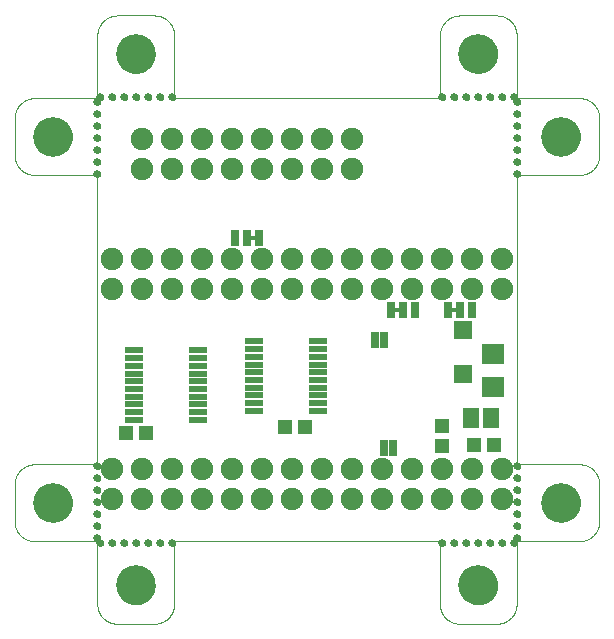
<source format=gts>
G04 EAGLE Gerber RS-274X export*
G75*
%MOMM*%
%FSLAX34Y34*%
%LPD*%
%INSolder Mask top*%
%IPPOS*%
%AMOC8*
5,1,8,0,0,1.08239X$1,22.5*%
G01*
%ADD10C,0.000000*%
%ADD11C,0.660400*%
%ADD12R,1.582400X0.502400*%
%ADD13R,1.252400X1.152400*%
%ADD14R,1.552400X1.552400*%
%ADD15R,1.452400X1.652400*%
%ADD16R,1.952400X1.752400*%
%ADD17R,1.152400X1.252400*%
%ADD18C,1.905000*%
%ADD19C,3.352400*%
%ADD20R,0.787400X1.422400*%

G36*
X134050Y257187D02*
X134050Y257187D01*
X134116Y257189D01*
X134159Y257207D01*
X134206Y257215D01*
X134263Y257249D01*
X134323Y257274D01*
X134358Y257305D01*
X134399Y257330D01*
X134441Y257381D01*
X134489Y257425D01*
X134511Y257467D01*
X134540Y257504D01*
X134561Y257566D01*
X134592Y257625D01*
X134600Y257679D01*
X134612Y257716D01*
X134611Y257756D01*
X134619Y257810D01*
X134619Y260350D01*
X134608Y260415D01*
X134606Y260481D01*
X134588Y260524D01*
X134580Y260571D01*
X134546Y260628D01*
X134521Y260688D01*
X134490Y260723D01*
X134465Y260764D01*
X134414Y260806D01*
X134370Y260854D01*
X134328Y260876D01*
X134291Y260905D01*
X134229Y260926D01*
X134170Y260957D01*
X134116Y260965D01*
X134079Y260977D01*
X134039Y260976D01*
X133985Y260984D01*
X130175Y260984D01*
X130110Y260973D01*
X130044Y260971D01*
X130001Y260953D01*
X129954Y260945D01*
X129897Y260911D01*
X129837Y260886D01*
X129802Y260855D01*
X129761Y260830D01*
X129720Y260779D01*
X129671Y260735D01*
X129649Y260693D01*
X129620Y260656D01*
X129599Y260594D01*
X129568Y260535D01*
X129560Y260481D01*
X129548Y260444D01*
X129548Y260441D01*
X129549Y260404D01*
X129541Y260350D01*
X129541Y257810D01*
X129552Y257745D01*
X129554Y257679D01*
X129572Y257636D01*
X129580Y257589D01*
X129614Y257532D01*
X129639Y257472D01*
X129670Y257437D01*
X129695Y257396D01*
X129746Y257355D01*
X129790Y257306D01*
X129832Y257284D01*
X129869Y257255D01*
X129931Y257234D01*
X129990Y257203D01*
X130044Y257195D01*
X130081Y257183D01*
X130121Y257184D01*
X130175Y257176D01*
X133985Y257176D01*
X134050Y257187D01*
G37*
G36*
X304230Y196227D02*
X304230Y196227D01*
X304296Y196229D01*
X304339Y196247D01*
X304386Y196255D01*
X304443Y196289D01*
X304503Y196314D01*
X304538Y196345D01*
X304579Y196370D01*
X304621Y196421D01*
X304669Y196465D01*
X304691Y196507D01*
X304720Y196544D01*
X304741Y196606D01*
X304772Y196665D01*
X304780Y196719D01*
X304792Y196756D01*
X304791Y196796D01*
X304799Y196850D01*
X304799Y199390D01*
X304788Y199455D01*
X304786Y199521D01*
X304768Y199564D01*
X304760Y199611D01*
X304726Y199668D01*
X304701Y199728D01*
X304670Y199763D01*
X304645Y199804D01*
X304594Y199846D01*
X304550Y199894D01*
X304508Y199916D01*
X304471Y199945D01*
X304409Y199966D01*
X304350Y199997D01*
X304296Y200005D01*
X304259Y200017D01*
X304219Y200016D01*
X304165Y200024D01*
X300355Y200024D01*
X300290Y200013D01*
X300224Y200011D01*
X300181Y199993D01*
X300134Y199985D01*
X300077Y199951D01*
X300017Y199926D01*
X299982Y199895D01*
X299941Y199870D01*
X299900Y199819D01*
X299851Y199775D01*
X299829Y199733D01*
X299800Y199696D01*
X299779Y199634D01*
X299748Y199575D01*
X299740Y199521D01*
X299728Y199484D01*
X299728Y199481D01*
X299729Y199444D01*
X299721Y199390D01*
X299721Y196850D01*
X299732Y196785D01*
X299734Y196719D01*
X299752Y196676D01*
X299760Y196629D01*
X299794Y196572D01*
X299819Y196512D01*
X299850Y196477D01*
X299875Y196436D01*
X299926Y196395D01*
X299970Y196346D01*
X300012Y196324D01*
X300049Y196295D01*
X300111Y196274D01*
X300170Y196243D01*
X300224Y196235D01*
X300261Y196223D01*
X300301Y196224D01*
X300355Y196216D01*
X304165Y196216D01*
X304230Y196227D01*
G37*
G36*
X255970Y196227D02*
X255970Y196227D01*
X256036Y196229D01*
X256079Y196247D01*
X256126Y196255D01*
X256183Y196289D01*
X256243Y196314D01*
X256278Y196345D01*
X256319Y196370D01*
X256361Y196421D01*
X256409Y196465D01*
X256431Y196507D01*
X256460Y196544D01*
X256481Y196606D01*
X256512Y196665D01*
X256520Y196719D01*
X256532Y196756D01*
X256531Y196796D01*
X256539Y196850D01*
X256539Y199390D01*
X256528Y199455D01*
X256526Y199521D01*
X256508Y199564D01*
X256500Y199611D01*
X256466Y199668D01*
X256441Y199728D01*
X256410Y199763D01*
X256385Y199804D01*
X256334Y199846D01*
X256290Y199894D01*
X256248Y199916D01*
X256211Y199945D01*
X256149Y199966D01*
X256090Y199997D01*
X256036Y200005D01*
X255999Y200017D01*
X255959Y200016D01*
X255905Y200024D01*
X252095Y200024D01*
X252030Y200013D01*
X251964Y200011D01*
X251921Y199993D01*
X251874Y199985D01*
X251817Y199951D01*
X251757Y199926D01*
X251722Y199895D01*
X251681Y199870D01*
X251640Y199819D01*
X251591Y199775D01*
X251569Y199733D01*
X251540Y199696D01*
X251519Y199634D01*
X251488Y199575D01*
X251480Y199521D01*
X251468Y199484D01*
X251468Y199481D01*
X251469Y199444D01*
X251461Y199390D01*
X251461Y196850D01*
X251472Y196785D01*
X251474Y196719D01*
X251492Y196676D01*
X251500Y196629D01*
X251534Y196572D01*
X251559Y196512D01*
X251590Y196477D01*
X251615Y196436D01*
X251666Y196395D01*
X251710Y196346D01*
X251752Y196324D01*
X251789Y196295D01*
X251851Y196274D01*
X251910Y196243D01*
X251964Y196235D01*
X252001Y196223D01*
X252041Y196224D01*
X252095Y196216D01*
X255905Y196216D01*
X255970Y196227D01*
G37*
D10*
X65000Y377500D02*
X290000Y377500D01*
X0Y312500D02*
X0Y67500D01*
X65000Y2500D02*
X290000Y2500D01*
X355600Y67500D02*
X355600Y312500D01*
X353060Y374650D02*
X353062Y374750D01*
X353068Y374851D01*
X353078Y374950D01*
X353092Y375050D01*
X353109Y375149D01*
X353131Y375247D01*
X353157Y375344D01*
X353186Y375440D01*
X353219Y375534D01*
X353256Y375628D01*
X353296Y375720D01*
X353340Y375810D01*
X353388Y375898D01*
X353439Y375985D01*
X353493Y376069D01*
X353551Y376151D01*
X353612Y376231D01*
X353676Y376308D01*
X353743Y376383D01*
X353813Y376455D01*
X353886Y376524D01*
X353961Y376590D01*
X354039Y376654D01*
X354119Y376714D01*
X354202Y376771D01*
X354287Y376824D01*
X354374Y376874D01*
X354463Y376921D01*
X354553Y376964D01*
X354645Y377004D01*
X354739Y377040D01*
X354834Y377072D01*
X354930Y377100D01*
X355028Y377125D01*
X355126Y377145D01*
X355225Y377162D01*
X355325Y377175D01*
X355424Y377184D01*
X355525Y377189D01*
X355625Y377190D01*
X355725Y377187D01*
X355826Y377180D01*
X355925Y377169D01*
X356025Y377154D01*
X356123Y377136D01*
X356221Y377113D01*
X356318Y377086D01*
X356413Y377056D01*
X356508Y377022D01*
X356601Y376984D01*
X356692Y376943D01*
X356782Y376898D01*
X356870Y376850D01*
X356956Y376798D01*
X357040Y376743D01*
X357121Y376684D01*
X357200Y376622D01*
X357277Y376558D01*
X357351Y376490D01*
X357422Y376419D01*
X357491Y376346D01*
X357556Y376270D01*
X357619Y376191D01*
X357678Y376110D01*
X357734Y376027D01*
X357787Y375942D01*
X357836Y375854D01*
X357882Y375765D01*
X357924Y375674D01*
X357963Y375581D01*
X357998Y375487D01*
X358029Y375392D01*
X358057Y375295D01*
X358080Y375198D01*
X358100Y375099D01*
X358116Y375000D01*
X358128Y374901D01*
X358136Y374800D01*
X358140Y374700D01*
X358140Y374600D01*
X358136Y374500D01*
X358128Y374399D01*
X358116Y374300D01*
X358100Y374201D01*
X358080Y374102D01*
X358057Y374005D01*
X358029Y373908D01*
X357998Y373813D01*
X357963Y373719D01*
X357924Y373626D01*
X357882Y373535D01*
X357836Y373446D01*
X357787Y373358D01*
X357734Y373273D01*
X357678Y373190D01*
X357619Y373109D01*
X357556Y373030D01*
X357491Y372954D01*
X357422Y372881D01*
X357351Y372810D01*
X357277Y372742D01*
X357200Y372678D01*
X357121Y372616D01*
X357040Y372557D01*
X356956Y372502D01*
X356870Y372450D01*
X356782Y372402D01*
X356692Y372357D01*
X356601Y372316D01*
X356508Y372278D01*
X356413Y372244D01*
X356318Y372214D01*
X356221Y372187D01*
X356123Y372164D01*
X356025Y372146D01*
X355925Y372131D01*
X355826Y372120D01*
X355725Y372113D01*
X355625Y372110D01*
X355525Y372111D01*
X355424Y372116D01*
X355325Y372125D01*
X355225Y372138D01*
X355126Y372155D01*
X355028Y372175D01*
X354930Y372200D01*
X354834Y372228D01*
X354739Y372260D01*
X354645Y372296D01*
X354553Y372336D01*
X354463Y372379D01*
X354374Y372426D01*
X354287Y372476D01*
X354202Y372529D01*
X354119Y372586D01*
X354039Y372646D01*
X353961Y372710D01*
X353886Y372776D01*
X353813Y372845D01*
X353743Y372917D01*
X353676Y372992D01*
X353612Y373069D01*
X353551Y373149D01*
X353493Y373231D01*
X353439Y373315D01*
X353388Y373402D01*
X353340Y373490D01*
X353296Y373580D01*
X353256Y373672D01*
X353219Y373766D01*
X353186Y373860D01*
X353157Y373956D01*
X353131Y374053D01*
X353109Y374151D01*
X353092Y374250D01*
X353078Y374350D01*
X353068Y374449D01*
X353062Y374550D01*
X353060Y374650D01*
D11*
X355600Y374650D03*
D10*
X353060Y364490D02*
X353062Y364590D01*
X353068Y364691D01*
X353078Y364790D01*
X353092Y364890D01*
X353109Y364989D01*
X353131Y365087D01*
X353157Y365184D01*
X353186Y365280D01*
X353219Y365374D01*
X353256Y365468D01*
X353296Y365560D01*
X353340Y365650D01*
X353388Y365738D01*
X353439Y365825D01*
X353493Y365909D01*
X353551Y365991D01*
X353612Y366071D01*
X353676Y366148D01*
X353743Y366223D01*
X353813Y366295D01*
X353886Y366364D01*
X353961Y366430D01*
X354039Y366494D01*
X354119Y366554D01*
X354202Y366611D01*
X354287Y366664D01*
X354374Y366714D01*
X354463Y366761D01*
X354553Y366804D01*
X354645Y366844D01*
X354739Y366880D01*
X354834Y366912D01*
X354930Y366940D01*
X355028Y366965D01*
X355126Y366985D01*
X355225Y367002D01*
X355325Y367015D01*
X355424Y367024D01*
X355525Y367029D01*
X355625Y367030D01*
X355725Y367027D01*
X355826Y367020D01*
X355925Y367009D01*
X356025Y366994D01*
X356123Y366976D01*
X356221Y366953D01*
X356318Y366926D01*
X356413Y366896D01*
X356508Y366862D01*
X356601Y366824D01*
X356692Y366783D01*
X356782Y366738D01*
X356870Y366690D01*
X356956Y366638D01*
X357040Y366583D01*
X357121Y366524D01*
X357200Y366462D01*
X357277Y366398D01*
X357351Y366330D01*
X357422Y366259D01*
X357491Y366186D01*
X357556Y366110D01*
X357619Y366031D01*
X357678Y365950D01*
X357734Y365867D01*
X357787Y365782D01*
X357836Y365694D01*
X357882Y365605D01*
X357924Y365514D01*
X357963Y365421D01*
X357998Y365327D01*
X358029Y365232D01*
X358057Y365135D01*
X358080Y365038D01*
X358100Y364939D01*
X358116Y364840D01*
X358128Y364741D01*
X358136Y364640D01*
X358140Y364540D01*
X358140Y364440D01*
X358136Y364340D01*
X358128Y364239D01*
X358116Y364140D01*
X358100Y364041D01*
X358080Y363942D01*
X358057Y363845D01*
X358029Y363748D01*
X357998Y363653D01*
X357963Y363559D01*
X357924Y363466D01*
X357882Y363375D01*
X357836Y363286D01*
X357787Y363198D01*
X357734Y363113D01*
X357678Y363030D01*
X357619Y362949D01*
X357556Y362870D01*
X357491Y362794D01*
X357422Y362721D01*
X357351Y362650D01*
X357277Y362582D01*
X357200Y362518D01*
X357121Y362456D01*
X357040Y362397D01*
X356956Y362342D01*
X356870Y362290D01*
X356782Y362242D01*
X356692Y362197D01*
X356601Y362156D01*
X356508Y362118D01*
X356413Y362084D01*
X356318Y362054D01*
X356221Y362027D01*
X356123Y362004D01*
X356025Y361986D01*
X355925Y361971D01*
X355826Y361960D01*
X355725Y361953D01*
X355625Y361950D01*
X355525Y361951D01*
X355424Y361956D01*
X355325Y361965D01*
X355225Y361978D01*
X355126Y361995D01*
X355028Y362015D01*
X354930Y362040D01*
X354834Y362068D01*
X354739Y362100D01*
X354645Y362136D01*
X354553Y362176D01*
X354463Y362219D01*
X354374Y362266D01*
X354287Y362316D01*
X354202Y362369D01*
X354119Y362426D01*
X354039Y362486D01*
X353961Y362550D01*
X353886Y362616D01*
X353813Y362685D01*
X353743Y362757D01*
X353676Y362832D01*
X353612Y362909D01*
X353551Y362989D01*
X353493Y363071D01*
X353439Y363155D01*
X353388Y363242D01*
X353340Y363330D01*
X353296Y363420D01*
X353256Y363512D01*
X353219Y363606D01*
X353186Y363700D01*
X353157Y363796D01*
X353131Y363893D01*
X353109Y363991D01*
X353092Y364090D01*
X353078Y364190D01*
X353068Y364289D01*
X353062Y364390D01*
X353060Y364490D01*
D11*
X355600Y364490D03*
D10*
X353060Y354330D02*
X353062Y354430D01*
X353068Y354531D01*
X353078Y354630D01*
X353092Y354730D01*
X353109Y354829D01*
X353131Y354927D01*
X353157Y355024D01*
X353186Y355120D01*
X353219Y355214D01*
X353256Y355308D01*
X353296Y355400D01*
X353340Y355490D01*
X353388Y355578D01*
X353439Y355665D01*
X353493Y355749D01*
X353551Y355831D01*
X353612Y355911D01*
X353676Y355988D01*
X353743Y356063D01*
X353813Y356135D01*
X353886Y356204D01*
X353961Y356270D01*
X354039Y356334D01*
X354119Y356394D01*
X354202Y356451D01*
X354287Y356504D01*
X354374Y356554D01*
X354463Y356601D01*
X354553Y356644D01*
X354645Y356684D01*
X354739Y356720D01*
X354834Y356752D01*
X354930Y356780D01*
X355028Y356805D01*
X355126Y356825D01*
X355225Y356842D01*
X355325Y356855D01*
X355424Y356864D01*
X355525Y356869D01*
X355625Y356870D01*
X355725Y356867D01*
X355826Y356860D01*
X355925Y356849D01*
X356025Y356834D01*
X356123Y356816D01*
X356221Y356793D01*
X356318Y356766D01*
X356413Y356736D01*
X356508Y356702D01*
X356601Y356664D01*
X356692Y356623D01*
X356782Y356578D01*
X356870Y356530D01*
X356956Y356478D01*
X357040Y356423D01*
X357121Y356364D01*
X357200Y356302D01*
X357277Y356238D01*
X357351Y356170D01*
X357422Y356099D01*
X357491Y356026D01*
X357556Y355950D01*
X357619Y355871D01*
X357678Y355790D01*
X357734Y355707D01*
X357787Y355622D01*
X357836Y355534D01*
X357882Y355445D01*
X357924Y355354D01*
X357963Y355261D01*
X357998Y355167D01*
X358029Y355072D01*
X358057Y354975D01*
X358080Y354878D01*
X358100Y354779D01*
X358116Y354680D01*
X358128Y354581D01*
X358136Y354480D01*
X358140Y354380D01*
X358140Y354280D01*
X358136Y354180D01*
X358128Y354079D01*
X358116Y353980D01*
X358100Y353881D01*
X358080Y353782D01*
X358057Y353685D01*
X358029Y353588D01*
X357998Y353493D01*
X357963Y353399D01*
X357924Y353306D01*
X357882Y353215D01*
X357836Y353126D01*
X357787Y353038D01*
X357734Y352953D01*
X357678Y352870D01*
X357619Y352789D01*
X357556Y352710D01*
X357491Y352634D01*
X357422Y352561D01*
X357351Y352490D01*
X357277Y352422D01*
X357200Y352358D01*
X357121Y352296D01*
X357040Y352237D01*
X356956Y352182D01*
X356870Y352130D01*
X356782Y352082D01*
X356692Y352037D01*
X356601Y351996D01*
X356508Y351958D01*
X356413Y351924D01*
X356318Y351894D01*
X356221Y351867D01*
X356123Y351844D01*
X356025Y351826D01*
X355925Y351811D01*
X355826Y351800D01*
X355725Y351793D01*
X355625Y351790D01*
X355525Y351791D01*
X355424Y351796D01*
X355325Y351805D01*
X355225Y351818D01*
X355126Y351835D01*
X355028Y351855D01*
X354930Y351880D01*
X354834Y351908D01*
X354739Y351940D01*
X354645Y351976D01*
X354553Y352016D01*
X354463Y352059D01*
X354374Y352106D01*
X354287Y352156D01*
X354202Y352209D01*
X354119Y352266D01*
X354039Y352326D01*
X353961Y352390D01*
X353886Y352456D01*
X353813Y352525D01*
X353743Y352597D01*
X353676Y352672D01*
X353612Y352749D01*
X353551Y352829D01*
X353493Y352911D01*
X353439Y352995D01*
X353388Y353082D01*
X353340Y353170D01*
X353296Y353260D01*
X353256Y353352D01*
X353219Y353446D01*
X353186Y353540D01*
X353157Y353636D01*
X353131Y353733D01*
X353109Y353831D01*
X353092Y353930D01*
X353078Y354030D01*
X353068Y354129D01*
X353062Y354230D01*
X353060Y354330D01*
D11*
X355600Y354330D03*
D10*
X353060Y344170D02*
X353062Y344270D01*
X353068Y344371D01*
X353078Y344470D01*
X353092Y344570D01*
X353109Y344669D01*
X353131Y344767D01*
X353157Y344864D01*
X353186Y344960D01*
X353219Y345054D01*
X353256Y345148D01*
X353296Y345240D01*
X353340Y345330D01*
X353388Y345418D01*
X353439Y345505D01*
X353493Y345589D01*
X353551Y345671D01*
X353612Y345751D01*
X353676Y345828D01*
X353743Y345903D01*
X353813Y345975D01*
X353886Y346044D01*
X353961Y346110D01*
X354039Y346174D01*
X354119Y346234D01*
X354202Y346291D01*
X354287Y346344D01*
X354374Y346394D01*
X354463Y346441D01*
X354553Y346484D01*
X354645Y346524D01*
X354739Y346560D01*
X354834Y346592D01*
X354930Y346620D01*
X355028Y346645D01*
X355126Y346665D01*
X355225Y346682D01*
X355325Y346695D01*
X355424Y346704D01*
X355525Y346709D01*
X355625Y346710D01*
X355725Y346707D01*
X355826Y346700D01*
X355925Y346689D01*
X356025Y346674D01*
X356123Y346656D01*
X356221Y346633D01*
X356318Y346606D01*
X356413Y346576D01*
X356508Y346542D01*
X356601Y346504D01*
X356692Y346463D01*
X356782Y346418D01*
X356870Y346370D01*
X356956Y346318D01*
X357040Y346263D01*
X357121Y346204D01*
X357200Y346142D01*
X357277Y346078D01*
X357351Y346010D01*
X357422Y345939D01*
X357491Y345866D01*
X357556Y345790D01*
X357619Y345711D01*
X357678Y345630D01*
X357734Y345547D01*
X357787Y345462D01*
X357836Y345374D01*
X357882Y345285D01*
X357924Y345194D01*
X357963Y345101D01*
X357998Y345007D01*
X358029Y344912D01*
X358057Y344815D01*
X358080Y344718D01*
X358100Y344619D01*
X358116Y344520D01*
X358128Y344421D01*
X358136Y344320D01*
X358140Y344220D01*
X358140Y344120D01*
X358136Y344020D01*
X358128Y343919D01*
X358116Y343820D01*
X358100Y343721D01*
X358080Y343622D01*
X358057Y343525D01*
X358029Y343428D01*
X357998Y343333D01*
X357963Y343239D01*
X357924Y343146D01*
X357882Y343055D01*
X357836Y342966D01*
X357787Y342878D01*
X357734Y342793D01*
X357678Y342710D01*
X357619Y342629D01*
X357556Y342550D01*
X357491Y342474D01*
X357422Y342401D01*
X357351Y342330D01*
X357277Y342262D01*
X357200Y342198D01*
X357121Y342136D01*
X357040Y342077D01*
X356956Y342022D01*
X356870Y341970D01*
X356782Y341922D01*
X356692Y341877D01*
X356601Y341836D01*
X356508Y341798D01*
X356413Y341764D01*
X356318Y341734D01*
X356221Y341707D01*
X356123Y341684D01*
X356025Y341666D01*
X355925Y341651D01*
X355826Y341640D01*
X355725Y341633D01*
X355625Y341630D01*
X355525Y341631D01*
X355424Y341636D01*
X355325Y341645D01*
X355225Y341658D01*
X355126Y341675D01*
X355028Y341695D01*
X354930Y341720D01*
X354834Y341748D01*
X354739Y341780D01*
X354645Y341816D01*
X354553Y341856D01*
X354463Y341899D01*
X354374Y341946D01*
X354287Y341996D01*
X354202Y342049D01*
X354119Y342106D01*
X354039Y342166D01*
X353961Y342230D01*
X353886Y342296D01*
X353813Y342365D01*
X353743Y342437D01*
X353676Y342512D01*
X353612Y342589D01*
X353551Y342669D01*
X353493Y342751D01*
X353439Y342835D01*
X353388Y342922D01*
X353340Y343010D01*
X353296Y343100D01*
X353256Y343192D01*
X353219Y343286D01*
X353186Y343380D01*
X353157Y343476D01*
X353131Y343573D01*
X353109Y343671D01*
X353092Y343770D01*
X353078Y343870D01*
X353068Y343969D01*
X353062Y344070D01*
X353060Y344170D01*
D11*
X355600Y344170D03*
D10*
X353060Y334010D02*
X353062Y334110D01*
X353068Y334211D01*
X353078Y334310D01*
X353092Y334410D01*
X353109Y334509D01*
X353131Y334607D01*
X353157Y334704D01*
X353186Y334800D01*
X353219Y334894D01*
X353256Y334988D01*
X353296Y335080D01*
X353340Y335170D01*
X353388Y335258D01*
X353439Y335345D01*
X353493Y335429D01*
X353551Y335511D01*
X353612Y335591D01*
X353676Y335668D01*
X353743Y335743D01*
X353813Y335815D01*
X353886Y335884D01*
X353961Y335950D01*
X354039Y336014D01*
X354119Y336074D01*
X354202Y336131D01*
X354287Y336184D01*
X354374Y336234D01*
X354463Y336281D01*
X354553Y336324D01*
X354645Y336364D01*
X354739Y336400D01*
X354834Y336432D01*
X354930Y336460D01*
X355028Y336485D01*
X355126Y336505D01*
X355225Y336522D01*
X355325Y336535D01*
X355424Y336544D01*
X355525Y336549D01*
X355625Y336550D01*
X355725Y336547D01*
X355826Y336540D01*
X355925Y336529D01*
X356025Y336514D01*
X356123Y336496D01*
X356221Y336473D01*
X356318Y336446D01*
X356413Y336416D01*
X356508Y336382D01*
X356601Y336344D01*
X356692Y336303D01*
X356782Y336258D01*
X356870Y336210D01*
X356956Y336158D01*
X357040Y336103D01*
X357121Y336044D01*
X357200Y335982D01*
X357277Y335918D01*
X357351Y335850D01*
X357422Y335779D01*
X357491Y335706D01*
X357556Y335630D01*
X357619Y335551D01*
X357678Y335470D01*
X357734Y335387D01*
X357787Y335302D01*
X357836Y335214D01*
X357882Y335125D01*
X357924Y335034D01*
X357963Y334941D01*
X357998Y334847D01*
X358029Y334752D01*
X358057Y334655D01*
X358080Y334558D01*
X358100Y334459D01*
X358116Y334360D01*
X358128Y334261D01*
X358136Y334160D01*
X358140Y334060D01*
X358140Y333960D01*
X358136Y333860D01*
X358128Y333759D01*
X358116Y333660D01*
X358100Y333561D01*
X358080Y333462D01*
X358057Y333365D01*
X358029Y333268D01*
X357998Y333173D01*
X357963Y333079D01*
X357924Y332986D01*
X357882Y332895D01*
X357836Y332806D01*
X357787Y332718D01*
X357734Y332633D01*
X357678Y332550D01*
X357619Y332469D01*
X357556Y332390D01*
X357491Y332314D01*
X357422Y332241D01*
X357351Y332170D01*
X357277Y332102D01*
X357200Y332038D01*
X357121Y331976D01*
X357040Y331917D01*
X356956Y331862D01*
X356870Y331810D01*
X356782Y331762D01*
X356692Y331717D01*
X356601Y331676D01*
X356508Y331638D01*
X356413Y331604D01*
X356318Y331574D01*
X356221Y331547D01*
X356123Y331524D01*
X356025Y331506D01*
X355925Y331491D01*
X355826Y331480D01*
X355725Y331473D01*
X355625Y331470D01*
X355525Y331471D01*
X355424Y331476D01*
X355325Y331485D01*
X355225Y331498D01*
X355126Y331515D01*
X355028Y331535D01*
X354930Y331560D01*
X354834Y331588D01*
X354739Y331620D01*
X354645Y331656D01*
X354553Y331696D01*
X354463Y331739D01*
X354374Y331786D01*
X354287Y331836D01*
X354202Y331889D01*
X354119Y331946D01*
X354039Y332006D01*
X353961Y332070D01*
X353886Y332136D01*
X353813Y332205D01*
X353743Y332277D01*
X353676Y332352D01*
X353612Y332429D01*
X353551Y332509D01*
X353493Y332591D01*
X353439Y332675D01*
X353388Y332762D01*
X353340Y332850D01*
X353296Y332940D01*
X353256Y333032D01*
X353219Y333126D01*
X353186Y333220D01*
X353157Y333316D01*
X353131Y333413D01*
X353109Y333511D01*
X353092Y333610D01*
X353078Y333710D01*
X353068Y333809D01*
X353062Y333910D01*
X353060Y334010D01*
D11*
X355600Y334010D03*
D10*
X355000Y377500D02*
X407500Y377500D01*
X425000Y360000D02*
X425000Y330000D01*
X407500Y312500D02*
X355600Y312500D01*
X353060Y323850D02*
X353062Y323950D01*
X353068Y324051D01*
X353078Y324150D01*
X353092Y324250D01*
X353109Y324349D01*
X353131Y324447D01*
X353157Y324544D01*
X353186Y324640D01*
X353219Y324734D01*
X353256Y324828D01*
X353296Y324920D01*
X353340Y325010D01*
X353388Y325098D01*
X353439Y325185D01*
X353493Y325269D01*
X353551Y325351D01*
X353612Y325431D01*
X353676Y325508D01*
X353743Y325583D01*
X353813Y325655D01*
X353886Y325724D01*
X353961Y325790D01*
X354039Y325854D01*
X354119Y325914D01*
X354202Y325971D01*
X354287Y326024D01*
X354374Y326074D01*
X354463Y326121D01*
X354553Y326164D01*
X354645Y326204D01*
X354739Y326240D01*
X354834Y326272D01*
X354930Y326300D01*
X355028Y326325D01*
X355126Y326345D01*
X355225Y326362D01*
X355325Y326375D01*
X355424Y326384D01*
X355525Y326389D01*
X355625Y326390D01*
X355725Y326387D01*
X355826Y326380D01*
X355925Y326369D01*
X356025Y326354D01*
X356123Y326336D01*
X356221Y326313D01*
X356318Y326286D01*
X356413Y326256D01*
X356508Y326222D01*
X356601Y326184D01*
X356692Y326143D01*
X356782Y326098D01*
X356870Y326050D01*
X356956Y325998D01*
X357040Y325943D01*
X357121Y325884D01*
X357200Y325822D01*
X357277Y325758D01*
X357351Y325690D01*
X357422Y325619D01*
X357491Y325546D01*
X357556Y325470D01*
X357619Y325391D01*
X357678Y325310D01*
X357734Y325227D01*
X357787Y325142D01*
X357836Y325054D01*
X357882Y324965D01*
X357924Y324874D01*
X357963Y324781D01*
X357998Y324687D01*
X358029Y324592D01*
X358057Y324495D01*
X358080Y324398D01*
X358100Y324299D01*
X358116Y324200D01*
X358128Y324101D01*
X358136Y324000D01*
X358140Y323900D01*
X358140Y323800D01*
X358136Y323700D01*
X358128Y323599D01*
X358116Y323500D01*
X358100Y323401D01*
X358080Y323302D01*
X358057Y323205D01*
X358029Y323108D01*
X357998Y323013D01*
X357963Y322919D01*
X357924Y322826D01*
X357882Y322735D01*
X357836Y322646D01*
X357787Y322558D01*
X357734Y322473D01*
X357678Y322390D01*
X357619Y322309D01*
X357556Y322230D01*
X357491Y322154D01*
X357422Y322081D01*
X357351Y322010D01*
X357277Y321942D01*
X357200Y321878D01*
X357121Y321816D01*
X357040Y321757D01*
X356956Y321702D01*
X356870Y321650D01*
X356782Y321602D01*
X356692Y321557D01*
X356601Y321516D01*
X356508Y321478D01*
X356413Y321444D01*
X356318Y321414D01*
X356221Y321387D01*
X356123Y321364D01*
X356025Y321346D01*
X355925Y321331D01*
X355826Y321320D01*
X355725Y321313D01*
X355625Y321310D01*
X355525Y321311D01*
X355424Y321316D01*
X355325Y321325D01*
X355225Y321338D01*
X355126Y321355D01*
X355028Y321375D01*
X354930Y321400D01*
X354834Y321428D01*
X354739Y321460D01*
X354645Y321496D01*
X354553Y321536D01*
X354463Y321579D01*
X354374Y321626D01*
X354287Y321676D01*
X354202Y321729D01*
X354119Y321786D01*
X354039Y321846D01*
X353961Y321910D01*
X353886Y321976D01*
X353813Y322045D01*
X353743Y322117D01*
X353676Y322192D01*
X353612Y322269D01*
X353551Y322349D01*
X353493Y322431D01*
X353439Y322515D01*
X353388Y322602D01*
X353340Y322690D01*
X353296Y322780D01*
X353256Y322872D01*
X353219Y322966D01*
X353186Y323060D01*
X353157Y323156D01*
X353131Y323253D01*
X353109Y323351D01*
X353092Y323450D01*
X353078Y323550D01*
X353068Y323649D01*
X353062Y323750D01*
X353060Y323850D01*
D11*
X355600Y323850D03*
D10*
X353060Y313690D02*
X353062Y313790D01*
X353068Y313891D01*
X353078Y313990D01*
X353092Y314090D01*
X353109Y314189D01*
X353131Y314287D01*
X353157Y314384D01*
X353186Y314480D01*
X353219Y314574D01*
X353256Y314668D01*
X353296Y314760D01*
X353340Y314850D01*
X353388Y314938D01*
X353439Y315025D01*
X353493Y315109D01*
X353551Y315191D01*
X353612Y315271D01*
X353676Y315348D01*
X353743Y315423D01*
X353813Y315495D01*
X353886Y315564D01*
X353961Y315630D01*
X354039Y315694D01*
X354119Y315754D01*
X354202Y315811D01*
X354287Y315864D01*
X354374Y315914D01*
X354463Y315961D01*
X354553Y316004D01*
X354645Y316044D01*
X354739Y316080D01*
X354834Y316112D01*
X354930Y316140D01*
X355028Y316165D01*
X355126Y316185D01*
X355225Y316202D01*
X355325Y316215D01*
X355424Y316224D01*
X355525Y316229D01*
X355625Y316230D01*
X355725Y316227D01*
X355826Y316220D01*
X355925Y316209D01*
X356025Y316194D01*
X356123Y316176D01*
X356221Y316153D01*
X356318Y316126D01*
X356413Y316096D01*
X356508Y316062D01*
X356601Y316024D01*
X356692Y315983D01*
X356782Y315938D01*
X356870Y315890D01*
X356956Y315838D01*
X357040Y315783D01*
X357121Y315724D01*
X357200Y315662D01*
X357277Y315598D01*
X357351Y315530D01*
X357422Y315459D01*
X357491Y315386D01*
X357556Y315310D01*
X357619Y315231D01*
X357678Y315150D01*
X357734Y315067D01*
X357787Y314982D01*
X357836Y314894D01*
X357882Y314805D01*
X357924Y314714D01*
X357963Y314621D01*
X357998Y314527D01*
X358029Y314432D01*
X358057Y314335D01*
X358080Y314238D01*
X358100Y314139D01*
X358116Y314040D01*
X358128Y313941D01*
X358136Y313840D01*
X358140Y313740D01*
X358140Y313640D01*
X358136Y313540D01*
X358128Y313439D01*
X358116Y313340D01*
X358100Y313241D01*
X358080Y313142D01*
X358057Y313045D01*
X358029Y312948D01*
X357998Y312853D01*
X357963Y312759D01*
X357924Y312666D01*
X357882Y312575D01*
X357836Y312486D01*
X357787Y312398D01*
X357734Y312313D01*
X357678Y312230D01*
X357619Y312149D01*
X357556Y312070D01*
X357491Y311994D01*
X357422Y311921D01*
X357351Y311850D01*
X357277Y311782D01*
X357200Y311718D01*
X357121Y311656D01*
X357040Y311597D01*
X356956Y311542D01*
X356870Y311490D01*
X356782Y311442D01*
X356692Y311397D01*
X356601Y311356D01*
X356508Y311318D01*
X356413Y311284D01*
X356318Y311254D01*
X356221Y311227D01*
X356123Y311204D01*
X356025Y311186D01*
X355925Y311171D01*
X355826Y311160D01*
X355725Y311153D01*
X355625Y311150D01*
X355525Y311151D01*
X355424Y311156D01*
X355325Y311165D01*
X355225Y311178D01*
X355126Y311195D01*
X355028Y311215D01*
X354930Y311240D01*
X354834Y311268D01*
X354739Y311300D01*
X354645Y311336D01*
X354553Y311376D01*
X354463Y311419D01*
X354374Y311466D01*
X354287Y311516D01*
X354202Y311569D01*
X354119Y311626D01*
X354039Y311686D01*
X353961Y311750D01*
X353886Y311816D01*
X353813Y311885D01*
X353743Y311957D01*
X353676Y312032D01*
X353612Y312109D01*
X353551Y312189D01*
X353493Y312271D01*
X353439Y312355D01*
X353388Y312442D01*
X353340Y312530D01*
X353296Y312620D01*
X353256Y312712D01*
X353219Y312806D01*
X353186Y312900D01*
X353157Y312996D01*
X353131Y313093D01*
X353109Y313191D01*
X353092Y313290D01*
X353078Y313390D01*
X353068Y313489D01*
X353062Y313590D01*
X353060Y313690D01*
D11*
X355600Y313690D03*
D10*
X289560Y378460D02*
X289562Y378560D01*
X289568Y378661D01*
X289578Y378760D01*
X289592Y378860D01*
X289609Y378959D01*
X289631Y379057D01*
X289657Y379154D01*
X289686Y379250D01*
X289719Y379344D01*
X289756Y379438D01*
X289796Y379530D01*
X289840Y379620D01*
X289888Y379708D01*
X289939Y379795D01*
X289993Y379879D01*
X290051Y379961D01*
X290112Y380041D01*
X290176Y380118D01*
X290243Y380193D01*
X290313Y380265D01*
X290386Y380334D01*
X290461Y380400D01*
X290539Y380464D01*
X290619Y380524D01*
X290702Y380581D01*
X290787Y380634D01*
X290874Y380684D01*
X290963Y380731D01*
X291053Y380774D01*
X291145Y380814D01*
X291239Y380850D01*
X291334Y380882D01*
X291430Y380910D01*
X291528Y380935D01*
X291626Y380955D01*
X291725Y380972D01*
X291825Y380985D01*
X291924Y380994D01*
X292025Y380999D01*
X292125Y381000D01*
X292225Y380997D01*
X292326Y380990D01*
X292425Y380979D01*
X292525Y380964D01*
X292623Y380946D01*
X292721Y380923D01*
X292818Y380896D01*
X292913Y380866D01*
X293008Y380832D01*
X293101Y380794D01*
X293192Y380753D01*
X293282Y380708D01*
X293370Y380660D01*
X293456Y380608D01*
X293540Y380553D01*
X293621Y380494D01*
X293700Y380432D01*
X293777Y380368D01*
X293851Y380300D01*
X293922Y380229D01*
X293991Y380156D01*
X294056Y380080D01*
X294119Y380001D01*
X294178Y379920D01*
X294234Y379837D01*
X294287Y379752D01*
X294336Y379664D01*
X294382Y379575D01*
X294424Y379484D01*
X294463Y379391D01*
X294498Y379297D01*
X294529Y379202D01*
X294557Y379105D01*
X294580Y379008D01*
X294600Y378909D01*
X294616Y378810D01*
X294628Y378711D01*
X294636Y378610D01*
X294640Y378510D01*
X294640Y378410D01*
X294636Y378310D01*
X294628Y378209D01*
X294616Y378110D01*
X294600Y378011D01*
X294580Y377912D01*
X294557Y377815D01*
X294529Y377718D01*
X294498Y377623D01*
X294463Y377529D01*
X294424Y377436D01*
X294382Y377345D01*
X294336Y377256D01*
X294287Y377168D01*
X294234Y377083D01*
X294178Y377000D01*
X294119Y376919D01*
X294056Y376840D01*
X293991Y376764D01*
X293922Y376691D01*
X293851Y376620D01*
X293777Y376552D01*
X293700Y376488D01*
X293621Y376426D01*
X293540Y376367D01*
X293456Y376312D01*
X293370Y376260D01*
X293282Y376212D01*
X293192Y376167D01*
X293101Y376126D01*
X293008Y376088D01*
X292913Y376054D01*
X292818Y376024D01*
X292721Y375997D01*
X292623Y375974D01*
X292525Y375956D01*
X292425Y375941D01*
X292326Y375930D01*
X292225Y375923D01*
X292125Y375920D01*
X292025Y375921D01*
X291924Y375926D01*
X291825Y375935D01*
X291725Y375948D01*
X291626Y375965D01*
X291528Y375985D01*
X291430Y376010D01*
X291334Y376038D01*
X291239Y376070D01*
X291145Y376106D01*
X291053Y376146D01*
X290963Y376189D01*
X290874Y376236D01*
X290787Y376286D01*
X290702Y376339D01*
X290619Y376396D01*
X290539Y376456D01*
X290461Y376520D01*
X290386Y376586D01*
X290313Y376655D01*
X290243Y376727D01*
X290176Y376802D01*
X290112Y376879D01*
X290051Y376959D01*
X289993Y377041D01*
X289939Y377125D01*
X289888Y377212D01*
X289840Y377300D01*
X289796Y377390D01*
X289756Y377482D01*
X289719Y377576D01*
X289686Y377670D01*
X289657Y377766D01*
X289631Y377863D01*
X289609Y377961D01*
X289592Y378060D01*
X289578Y378160D01*
X289568Y378259D01*
X289562Y378360D01*
X289560Y378460D01*
D11*
X292100Y378460D03*
D10*
X299720Y378460D02*
X299722Y378560D01*
X299728Y378661D01*
X299738Y378760D01*
X299752Y378860D01*
X299769Y378959D01*
X299791Y379057D01*
X299817Y379154D01*
X299846Y379250D01*
X299879Y379344D01*
X299916Y379438D01*
X299956Y379530D01*
X300000Y379620D01*
X300048Y379708D01*
X300099Y379795D01*
X300153Y379879D01*
X300211Y379961D01*
X300272Y380041D01*
X300336Y380118D01*
X300403Y380193D01*
X300473Y380265D01*
X300546Y380334D01*
X300621Y380400D01*
X300699Y380464D01*
X300779Y380524D01*
X300862Y380581D01*
X300947Y380634D01*
X301034Y380684D01*
X301123Y380731D01*
X301213Y380774D01*
X301305Y380814D01*
X301399Y380850D01*
X301494Y380882D01*
X301590Y380910D01*
X301688Y380935D01*
X301786Y380955D01*
X301885Y380972D01*
X301985Y380985D01*
X302084Y380994D01*
X302185Y380999D01*
X302285Y381000D01*
X302385Y380997D01*
X302486Y380990D01*
X302585Y380979D01*
X302685Y380964D01*
X302783Y380946D01*
X302881Y380923D01*
X302978Y380896D01*
X303073Y380866D01*
X303168Y380832D01*
X303261Y380794D01*
X303352Y380753D01*
X303442Y380708D01*
X303530Y380660D01*
X303616Y380608D01*
X303700Y380553D01*
X303781Y380494D01*
X303860Y380432D01*
X303937Y380368D01*
X304011Y380300D01*
X304082Y380229D01*
X304151Y380156D01*
X304216Y380080D01*
X304279Y380001D01*
X304338Y379920D01*
X304394Y379837D01*
X304447Y379752D01*
X304496Y379664D01*
X304542Y379575D01*
X304584Y379484D01*
X304623Y379391D01*
X304658Y379297D01*
X304689Y379202D01*
X304717Y379105D01*
X304740Y379008D01*
X304760Y378909D01*
X304776Y378810D01*
X304788Y378711D01*
X304796Y378610D01*
X304800Y378510D01*
X304800Y378410D01*
X304796Y378310D01*
X304788Y378209D01*
X304776Y378110D01*
X304760Y378011D01*
X304740Y377912D01*
X304717Y377815D01*
X304689Y377718D01*
X304658Y377623D01*
X304623Y377529D01*
X304584Y377436D01*
X304542Y377345D01*
X304496Y377256D01*
X304447Y377168D01*
X304394Y377083D01*
X304338Y377000D01*
X304279Y376919D01*
X304216Y376840D01*
X304151Y376764D01*
X304082Y376691D01*
X304011Y376620D01*
X303937Y376552D01*
X303860Y376488D01*
X303781Y376426D01*
X303700Y376367D01*
X303616Y376312D01*
X303530Y376260D01*
X303442Y376212D01*
X303352Y376167D01*
X303261Y376126D01*
X303168Y376088D01*
X303073Y376054D01*
X302978Y376024D01*
X302881Y375997D01*
X302783Y375974D01*
X302685Y375956D01*
X302585Y375941D01*
X302486Y375930D01*
X302385Y375923D01*
X302285Y375920D01*
X302185Y375921D01*
X302084Y375926D01*
X301985Y375935D01*
X301885Y375948D01*
X301786Y375965D01*
X301688Y375985D01*
X301590Y376010D01*
X301494Y376038D01*
X301399Y376070D01*
X301305Y376106D01*
X301213Y376146D01*
X301123Y376189D01*
X301034Y376236D01*
X300947Y376286D01*
X300862Y376339D01*
X300779Y376396D01*
X300699Y376456D01*
X300621Y376520D01*
X300546Y376586D01*
X300473Y376655D01*
X300403Y376727D01*
X300336Y376802D01*
X300272Y376879D01*
X300211Y376959D01*
X300153Y377041D01*
X300099Y377125D01*
X300048Y377212D01*
X300000Y377300D01*
X299956Y377390D01*
X299916Y377482D01*
X299879Y377576D01*
X299846Y377670D01*
X299817Y377766D01*
X299791Y377863D01*
X299769Y377961D01*
X299752Y378060D01*
X299738Y378160D01*
X299728Y378259D01*
X299722Y378360D01*
X299720Y378460D01*
D11*
X302260Y378460D03*
D10*
X309880Y378460D02*
X309882Y378560D01*
X309888Y378661D01*
X309898Y378760D01*
X309912Y378860D01*
X309929Y378959D01*
X309951Y379057D01*
X309977Y379154D01*
X310006Y379250D01*
X310039Y379344D01*
X310076Y379438D01*
X310116Y379530D01*
X310160Y379620D01*
X310208Y379708D01*
X310259Y379795D01*
X310313Y379879D01*
X310371Y379961D01*
X310432Y380041D01*
X310496Y380118D01*
X310563Y380193D01*
X310633Y380265D01*
X310706Y380334D01*
X310781Y380400D01*
X310859Y380464D01*
X310939Y380524D01*
X311022Y380581D01*
X311107Y380634D01*
X311194Y380684D01*
X311283Y380731D01*
X311373Y380774D01*
X311465Y380814D01*
X311559Y380850D01*
X311654Y380882D01*
X311750Y380910D01*
X311848Y380935D01*
X311946Y380955D01*
X312045Y380972D01*
X312145Y380985D01*
X312244Y380994D01*
X312345Y380999D01*
X312445Y381000D01*
X312545Y380997D01*
X312646Y380990D01*
X312745Y380979D01*
X312845Y380964D01*
X312943Y380946D01*
X313041Y380923D01*
X313138Y380896D01*
X313233Y380866D01*
X313328Y380832D01*
X313421Y380794D01*
X313512Y380753D01*
X313602Y380708D01*
X313690Y380660D01*
X313776Y380608D01*
X313860Y380553D01*
X313941Y380494D01*
X314020Y380432D01*
X314097Y380368D01*
X314171Y380300D01*
X314242Y380229D01*
X314311Y380156D01*
X314376Y380080D01*
X314439Y380001D01*
X314498Y379920D01*
X314554Y379837D01*
X314607Y379752D01*
X314656Y379664D01*
X314702Y379575D01*
X314744Y379484D01*
X314783Y379391D01*
X314818Y379297D01*
X314849Y379202D01*
X314877Y379105D01*
X314900Y379008D01*
X314920Y378909D01*
X314936Y378810D01*
X314948Y378711D01*
X314956Y378610D01*
X314960Y378510D01*
X314960Y378410D01*
X314956Y378310D01*
X314948Y378209D01*
X314936Y378110D01*
X314920Y378011D01*
X314900Y377912D01*
X314877Y377815D01*
X314849Y377718D01*
X314818Y377623D01*
X314783Y377529D01*
X314744Y377436D01*
X314702Y377345D01*
X314656Y377256D01*
X314607Y377168D01*
X314554Y377083D01*
X314498Y377000D01*
X314439Y376919D01*
X314376Y376840D01*
X314311Y376764D01*
X314242Y376691D01*
X314171Y376620D01*
X314097Y376552D01*
X314020Y376488D01*
X313941Y376426D01*
X313860Y376367D01*
X313776Y376312D01*
X313690Y376260D01*
X313602Y376212D01*
X313512Y376167D01*
X313421Y376126D01*
X313328Y376088D01*
X313233Y376054D01*
X313138Y376024D01*
X313041Y375997D01*
X312943Y375974D01*
X312845Y375956D01*
X312745Y375941D01*
X312646Y375930D01*
X312545Y375923D01*
X312445Y375920D01*
X312345Y375921D01*
X312244Y375926D01*
X312145Y375935D01*
X312045Y375948D01*
X311946Y375965D01*
X311848Y375985D01*
X311750Y376010D01*
X311654Y376038D01*
X311559Y376070D01*
X311465Y376106D01*
X311373Y376146D01*
X311283Y376189D01*
X311194Y376236D01*
X311107Y376286D01*
X311022Y376339D01*
X310939Y376396D01*
X310859Y376456D01*
X310781Y376520D01*
X310706Y376586D01*
X310633Y376655D01*
X310563Y376727D01*
X310496Y376802D01*
X310432Y376879D01*
X310371Y376959D01*
X310313Y377041D01*
X310259Y377125D01*
X310208Y377212D01*
X310160Y377300D01*
X310116Y377390D01*
X310076Y377482D01*
X310039Y377576D01*
X310006Y377670D01*
X309977Y377766D01*
X309951Y377863D01*
X309929Y377961D01*
X309912Y378060D01*
X309898Y378160D01*
X309888Y378259D01*
X309882Y378360D01*
X309880Y378460D01*
D11*
X312420Y378460D03*
D10*
X320040Y378460D02*
X320042Y378560D01*
X320048Y378661D01*
X320058Y378760D01*
X320072Y378860D01*
X320089Y378959D01*
X320111Y379057D01*
X320137Y379154D01*
X320166Y379250D01*
X320199Y379344D01*
X320236Y379438D01*
X320276Y379530D01*
X320320Y379620D01*
X320368Y379708D01*
X320419Y379795D01*
X320473Y379879D01*
X320531Y379961D01*
X320592Y380041D01*
X320656Y380118D01*
X320723Y380193D01*
X320793Y380265D01*
X320866Y380334D01*
X320941Y380400D01*
X321019Y380464D01*
X321099Y380524D01*
X321182Y380581D01*
X321267Y380634D01*
X321354Y380684D01*
X321443Y380731D01*
X321533Y380774D01*
X321625Y380814D01*
X321719Y380850D01*
X321814Y380882D01*
X321910Y380910D01*
X322008Y380935D01*
X322106Y380955D01*
X322205Y380972D01*
X322305Y380985D01*
X322404Y380994D01*
X322505Y380999D01*
X322605Y381000D01*
X322705Y380997D01*
X322806Y380990D01*
X322905Y380979D01*
X323005Y380964D01*
X323103Y380946D01*
X323201Y380923D01*
X323298Y380896D01*
X323393Y380866D01*
X323488Y380832D01*
X323581Y380794D01*
X323672Y380753D01*
X323762Y380708D01*
X323850Y380660D01*
X323936Y380608D01*
X324020Y380553D01*
X324101Y380494D01*
X324180Y380432D01*
X324257Y380368D01*
X324331Y380300D01*
X324402Y380229D01*
X324471Y380156D01*
X324536Y380080D01*
X324599Y380001D01*
X324658Y379920D01*
X324714Y379837D01*
X324767Y379752D01*
X324816Y379664D01*
X324862Y379575D01*
X324904Y379484D01*
X324943Y379391D01*
X324978Y379297D01*
X325009Y379202D01*
X325037Y379105D01*
X325060Y379008D01*
X325080Y378909D01*
X325096Y378810D01*
X325108Y378711D01*
X325116Y378610D01*
X325120Y378510D01*
X325120Y378410D01*
X325116Y378310D01*
X325108Y378209D01*
X325096Y378110D01*
X325080Y378011D01*
X325060Y377912D01*
X325037Y377815D01*
X325009Y377718D01*
X324978Y377623D01*
X324943Y377529D01*
X324904Y377436D01*
X324862Y377345D01*
X324816Y377256D01*
X324767Y377168D01*
X324714Y377083D01*
X324658Y377000D01*
X324599Y376919D01*
X324536Y376840D01*
X324471Y376764D01*
X324402Y376691D01*
X324331Y376620D01*
X324257Y376552D01*
X324180Y376488D01*
X324101Y376426D01*
X324020Y376367D01*
X323936Y376312D01*
X323850Y376260D01*
X323762Y376212D01*
X323672Y376167D01*
X323581Y376126D01*
X323488Y376088D01*
X323393Y376054D01*
X323298Y376024D01*
X323201Y375997D01*
X323103Y375974D01*
X323005Y375956D01*
X322905Y375941D01*
X322806Y375930D01*
X322705Y375923D01*
X322605Y375920D01*
X322505Y375921D01*
X322404Y375926D01*
X322305Y375935D01*
X322205Y375948D01*
X322106Y375965D01*
X322008Y375985D01*
X321910Y376010D01*
X321814Y376038D01*
X321719Y376070D01*
X321625Y376106D01*
X321533Y376146D01*
X321443Y376189D01*
X321354Y376236D01*
X321267Y376286D01*
X321182Y376339D01*
X321099Y376396D01*
X321019Y376456D01*
X320941Y376520D01*
X320866Y376586D01*
X320793Y376655D01*
X320723Y376727D01*
X320656Y376802D01*
X320592Y376879D01*
X320531Y376959D01*
X320473Y377041D01*
X320419Y377125D01*
X320368Y377212D01*
X320320Y377300D01*
X320276Y377390D01*
X320236Y377482D01*
X320199Y377576D01*
X320166Y377670D01*
X320137Y377766D01*
X320111Y377863D01*
X320089Y377961D01*
X320072Y378060D01*
X320058Y378160D01*
X320048Y378259D01*
X320042Y378360D01*
X320040Y378460D01*
D11*
X322580Y378460D03*
D10*
X330200Y378460D02*
X330202Y378560D01*
X330208Y378661D01*
X330218Y378760D01*
X330232Y378860D01*
X330249Y378959D01*
X330271Y379057D01*
X330297Y379154D01*
X330326Y379250D01*
X330359Y379344D01*
X330396Y379438D01*
X330436Y379530D01*
X330480Y379620D01*
X330528Y379708D01*
X330579Y379795D01*
X330633Y379879D01*
X330691Y379961D01*
X330752Y380041D01*
X330816Y380118D01*
X330883Y380193D01*
X330953Y380265D01*
X331026Y380334D01*
X331101Y380400D01*
X331179Y380464D01*
X331259Y380524D01*
X331342Y380581D01*
X331427Y380634D01*
X331514Y380684D01*
X331603Y380731D01*
X331693Y380774D01*
X331785Y380814D01*
X331879Y380850D01*
X331974Y380882D01*
X332070Y380910D01*
X332168Y380935D01*
X332266Y380955D01*
X332365Y380972D01*
X332465Y380985D01*
X332564Y380994D01*
X332665Y380999D01*
X332765Y381000D01*
X332865Y380997D01*
X332966Y380990D01*
X333065Y380979D01*
X333165Y380964D01*
X333263Y380946D01*
X333361Y380923D01*
X333458Y380896D01*
X333553Y380866D01*
X333648Y380832D01*
X333741Y380794D01*
X333832Y380753D01*
X333922Y380708D01*
X334010Y380660D01*
X334096Y380608D01*
X334180Y380553D01*
X334261Y380494D01*
X334340Y380432D01*
X334417Y380368D01*
X334491Y380300D01*
X334562Y380229D01*
X334631Y380156D01*
X334696Y380080D01*
X334759Y380001D01*
X334818Y379920D01*
X334874Y379837D01*
X334927Y379752D01*
X334976Y379664D01*
X335022Y379575D01*
X335064Y379484D01*
X335103Y379391D01*
X335138Y379297D01*
X335169Y379202D01*
X335197Y379105D01*
X335220Y379008D01*
X335240Y378909D01*
X335256Y378810D01*
X335268Y378711D01*
X335276Y378610D01*
X335280Y378510D01*
X335280Y378410D01*
X335276Y378310D01*
X335268Y378209D01*
X335256Y378110D01*
X335240Y378011D01*
X335220Y377912D01*
X335197Y377815D01*
X335169Y377718D01*
X335138Y377623D01*
X335103Y377529D01*
X335064Y377436D01*
X335022Y377345D01*
X334976Y377256D01*
X334927Y377168D01*
X334874Y377083D01*
X334818Y377000D01*
X334759Y376919D01*
X334696Y376840D01*
X334631Y376764D01*
X334562Y376691D01*
X334491Y376620D01*
X334417Y376552D01*
X334340Y376488D01*
X334261Y376426D01*
X334180Y376367D01*
X334096Y376312D01*
X334010Y376260D01*
X333922Y376212D01*
X333832Y376167D01*
X333741Y376126D01*
X333648Y376088D01*
X333553Y376054D01*
X333458Y376024D01*
X333361Y375997D01*
X333263Y375974D01*
X333165Y375956D01*
X333065Y375941D01*
X332966Y375930D01*
X332865Y375923D01*
X332765Y375920D01*
X332665Y375921D01*
X332564Y375926D01*
X332465Y375935D01*
X332365Y375948D01*
X332266Y375965D01*
X332168Y375985D01*
X332070Y376010D01*
X331974Y376038D01*
X331879Y376070D01*
X331785Y376106D01*
X331693Y376146D01*
X331603Y376189D01*
X331514Y376236D01*
X331427Y376286D01*
X331342Y376339D01*
X331259Y376396D01*
X331179Y376456D01*
X331101Y376520D01*
X331026Y376586D01*
X330953Y376655D01*
X330883Y376727D01*
X330816Y376802D01*
X330752Y376879D01*
X330691Y376959D01*
X330633Y377041D01*
X330579Y377125D01*
X330528Y377212D01*
X330480Y377300D01*
X330436Y377390D01*
X330396Y377482D01*
X330359Y377576D01*
X330326Y377670D01*
X330297Y377766D01*
X330271Y377863D01*
X330249Y377961D01*
X330232Y378060D01*
X330218Y378160D01*
X330208Y378259D01*
X330202Y378360D01*
X330200Y378460D01*
D11*
X332740Y378460D03*
D10*
X290000Y377500D02*
X290000Y430000D01*
X308000Y447500D02*
X337500Y447500D01*
X340360Y378460D02*
X340362Y378560D01*
X340368Y378661D01*
X340378Y378760D01*
X340392Y378860D01*
X340409Y378959D01*
X340431Y379057D01*
X340457Y379154D01*
X340486Y379250D01*
X340519Y379344D01*
X340556Y379438D01*
X340596Y379530D01*
X340640Y379620D01*
X340688Y379708D01*
X340739Y379795D01*
X340793Y379879D01*
X340851Y379961D01*
X340912Y380041D01*
X340976Y380118D01*
X341043Y380193D01*
X341113Y380265D01*
X341186Y380334D01*
X341261Y380400D01*
X341339Y380464D01*
X341419Y380524D01*
X341502Y380581D01*
X341587Y380634D01*
X341674Y380684D01*
X341763Y380731D01*
X341853Y380774D01*
X341945Y380814D01*
X342039Y380850D01*
X342134Y380882D01*
X342230Y380910D01*
X342328Y380935D01*
X342426Y380955D01*
X342525Y380972D01*
X342625Y380985D01*
X342724Y380994D01*
X342825Y380999D01*
X342925Y381000D01*
X343025Y380997D01*
X343126Y380990D01*
X343225Y380979D01*
X343325Y380964D01*
X343423Y380946D01*
X343521Y380923D01*
X343618Y380896D01*
X343713Y380866D01*
X343808Y380832D01*
X343901Y380794D01*
X343992Y380753D01*
X344082Y380708D01*
X344170Y380660D01*
X344256Y380608D01*
X344340Y380553D01*
X344421Y380494D01*
X344500Y380432D01*
X344577Y380368D01*
X344651Y380300D01*
X344722Y380229D01*
X344791Y380156D01*
X344856Y380080D01*
X344919Y380001D01*
X344978Y379920D01*
X345034Y379837D01*
X345087Y379752D01*
X345136Y379664D01*
X345182Y379575D01*
X345224Y379484D01*
X345263Y379391D01*
X345298Y379297D01*
X345329Y379202D01*
X345357Y379105D01*
X345380Y379008D01*
X345400Y378909D01*
X345416Y378810D01*
X345428Y378711D01*
X345436Y378610D01*
X345440Y378510D01*
X345440Y378410D01*
X345436Y378310D01*
X345428Y378209D01*
X345416Y378110D01*
X345400Y378011D01*
X345380Y377912D01*
X345357Y377815D01*
X345329Y377718D01*
X345298Y377623D01*
X345263Y377529D01*
X345224Y377436D01*
X345182Y377345D01*
X345136Y377256D01*
X345087Y377168D01*
X345034Y377083D01*
X344978Y377000D01*
X344919Y376919D01*
X344856Y376840D01*
X344791Y376764D01*
X344722Y376691D01*
X344651Y376620D01*
X344577Y376552D01*
X344500Y376488D01*
X344421Y376426D01*
X344340Y376367D01*
X344256Y376312D01*
X344170Y376260D01*
X344082Y376212D01*
X343992Y376167D01*
X343901Y376126D01*
X343808Y376088D01*
X343713Y376054D01*
X343618Y376024D01*
X343521Y375997D01*
X343423Y375974D01*
X343325Y375956D01*
X343225Y375941D01*
X343126Y375930D01*
X343025Y375923D01*
X342925Y375920D01*
X342825Y375921D01*
X342724Y375926D01*
X342625Y375935D01*
X342525Y375948D01*
X342426Y375965D01*
X342328Y375985D01*
X342230Y376010D01*
X342134Y376038D01*
X342039Y376070D01*
X341945Y376106D01*
X341853Y376146D01*
X341763Y376189D01*
X341674Y376236D01*
X341587Y376286D01*
X341502Y376339D01*
X341419Y376396D01*
X341339Y376456D01*
X341261Y376520D01*
X341186Y376586D01*
X341113Y376655D01*
X341043Y376727D01*
X340976Y376802D01*
X340912Y376879D01*
X340851Y376959D01*
X340793Y377041D01*
X340739Y377125D01*
X340688Y377212D01*
X340640Y377300D01*
X340596Y377390D01*
X340556Y377482D01*
X340519Y377576D01*
X340486Y377670D01*
X340457Y377766D01*
X340431Y377863D01*
X340409Y377961D01*
X340392Y378060D01*
X340378Y378160D01*
X340368Y378259D01*
X340362Y378360D01*
X340360Y378460D01*
D11*
X342900Y378460D03*
D10*
X350520Y378460D02*
X350522Y378560D01*
X350528Y378661D01*
X350538Y378760D01*
X350552Y378860D01*
X350569Y378959D01*
X350591Y379057D01*
X350617Y379154D01*
X350646Y379250D01*
X350679Y379344D01*
X350716Y379438D01*
X350756Y379530D01*
X350800Y379620D01*
X350848Y379708D01*
X350899Y379795D01*
X350953Y379879D01*
X351011Y379961D01*
X351072Y380041D01*
X351136Y380118D01*
X351203Y380193D01*
X351273Y380265D01*
X351346Y380334D01*
X351421Y380400D01*
X351499Y380464D01*
X351579Y380524D01*
X351662Y380581D01*
X351747Y380634D01*
X351834Y380684D01*
X351923Y380731D01*
X352013Y380774D01*
X352105Y380814D01*
X352199Y380850D01*
X352294Y380882D01*
X352390Y380910D01*
X352488Y380935D01*
X352586Y380955D01*
X352685Y380972D01*
X352785Y380985D01*
X352884Y380994D01*
X352985Y380999D01*
X353085Y381000D01*
X353185Y380997D01*
X353286Y380990D01*
X353385Y380979D01*
X353485Y380964D01*
X353583Y380946D01*
X353681Y380923D01*
X353778Y380896D01*
X353873Y380866D01*
X353968Y380832D01*
X354061Y380794D01*
X354152Y380753D01*
X354242Y380708D01*
X354330Y380660D01*
X354416Y380608D01*
X354500Y380553D01*
X354581Y380494D01*
X354660Y380432D01*
X354737Y380368D01*
X354811Y380300D01*
X354882Y380229D01*
X354951Y380156D01*
X355016Y380080D01*
X355079Y380001D01*
X355138Y379920D01*
X355194Y379837D01*
X355247Y379752D01*
X355296Y379664D01*
X355342Y379575D01*
X355384Y379484D01*
X355423Y379391D01*
X355458Y379297D01*
X355489Y379202D01*
X355517Y379105D01*
X355540Y379008D01*
X355560Y378909D01*
X355576Y378810D01*
X355588Y378711D01*
X355596Y378610D01*
X355600Y378510D01*
X355600Y378410D01*
X355596Y378310D01*
X355588Y378209D01*
X355576Y378110D01*
X355560Y378011D01*
X355540Y377912D01*
X355517Y377815D01*
X355489Y377718D01*
X355458Y377623D01*
X355423Y377529D01*
X355384Y377436D01*
X355342Y377345D01*
X355296Y377256D01*
X355247Y377168D01*
X355194Y377083D01*
X355138Y377000D01*
X355079Y376919D01*
X355016Y376840D01*
X354951Y376764D01*
X354882Y376691D01*
X354811Y376620D01*
X354737Y376552D01*
X354660Y376488D01*
X354581Y376426D01*
X354500Y376367D01*
X354416Y376312D01*
X354330Y376260D01*
X354242Y376212D01*
X354152Y376167D01*
X354061Y376126D01*
X353968Y376088D01*
X353873Y376054D01*
X353778Y376024D01*
X353681Y375997D01*
X353583Y375974D01*
X353485Y375956D01*
X353385Y375941D01*
X353286Y375930D01*
X353185Y375923D01*
X353085Y375920D01*
X352985Y375921D01*
X352884Y375926D01*
X352785Y375935D01*
X352685Y375948D01*
X352586Y375965D01*
X352488Y375985D01*
X352390Y376010D01*
X352294Y376038D01*
X352199Y376070D01*
X352105Y376106D01*
X352013Y376146D01*
X351923Y376189D01*
X351834Y376236D01*
X351747Y376286D01*
X351662Y376339D01*
X351579Y376396D01*
X351499Y376456D01*
X351421Y376520D01*
X351346Y376586D01*
X351273Y376655D01*
X351203Y376727D01*
X351136Y376802D01*
X351072Y376879D01*
X351011Y376959D01*
X350953Y377041D01*
X350899Y377125D01*
X350848Y377212D01*
X350800Y377300D01*
X350756Y377390D01*
X350716Y377482D01*
X350679Y377576D01*
X350646Y377670D01*
X350617Y377766D01*
X350591Y377863D01*
X350569Y377961D01*
X350552Y378060D01*
X350538Y378160D01*
X350528Y378259D01*
X350522Y378360D01*
X350520Y378460D01*
D11*
X353060Y378460D03*
D10*
X0Y378460D02*
X2Y378560D01*
X8Y378661D01*
X18Y378760D01*
X32Y378860D01*
X49Y378959D01*
X71Y379057D01*
X97Y379154D01*
X126Y379250D01*
X159Y379344D01*
X196Y379438D01*
X236Y379530D01*
X280Y379620D01*
X328Y379708D01*
X379Y379795D01*
X433Y379879D01*
X491Y379961D01*
X552Y380041D01*
X616Y380118D01*
X683Y380193D01*
X753Y380265D01*
X826Y380334D01*
X901Y380400D01*
X979Y380464D01*
X1059Y380524D01*
X1142Y380581D01*
X1227Y380634D01*
X1314Y380684D01*
X1403Y380731D01*
X1493Y380774D01*
X1585Y380814D01*
X1679Y380850D01*
X1774Y380882D01*
X1870Y380910D01*
X1968Y380935D01*
X2066Y380955D01*
X2165Y380972D01*
X2265Y380985D01*
X2364Y380994D01*
X2465Y380999D01*
X2565Y381000D01*
X2665Y380997D01*
X2766Y380990D01*
X2865Y380979D01*
X2965Y380964D01*
X3063Y380946D01*
X3161Y380923D01*
X3258Y380896D01*
X3353Y380866D01*
X3448Y380832D01*
X3541Y380794D01*
X3632Y380753D01*
X3722Y380708D01*
X3810Y380660D01*
X3896Y380608D01*
X3980Y380553D01*
X4061Y380494D01*
X4140Y380432D01*
X4217Y380368D01*
X4291Y380300D01*
X4362Y380229D01*
X4431Y380156D01*
X4496Y380080D01*
X4559Y380001D01*
X4618Y379920D01*
X4674Y379837D01*
X4727Y379752D01*
X4776Y379664D01*
X4822Y379575D01*
X4864Y379484D01*
X4903Y379391D01*
X4938Y379297D01*
X4969Y379202D01*
X4997Y379105D01*
X5020Y379008D01*
X5040Y378909D01*
X5056Y378810D01*
X5068Y378711D01*
X5076Y378610D01*
X5080Y378510D01*
X5080Y378410D01*
X5076Y378310D01*
X5068Y378209D01*
X5056Y378110D01*
X5040Y378011D01*
X5020Y377912D01*
X4997Y377815D01*
X4969Y377718D01*
X4938Y377623D01*
X4903Y377529D01*
X4864Y377436D01*
X4822Y377345D01*
X4776Y377256D01*
X4727Y377168D01*
X4674Y377083D01*
X4618Y377000D01*
X4559Y376919D01*
X4496Y376840D01*
X4431Y376764D01*
X4362Y376691D01*
X4291Y376620D01*
X4217Y376552D01*
X4140Y376488D01*
X4061Y376426D01*
X3980Y376367D01*
X3896Y376312D01*
X3810Y376260D01*
X3722Y376212D01*
X3632Y376167D01*
X3541Y376126D01*
X3448Y376088D01*
X3353Y376054D01*
X3258Y376024D01*
X3161Y375997D01*
X3063Y375974D01*
X2965Y375956D01*
X2865Y375941D01*
X2766Y375930D01*
X2665Y375923D01*
X2565Y375920D01*
X2465Y375921D01*
X2364Y375926D01*
X2265Y375935D01*
X2165Y375948D01*
X2066Y375965D01*
X1968Y375985D01*
X1870Y376010D01*
X1774Y376038D01*
X1679Y376070D01*
X1585Y376106D01*
X1493Y376146D01*
X1403Y376189D01*
X1314Y376236D01*
X1227Y376286D01*
X1142Y376339D01*
X1059Y376396D01*
X979Y376456D01*
X901Y376520D01*
X826Y376586D01*
X753Y376655D01*
X683Y376727D01*
X616Y376802D01*
X552Y376879D01*
X491Y376959D01*
X433Y377041D01*
X379Y377125D01*
X328Y377212D01*
X280Y377300D01*
X236Y377390D01*
X196Y377482D01*
X159Y377576D01*
X126Y377670D01*
X97Y377766D01*
X71Y377863D01*
X49Y377961D01*
X32Y378060D01*
X18Y378160D01*
X8Y378259D01*
X2Y378360D01*
X0Y378460D01*
D11*
X2540Y378460D03*
D10*
X10160Y378460D02*
X10162Y378560D01*
X10168Y378661D01*
X10178Y378760D01*
X10192Y378860D01*
X10209Y378959D01*
X10231Y379057D01*
X10257Y379154D01*
X10286Y379250D01*
X10319Y379344D01*
X10356Y379438D01*
X10396Y379530D01*
X10440Y379620D01*
X10488Y379708D01*
X10539Y379795D01*
X10593Y379879D01*
X10651Y379961D01*
X10712Y380041D01*
X10776Y380118D01*
X10843Y380193D01*
X10913Y380265D01*
X10986Y380334D01*
X11061Y380400D01*
X11139Y380464D01*
X11219Y380524D01*
X11302Y380581D01*
X11387Y380634D01*
X11474Y380684D01*
X11563Y380731D01*
X11653Y380774D01*
X11745Y380814D01*
X11839Y380850D01*
X11934Y380882D01*
X12030Y380910D01*
X12128Y380935D01*
X12226Y380955D01*
X12325Y380972D01*
X12425Y380985D01*
X12524Y380994D01*
X12625Y380999D01*
X12725Y381000D01*
X12825Y380997D01*
X12926Y380990D01*
X13025Y380979D01*
X13125Y380964D01*
X13223Y380946D01*
X13321Y380923D01*
X13418Y380896D01*
X13513Y380866D01*
X13608Y380832D01*
X13701Y380794D01*
X13792Y380753D01*
X13882Y380708D01*
X13970Y380660D01*
X14056Y380608D01*
X14140Y380553D01*
X14221Y380494D01*
X14300Y380432D01*
X14377Y380368D01*
X14451Y380300D01*
X14522Y380229D01*
X14591Y380156D01*
X14656Y380080D01*
X14719Y380001D01*
X14778Y379920D01*
X14834Y379837D01*
X14887Y379752D01*
X14936Y379664D01*
X14982Y379575D01*
X15024Y379484D01*
X15063Y379391D01*
X15098Y379297D01*
X15129Y379202D01*
X15157Y379105D01*
X15180Y379008D01*
X15200Y378909D01*
X15216Y378810D01*
X15228Y378711D01*
X15236Y378610D01*
X15240Y378510D01*
X15240Y378410D01*
X15236Y378310D01*
X15228Y378209D01*
X15216Y378110D01*
X15200Y378011D01*
X15180Y377912D01*
X15157Y377815D01*
X15129Y377718D01*
X15098Y377623D01*
X15063Y377529D01*
X15024Y377436D01*
X14982Y377345D01*
X14936Y377256D01*
X14887Y377168D01*
X14834Y377083D01*
X14778Y377000D01*
X14719Y376919D01*
X14656Y376840D01*
X14591Y376764D01*
X14522Y376691D01*
X14451Y376620D01*
X14377Y376552D01*
X14300Y376488D01*
X14221Y376426D01*
X14140Y376367D01*
X14056Y376312D01*
X13970Y376260D01*
X13882Y376212D01*
X13792Y376167D01*
X13701Y376126D01*
X13608Y376088D01*
X13513Y376054D01*
X13418Y376024D01*
X13321Y375997D01*
X13223Y375974D01*
X13125Y375956D01*
X13025Y375941D01*
X12926Y375930D01*
X12825Y375923D01*
X12725Y375920D01*
X12625Y375921D01*
X12524Y375926D01*
X12425Y375935D01*
X12325Y375948D01*
X12226Y375965D01*
X12128Y375985D01*
X12030Y376010D01*
X11934Y376038D01*
X11839Y376070D01*
X11745Y376106D01*
X11653Y376146D01*
X11563Y376189D01*
X11474Y376236D01*
X11387Y376286D01*
X11302Y376339D01*
X11219Y376396D01*
X11139Y376456D01*
X11061Y376520D01*
X10986Y376586D01*
X10913Y376655D01*
X10843Y376727D01*
X10776Y376802D01*
X10712Y376879D01*
X10651Y376959D01*
X10593Y377041D01*
X10539Y377125D01*
X10488Y377212D01*
X10440Y377300D01*
X10396Y377390D01*
X10356Y377482D01*
X10319Y377576D01*
X10286Y377670D01*
X10257Y377766D01*
X10231Y377863D01*
X10209Y377961D01*
X10192Y378060D01*
X10178Y378160D01*
X10168Y378259D01*
X10162Y378360D01*
X10160Y378460D01*
D11*
X12700Y378460D03*
D10*
X20320Y378460D02*
X20322Y378560D01*
X20328Y378661D01*
X20338Y378760D01*
X20352Y378860D01*
X20369Y378959D01*
X20391Y379057D01*
X20417Y379154D01*
X20446Y379250D01*
X20479Y379344D01*
X20516Y379438D01*
X20556Y379530D01*
X20600Y379620D01*
X20648Y379708D01*
X20699Y379795D01*
X20753Y379879D01*
X20811Y379961D01*
X20872Y380041D01*
X20936Y380118D01*
X21003Y380193D01*
X21073Y380265D01*
X21146Y380334D01*
X21221Y380400D01*
X21299Y380464D01*
X21379Y380524D01*
X21462Y380581D01*
X21547Y380634D01*
X21634Y380684D01*
X21723Y380731D01*
X21813Y380774D01*
X21905Y380814D01*
X21999Y380850D01*
X22094Y380882D01*
X22190Y380910D01*
X22288Y380935D01*
X22386Y380955D01*
X22485Y380972D01*
X22585Y380985D01*
X22684Y380994D01*
X22785Y380999D01*
X22885Y381000D01*
X22985Y380997D01*
X23086Y380990D01*
X23185Y380979D01*
X23285Y380964D01*
X23383Y380946D01*
X23481Y380923D01*
X23578Y380896D01*
X23673Y380866D01*
X23768Y380832D01*
X23861Y380794D01*
X23952Y380753D01*
X24042Y380708D01*
X24130Y380660D01*
X24216Y380608D01*
X24300Y380553D01*
X24381Y380494D01*
X24460Y380432D01*
X24537Y380368D01*
X24611Y380300D01*
X24682Y380229D01*
X24751Y380156D01*
X24816Y380080D01*
X24879Y380001D01*
X24938Y379920D01*
X24994Y379837D01*
X25047Y379752D01*
X25096Y379664D01*
X25142Y379575D01*
X25184Y379484D01*
X25223Y379391D01*
X25258Y379297D01*
X25289Y379202D01*
X25317Y379105D01*
X25340Y379008D01*
X25360Y378909D01*
X25376Y378810D01*
X25388Y378711D01*
X25396Y378610D01*
X25400Y378510D01*
X25400Y378410D01*
X25396Y378310D01*
X25388Y378209D01*
X25376Y378110D01*
X25360Y378011D01*
X25340Y377912D01*
X25317Y377815D01*
X25289Y377718D01*
X25258Y377623D01*
X25223Y377529D01*
X25184Y377436D01*
X25142Y377345D01*
X25096Y377256D01*
X25047Y377168D01*
X24994Y377083D01*
X24938Y377000D01*
X24879Y376919D01*
X24816Y376840D01*
X24751Y376764D01*
X24682Y376691D01*
X24611Y376620D01*
X24537Y376552D01*
X24460Y376488D01*
X24381Y376426D01*
X24300Y376367D01*
X24216Y376312D01*
X24130Y376260D01*
X24042Y376212D01*
X23952Y376167D01*
X23861Y376126D01*
X23768Y376088D01*
X23673Y376054D01*
X23578Y376024D01*
X23481Y375997D01*
X23383Y375974D01*
X23285Y375956D01*
X23185Y375941D01*
X23086Y375930D01*
X22985Y375923D01*
X22885Y375920D01*
X22785Y375921D01*
X22684Y375926D01*
X22585Y375935D01*
X22485Y375948D01*
X22386Y375965D01*
X22288Y375985D01*
X22190Y376010D01*
X22094Y376038D01*
X21999Y376070D01*
X21905Y376106D01*
X21813Y376146D01*
X21723Y376189D01*
X21634Y376236D01*
X21547Y376286D01*
X21462Y376339D01*
X21379Y376396D01*
X21299Y376456D01*
X21221Y376520D01*
X21146Y376586D01*
X21073Y376655D01*
X21003Y376727D01*
X20936Y376802D01*
X20872Y376879D01*
X20811Y376959D01*
X20753Y377041D01*
X20699Y377125D01*
X20648Y377212D01*
X20600Y377300D01*
X20556Y377390D01*
X20516Y377482D01*
X20479Y377576D01*
X20446Y377670D01*
X20417Y377766D01*
X20391Y377863D01*
X20369Y377961D01*
X20352Y378060D01*
X20338Y378160D01*
X20328Y378259D01*
X20322Y378360D01*
X20320Y378460D01*
D11*
X22860Y378460D03*
D10*
X30480Y378460D02*
X30482Y378560D01*
X30488Y378661D01*
X30498Y378760D01*
X30512Y378860D01*
X30529Y378959D01*
X30551Y379057D01*
X30577Y379154D01*
X30606Y379250D01*
X30639Y379344D01*
X30676Y379438D01*
X30716Y379530D01*
X30760Y379620D01*
X30808Y379708D01*
X30859Y379795D01*
X30913Y379879D01*
X30971Y379961D01*
X31032Y380041D01*
X31096Y380118D01*
X31163Y380193D01*
X31233Y380265D01*
X31306Y380334D01*
X31381Y380400D01*
X31459Y380464D01*
X31539Y380524D01*
X31622Y380581D01*
X31707Y380634D01*
X31794Y380684D01*
X31883Y380731D01*
X31973Y380774D01*
X32065Y380814D01*
X32159Y380850D01*
X32254Y380882D01*
X32350Y380910D01*
X32448Y380935D01*
X32546Y380955D01*
X32645Y380972D01*
X32745Y380985D01*
X32844Y380994D01*
X32945Y380999D01*
X33045Y381000D01*
X33145Y380997D01*
X33246Y380990D01*
X33345Y380979D01*
X33445Y380964D01*
X33543Y380946D01*
X33641Y380923D01*
X33738Y380896D01*
X33833Y380866D01*
X33928Y380832D01*
X34021Y380794D01*
X34112Y380753D01*
X34202Y380708D01*
X34290Y380660D01*
X34376Y380608D01*
X34460Y380553D01*
X34541Y380494D01*
X34620Y380432D01*
X34697Y380368D01*
X34771Y380300D01*
X34842Y380229D01*
X34911Y380156D01*
X34976Y380080D01*
X35039Y380001D01*
X35098Y379920D01*
X35154Y379837D01*
X35207Y379752D01*
X35256Y379664D01*
X35302Y379575D01*
X35344Y379484D01*
X35383Y379391D01*
X35418Y379297D01*
X35449Y379202D01*
X35477Y379105D01*
X35500Y379008D01*
X35520Y378909D01*
X35536Y378810D01*
X35548Y378711D01*
X35556Y378610D01*
X35560Y378510D01*
X35560Y378410D01*
X35556Y378310D01*
X35548Y378209D01*
X35536Y378110D01*
X35520Y378011D01*
X35500Y377912D01*
X35477Y377815D01*
X35449Y377718D01*
X35418Y377623D01*
X35383Y377529D01*
X35344Y377436D01*
X35302Y377345D01*
X35256Y377256D01*
X35207Y377168D01*
X35154Y377083D01*
X35098Y377000D01*
X35039Y376919D01*
X34976Y376840D01*
X34911Y376764D01*
X34842Y376691D01*
X34771Y376620D01*
X34697Y376552D01*
X34620Y376488D01*
X34541Y376426D01*
X34460Y376367D01*
X34376Y376312D01*
X34290Y376260D01*
X34202Y376212D01*
X34112Y376167D01*
X34021Y376126D01*
X33928Y376088D01*
X33833Y376054D01*
X33738Y376024D01*
X33641Y375997D01*
X33543Y375974D01*
X33445Y375956D01*
X33345Y375941D01*
X33246Y375930D01*
X33145Y375923D01*
X33045Y375920D01*
X32945Y375921D01*
X32844Y375926D01*
X32745Y375935D01*
X32645Y375948D01*
X32546Y375965D01*
X32448Y375985D01*
X32350Y376010D01*
X32254Y376038D01*
X32159Y376070D01*
X32065Y376106D01*
X31973Y376146D01*
X31883Y376189D01*
X31794Y376236D01*
X31707Y376286D01*
X31622Y376339D01*
X31539Y376396D01*
X31459Y376456D01*
X31381Y376520D01*
X31306Y376586D01*
X31233Y376655D01*
X31163Y376727D01*
X31096Y376802D01*
X31032Y376879D01*
X30971Y376959D01*
X30913Y377041D01*
X30859Y377125D01*
X30808Y377212D01*
X30760Y377300D01*
X30716Y377390D01*
X30676Y377482D01*
X30639Y377576D01*
X30606Y377670D01*
X30577Y377766D01*
X30551Y377863D01*
X30529Y377961D01*
X30512Y378060D01*
X30498Y378160D01*
X30488Y378259D01*
X30482Y378360D01*
X30480Y378460D01*
D11*
X33020Y378460D03*
D10*
X40640Y378460D02*
X40642Y378560D01*
X40648Y378661D01*
X40658Y378760D01*
X40672Y378860D01*
X40689Y378959D01*
X40711Y379057D01*
X40737Y379154D01*
X40766Y379250D01*
X40799Y379344D01*
X40836Y379438D01*
X40876Y379530D01*
X40920Y379620D01*
X40968Y379708D01*
X41019Y379795D01*
X41073Y379879D01*
X41131Y379961D01*
X41192Y380041D01*
X41256Y380118D01*
X41323Y380193D01*
X41393Y380265D01*
X41466Y380334D01*
X41541Y380400D01*
X41619Y380464D01*
X41699Y380524D01*
X41782Y380581D01*
X41867Y380634D01*
X41954Y380684D01*
X42043Y380731D01*
X42133Y380774D01*
X42225Y380814D01*
X42319Y380850D01*
X42414Y380882D01*
X42510Y380910D01*
X42608Y380935D01*
X42706Y380955D01*
X42805Y380972D01*
X42905Y380985D01*
X43004Y380994D01*
X43105Y380999D01*
X43205Y381000D01*
X43305Y380997D01*
X43406Y380990D01*
X43505Y380979D01*
X43605Y380964D01*
X43703Y380946D01*
X43801Y380923D01*
X43898Y380896D01*
X43993Y380866D01*
X44088Y380832D01*
X44181Y380794D01*
X44272Y380753D01*
X44362Y380708D01*
X44450Y380660D01*
X44536Y380608D01*
X44620Y380553D01*
X44701Y380494D01*
X44780Y380432D01*
X44857Y380368D01*
X44931Y380300D01*
X45002Y380229D01*
X45071Y380156D01*
X45136Y380080D01*
X45199Y380001D01*
X45258Y379920D01*
X45314Y379837D01*
X45367Y379752D01*
X45416Y379664D01*
X45462Y379575D01*
X45504Y379484D01*
X45543Y379391D01*
X45578Y379297D01*
X45609Y379202D01*
X45637Y379105D01*
X45660Y379008D01*
X45680Y378909D01*
X45696Y378810D01*
X45708Y378711D01*
X45716Y378610D01*
X45720Y378510D01*
X45720Y378410D01*
X45716Y378310D01*
X45708Y378209D01*
X45696Y378110D01*
X45680Y378011D01*
X45660Y377912D01*
X45637Y377815D01*
X45609Y377718D01*
X45578Y377623D01*
X45543Y377529D01*
X45504Y377436D01*
X45462Y377345D01*
X45416Y377256D01*
X45367Y377168D01*
X45314Y377083D01*
X45258Y377000D01*
X45199Y376919D01*
X45136Y376840D01*
X45071Y376764D01*
X45002Y376691D01*
X44931Y376620D01*
X44857Y376552D01*
X44780Y376488D01*
X44701Y376426D01*
X44620Y376367D01*
X44536Y376312D01*
X44450Y376260D01*
X44362Y376212D01*
X44272Y376167D01*
X44181Y376126D01*
X44088Y376088D01*
X43993Y376054D01*
X43898Y376024D01*
X43801Y375997D01*
X43703Y375974D01*
X43605Y375956D01*
X43505Y375941D01*
X43406Y375930D01*
X43305Y375923D01*
X43205Y375920D01*
X43105Y375921D01*
X43004Y375926D01*
X42905Y375935D01*
X42805Y375948D01*
X42706Y375965D01*
X42608Y375985D01*
X42510Y376010D01*
X42414Y376038D01*
X42319Y376070D01*
X42225Y376106D01*
X42133Y376146D01*
X42043Y376189D01*
X41954Y376236D01*
X41867Y376286D01*
X41782Y376339D01*
X41699Y376396D01*
X41619Y376456D01*
X41541Y376520D01*
X41466Y376586D01*
X41393Y376655D01*
X41323Y376727D01*
X41256Y376802D01*
X41192Y376879D01*
X41131Y376959D01*
X41073Y377041D01*
X41019Y377125D01*
X40968Y377212D01*
X40920Y377300D01*
X40876Y377390D01*
X40836Y377482D01*
X40799Y377576D01*
X40766Y377670D01*
X40737Y377766D01*
X40711Y377863D01*
X40689Y377961D01*
X40672Y378060D01*
X40658Y378160D01*
X40648Y378259D01*
X40642Y378360D01*
X40640Y378460D01*
D11*
X43180Y378460D03*
D10*
X355000Y377500D02*
X355000Y430000D01*
X0Y430000D02*
X0Y377500D01*
X18000Y447500D02*
X47500Y447500D01*
X50800Y378460D02*
X50802Y378560D01*
X50808Y378661D01*
X50818Y378760D01*
X50832Y378860D01*
X50849Y378959D01*
X50871Y379057D01*
X50897Y379154D01*
X50926Y379250D01*
X50959Y379344D01*
X50996Y379438D01*
X51036Y379530D01*
X51080Y379620D01*
X51128Y379708D01*
X51179Y379795D01*
X51233Y379879D01*
X51291Y379961D01*
X51352Y380041D01*
X51416Y380118D01*
X51483Y380193D01*
X51553Y380265D01*
X51626Y380334D01*
X51701Y380400D01*
X51779Y380464D01*
X51859Y380524D01*
X51942Y380581D01*
X52027Y380634D01*
X52114Y380684D01*
X52203Y380731D01*
X52293Y380774D01*
X52385Y380814D01*
X52479Y380850D01*
X52574Y380882D01*
X52670Y380910D01*
X52768Y380935D01*
X52866Y380955D01*
X52965Y380972D01*
X53065Y380985D01*
X53164Y380994D01*
X53265Y380999D01*
X53365Y381000D01*
X53465Y380997D01*
X53566Y380990D01*
X53665Y380979D01*
X53765Y380964D01*
X53863Y380946D01*
X53961Y380923D01*
X54058Y380896D01*
X54153Y380866D01*
X54248Y380832D01*
X54341Y380794D01*
X54432Y380753D01*
X54522Y380708D01*
X54610Y380660D01*
X54696Y380608D01*
X54780Y380553D01*
X54861Y380494D01*
X54940Y380432D01*
X55017Y380368D01*
X55091Y380300D01*
X55162Y380229D01*
X55231Y380156D01*
X55296Y380080D01*
X55359Y380001D01*
X55418Y379920D01*
X55474Y379837D01*
X55527Y379752D01*
X55576Y379664D01*
X55622Y379575D01*
X55664Y379484D01*
X55703Y379391D01*
X55738Y379297D01*
X55769Y379202D01*
X55797Y379105D01*
X55820Y379008D01*
X55840Y378909D01*
X55856Y378810D01*
X55868Y378711D01*
X55876Y378610D01*
X55880Y378510D01*
X55880Y378410D01*
X55876Y378310D01*
X55868Y378209D01*
X55856Y378110D01*
X55840Y378011D01*
X55820Y377912D01*
X55797Y377815D01*
X55769Y377718D01*
X55738Y377623D01*
X55703Y377529D01*
X55664Y377436D01*
X55622Y377345D01*
X55576Y377256D01*
X55527Y377168D01*
X55474Y377083D01*
X55418Y377000D01*
X55359Y376919D01*
X55296Y376840D01*
X55231Y376764D01*
X55162Y376691D01*
X55091Y376620D01*
X55017Y376552D01*
X54940Y376488D01*
X54861Y376426D01*
X54780Y376367D01*
X54696Y376312D01*
X54610Y376260D01*
X54522Y376212D01*
X54432Y376167D01*
X54341Y376126D01*
X54248Y376088D01*
X54153Y376054D01*
X54058Y376024D01*
X53961Y375997D01*
X53863Y375974D01*
X53765Y375956D01*
X53665Y375941D01*
X53566Y375930D01*
X53465Y375923D01*
X53365Y375920D01*
X53265Y375921D01*
X53164Y375926D01*
X53065Y375935D01*
X52965Y375948D01*
X52866Y375965D01*
X52768Y375985D01*
X52670Y376010D01*
X52574Y376038D01*
X52479Y376070D01*
X52385Y376106D01*
X52293Y376146D01*
X52203Y376189D01*
X52114Y376236D01*
X52027Y376286D01*
X51942Y376339D01*
X51859Y376396D01*
X51779Y376456D01*
X51701Y376520D01*
X51626Y376586D01*
X51553Y376655D01*
X51483Y376727D01*
X51416Y376802D01*
X51352Y376879D01*
X51291Y376959D01*
X51233Y377041D01*
X51179Y377125D01*
X51128Y377212D01*
X51080Y377300D01*
X51036Y377390D01*
X50996Y377482D01*
X50959Y377576D01*
X50926Y377670D01*
X50897Y377766D01*
X50871Y377863D01*
X50849Y377961D01*
X50832Y378060D01*
X50818Y378160D01*
X50808Y378259D01*
X50802Y378360D01*
X50800Y378460D01*
D11*
X53340Y378460D03*
D10*
X60960Y378460D02*
X60962Y378560D01*
X60968Y378661D01*
X60978Y378760D01*
X60992Y378860D01*
X61009Y378959D01*
X61031Y379057D01*
X61057Y379154D01*
X61086Y379250D01*
X61119Y379344D01*
X61156Y379438D01*
X61196Y379530D01*
X61240Y379620D01*
X61288Y379708D01*
X61339Y379795D01*
X61393Y379879D01*
X61451Y379961D01*
X61512Y380041D01*
X61576Y380118D01*
X61643Y380193D01*
X61713Y380265D01*
X61786Y380334D01*
X61861Y380400D01*
X61939Y380464D01*
X62019Y380524D01*
X62102Y380581D01*
X62187Y380634D01*
X62274Y380684D01*
X62363Y380731D01*
X62453Y380774D01*
X62545Y380814D01*
X62639Y380850D01*
X62734Y380882D01*
X62830Y380910D01*
X62928Y380935D01*
X63026Y380955D01*
X63125Y380972D01*
X63225Y380985D01*
X63324Y380994D01*
X63425Y380999D01*
X63525Y381000D01*
X63625Y380997D01*
X63726Y380990D01*
X63825Y380979D01*
X63925Y380964D01*
X64023Y380946D01*
X64121Y380923D01*
X64218Y380896D01*
X64313Y380866D01*
X64408Y380832D01*
X64501Y380794D01*
X64592Y380753D01*
X64682Y380708D01*
X64770Y380660D01*
X64856Y380608D01*
X64940Y380553D01*
X65021Y380494D01*
X65100Y380432D01*
X65177Y380368D01*
X65251Y380300D01*
X65322Y380229D01*
X65391Y380156D01*
X65456Y380080D01*
X65519Y380001D01*
X65578Y379920D01*
X65634Y379837D01*
X65687Y379752D01*
X65736Y379664D01*
X65782Y379575D01*
X65824Y379484D01*
X65863Y379391D01*
X65898Y379297D01*
X65929Y379202D01*
X65957Y379105D01*
X65980Y379008D01*
X66000Y378909D01*
X66016Y378810D01*
X66028Y378711D01*
X66036Y378610D01*
X66040Y378510D01*
X66040Y378410D01*
X66036Y378310D01*
X66028Y378209D01*
X66016Y378110D01*
X66000Y378011D01*
X65980Y377912D01*
X65957Y377815D01*
X65929Y377718D01*
X65898Y377623D01*
X65863Y377529D01*
X65824Y377436D01*
X65782Y377345D01*
X65736Y377256D01*
X65687Y377168D01*
X65634Y377083D01*
X65578Y377000D01*
X65519Y376919D01*
X65456Y376840D01*
X65391Y376764D01*
X65322Y376691D01*
X65251Y376620D01*
X65177Y376552D01*
X65100Y376488D01*
X65021Y376426D01*
X64940Y376367D01*
X64856Y376312D01*
X64770Y376260D01*
X64682Y376212D01*
X64592Y376167D01*
X64501Y376126D01*
X64408Y376088D01*
X64313Y376054D01*
X64218Y376024D01*
X64121Y375997D01*
X64023Y375974D01*
X63925Y375956D01*
X63825Y375941D01*
X63726Y375930D01*
X63625Y375923D01*
X63525Y375920D01*
X63425Y375921D01*
X63324Y375926D01*
X63225Y375935D01*
X63125Y375948D01*
X63026Y375965D01*
X62928Y375985D01*
X62830Y376010D01*
X62734Y376038D01*
X62639Y376070D01*
X62545Y376106D01*
X62453Y376146D01*
X62363Y376189D01*
X62274Y376236D01*
X62187Y376286D01*
X62102Y376339D01*
X62019Y376396D01*
X61939Y376456D01*
X61861Y376520D01*
X61786Y376586D01*
X61713Y376655D01*
X61643Y376727D01*
X61576Y376802D01*
X61512Y376879D01*
X61451Y376959D01*
X61393Y377041D01*
X61339Y377125D01*
X61288Y377212D01*
X61240Y377300D01*
X61196Y377390D01*
X61156Y377482D01*
X61119Y377576D01*
X61086Y377670D01*
X61057Y377766D01*
X61031Y377863D01*
X61009Y377961D01*
X60992Y378060D01*
X60978Y378160D01*
X60968Y378259D01*
X60962Y378360D01*
X60960Y378460D01*
D11*
X63500Y378460D03*
D10*
X-2540Y313690D02*
X-2538Y313790D01*
X-2532Y313891D01*
X-2522Y313990D01*
X-2508Y314090D01*
X-2491Y314189D01*
X-2469Y314287D01*
X-2443Y314384D01*
X-2414Y314480D01*
X-2381Y314574D01*
X-2344Y314668D01*
X-2304Y314760D01*
X-2260Y314850D01*
X-2212Y314938D01*
X-2161Y315025D01*
X-2107Y315109D01*
X-2049Y315191D01*
X-1988Y315271D01*
X-1924Y315348D01*
X-1857Y315423D01*
X-1787Y315495D01*
X-1714Y315564D01*
X-1639Y315630D01*
X-1561Y315694D01*
X-1481Y315754D01*
X-1398Y315811D01*
X-1313Y315864D01*
X-1226Y315914D01*
X-1137Y315961D01*
X-1047Y316004D01*
X-955Y316044D01*
X-861Y316080D01*
X-766Y316112D01*
X-670Y316140D01*
X-572Y316165D01*
X-474Y316185D01*
X-375Y316202D01*
X-275Y316215D01*
X-176Y316224D01*
X-75Y316229D01*
X25Y316230D01*
X125Y316227D01*
X226Y316220D01*
X325Y316209D01*
X425Y316194D01*
X523Y316176D01*
X621Y316153D01*
X718Y316126D01*
X813Y316096D01*
X908Y316062D01*
X1001Y316024D01*
X1092Y315983D01*
X1182Y315938D01*
X1270Y315890D01*
X1356Y315838D01*
X1440Y315783D01*
X1521Y315724D01*
X1600Y315662D01*
X1677Y315598D01*
X1751Y315530D01*
X1822Y315459D01*
X1891Y315386D01*
X1956Y315310D01*
X2019Y315231D01*
X2078Y315150D01*
X2134Y315067D01*
X2187Y314982D01*
X2236Y314894D01*
X2282Y314805D01*
X2324Y314714D01*
X2363Y314621D01*
X2398Y314527D01*
X2429Y314432D01*
X2457Y314335D01*
X2480Y314238D01*
X2500Y314139D01*
X2516Y314040D01*
X2528Y313941D01*
X2536Y313840D01*
X2540Y313740D01*
X2540Y313640D01*
X2536Y313540D01*
X2528Y313439D01*
X2516Y313340D01*
X2500Y313241D01*
X2480Y313142D01*
X2457Y313045D01*
X2429Y312948D01*
X2398Y312853D01*
X2363Y312759D01*
X2324Y312666D01*
X2282Y312575D01*
X2236Y312486D01*
X2187Y312398D01*
X2134Y312313D01*
X2078Y312230D01*
X2019Y312149D01*
X1956Y312070D01*
X1891Y311994D01*
X1822Y311921D01*
X1751Y311850D01*
X1677Y311782D01*
X1600Y311718D01*
X1521Y311656D01*
X1440Y311597D01*
X1356Y311542D01*
X1270Y311490D01*
X1182Y311442D01*
X1092Y311397D01*
X1001Y311356D01*
X908Y311318D01*
X813Y311284D01*
X718Y311254D01*
X621Y311227D01*
X523Y311204D01*
X425Y311186D01*
X325Y311171D01*
X226Y311160D01*
X125Y311153D01*
X25Y311150D01*
X-75Y311151D01*
X-176Y311156D01*
X-275Y311165D01*
X-375Y311178D01*
X-474Y311195D01*
X-572Y311215D01*
X-670Y311240D01*
X-766Y311268D01*
X-861Y311300D01*
X-955Y311336D01*
X-1047Y311376D01*
X-1137Y311419D01*
X-1226Y311466D01*
X-1313Y311516D01*
X-1398Y311569D01*
X-1481Y311626D01*
X-1561Y311686D01*
X-1639Y311750D01*
X-1714Y311816D01*
X-1787Y311885D01*
X-1857Y311957D01*
X-1924Y312032D01*
X-1988Y312109D01*
X-2049Y312189D01*
X-2107Y312271D01*
X-2161Y312355D01*
X-2212Y312442D01*
X-2260Y312530D01*
X-2304Y312620D01*
X-2344Y312712D01*
X-2381Y312806D01*
X-2414Y312900D01*
X-2443Y312996D01*
X-2469Y313093D01*
X-2491Y313191D01*
X-2508Y313290D01*
X-2522Y313390D01*
X-2532Y313489D01*
X-2538Y313590D01*
X-2540Y313690D01*
D11*
X0Y313690D03*
D10*
X-2540Y323850D02*
X-2538Y323950D01*
X-2532Y324051D01*
X-2522Y324150D01*
X-2508Y324250D01*
X-2491Y324349D01*
X-2469Y324447D01*
X-2443Y324544D01*
X-2414Y324640D01*
X-2381Y324734D01*
X-2344Y324828D01*
X-2304Y324920D01*
X-2260Y325010D01*
X-2212Y325098D01*
X-2161Y325185D01*
X-2107Y325269D01*
X-2049Y325351D01*
X-1988Y325431D01*
X-1924Y325508D01*
X-1857Y325583D01*
X-1787Y325655D01*
X-1714Y325724D01*
X-1639Y325790D01*
X-1561Y325854D01*
X-1481Y325914D01*
X-1398Y325971D01*
X-1313Y326024D01*
X-1226Y326074D01*
X-1137Y326121D01*
X-1047Y326164D01*
X-955Y326204D01*
X-861Y326240D01*
X-766Y326272D01*
X-670Y326300D01*
X-572Y326325D01*
X-474Y326345D01*
X-375Y326362D01*
X-275Y326375D01*
X-176Y326384D01*
X-75Y326389D01*
X25Y326390D01*
X125Y326387D01*
X226Y326380D01*
X325Y326369D01*
X425Y326354D01*
X523Y326336D01*
X621Y326313D01*
X718Y326286D01*
X813Y326256D01*
X908Y326222D01*
X1001Y326184D01*
X1092Y326143D01*
X1182Y326098D01*
X1270Y326050D01*
X1356Y325998D01*
X1440Y325943D01*
X1521Y325884D01*
X1600Y325822D01*
X1677Y325758D01*
X1751Y325690D01*
X1822Y325619D01*
X1891Y325546D01*
X1956Y325470D01*
X2019Y325391D01*
X2078Y325310D01*
X2134Y325227D01*
X2187Y325142D01*
X2236Y325054D01*
X2282Y324965D01*
X2324Y324874D01*
X2363Y324781D01*
X2398Y324687D01*
X2429Y324592D01*
X2457Y324495D01*
X2480Y324398D01*
X2500Y324299D01*
X2516Y324200D01*
X2528Y324101D01*
X2536Y324000D01*
X2540Y323900D01*
X2540Y323800D01*
X2536Y323700D01*
X2528Y323599D01*
X2516Y323500D01*
X2500Y323401D01*
X2480Y323302D01*
X2457Y323205D01*
X2429Y323108D01*
X2398Y323013D01*
X2363Y322919D01*
X2324Y322826D01*
X2282Y322735D01*
X2236Y322646D01*
X2187Y322558D01*
X2134Y322473D01*
X2078Y322390D01*
X2019Y322309D01*
X1956Y322230D01*
X1891Y322154D01*
X1822Y322081D01*
X1751Y322010D01*
X1677Y321942D01*
X1600Y321878D01*
X1521Y321816D01*
X1440Y321757D01*
X1356Y321702D01*
X1270Y321650D01*
X1182Y321602D01*
X1092Y321557D01*
X1001Y321516D01*
X908Y321478D01*
X813Y321444D01*
X718Y321414D01*
X621Y321387D01*
X523Y321364D01*
X425Y321346D01*
X325Y321331D01*
X226Y321320D01*
X125Y321313D01*
X25Y321310D01*
X-75Y321311D01*
X-176Y321316D01*
X-275Y321325D01*
X-375Y321338D01*
X-474Y321355D01*
X-572Y321375D01*
X-670Y321400D01*
X-766Y321428D01*
X-861Y321460D01*
X-955Y321496D01*
X-1047Y321536D01*
X-1137Y321579D01*
X-1226Y321626D01*
X-1313Y321676D01*
X-1398Y321729D01*
X-1481Y321786D01*
X-1561Y321846D01*
X-1639Y321910D01*
X-1714Y321976D01*
X-1787Y322045D01*
X-1857Y322117D01*
X-1924Y322192D01*
X-1988Y322269D01*
X-2049Y322349D01*
X-2107Y322431D01*
X-2161Y322515D01*
X-2212Y322602D01*
X-2260Y322690D01*
X-2304Y322780D01*
X-2344Y322872D01*
X-2381Y322966D01*
X-2414Y323060D01*
X-2443Y323156D01*
X-2469Y323253D01*
X-2491Y323351D01*
X-2508Y323450D01*
X-2522Y323550D01*
X-2532Y323649D01*
X-2538Y323750D01*
X-2540Y323850D01*
D11*
X0Y323850D03*
D10*
X-2540Y334010D02*
X-2538Y334110D01*
X-2532Y334211D01*
X-2522Y334310D01*
X-2508Y334410D01*
X-2491Y334509D01*
X-2469Y334607D01*
X-2443Y334704D01*
X-2414Y334800D01*
X-2381Y334894D01*
X-2344Y334988D01*
X-2304Y335080D01*
X-2260Y335170D01*
X-2212Y335258D01*
X-2161Y335345D01*
X-2107Y335429D01*
X-2049Y335511D01*
X-1988Y335591D01*
X-1924Y335668D01*
X-1857Y335743D01*
X-1787Y335815D01*
X-1714Y335884D01*
X-1639Y335950D01*
X-1561Y336014D01*
X-1481Y336074D01*
X-1398Y336131D01*
X-1313Y336184D01*
X-1226Y336234D01*
X-1137Y336281D01*
X-1047Y336324D01*
X-955Y336364D01*
X-861Y336400D01*
X-766Y336432D01*
X-670Y336460D01*
X-572Y336485D01*
X-474Y336505D01*
X-375Y336522D01*
X-275Y336535D01*
X-176Y336544D01*
X-75Y336549D01*
X25Y336550D01*
X125Y336547D01*
X226Y336540D01*
X325Y336529D01*
X425Y336514D01*
X523Y336496D01*
X621Y336473D01*
X718Y336446D01*
X813Y336416D01*
X908Y336382D01*
X1001Y336344D01*
X1092Y336303D01*
X1182Y336258D01*
X1270Y336210D01*
X1356Y336158D01*
X1440Y336103D01*
X1521Y336044D01*
X1600Y335982D01*
X1677Y335918D01*
X1751Y335850D01*
X1822Y335779D01*
X1891Y335706D01*
X1956Y335630D01*
X2019Y335551D01*
X2078Y335470D01*
X2134Y335387D01*
X2187Y335302D01*
X2236Y335214D01*
X2282Y335125D01*
X2324Y335034D01*
X2363Y334941D01*
X2398Y334847D01*
X2429Y334752D01*
X2457Y334655D01*
X2480Y334558D01*
X2500Y334459D01*
X2516Y334360D01*
X2528Y334261D01*
X2536Y334160D01*
X2540Y334060D01*
X2540Y333960D01*
X2536Y333860D01*
X2528Y333759D01*
X2516Y333660D01*
X2500Y333561D01*
X2480Y333462D01*
X2457Y333365D01*
X2429Y333268D01*
X2398Y333173D01*
X2363Y333079D01*
X2324Y332986D01*
X2282Y332895D01*
X2236Y332806D01*
X2187Y332718D01*
X2134Y332633D01*
X2078Y332550D01*
X2019Y332469D01*
X1956Y332390D01*
X1891Y332314D01*
X1822Y332241D01*
X1751Y332170D01*
X1677Y332102D01*
X1600Y332038D01*
X1521Y331976D01*
X1440Y331917D01*
X1356Y331862D01*
X1270Y331810D01*
X1182Y331762D01*
X1092Y331717D01*
X1001Y331676D01*
X908Y331638D01*
X813Y331604D01*
X718Y331574D01*
X621Y331547D01*
X523Y331524D01*
X425Y331506D01*
X325Y331491D01*
X226Y331480D01*
X125Y331473D01*
X25Y331470D01*
X-75Y331471D01*
X-176Y331476D01*
X-275Y331485D01*
X-375Y331498D01*
X-474Y331515D01*
X-572Y331535D01*
X-670Y331560D01*
X-766Y331588D01*
X-861Y331620D01*
X-955Y331656D01*
X-1047Y331696D01*
X-1137Y331739D01*
X-1226Y331786D01*
X-1313Y331836D01*
X-1398Y331889D01*
X-1481Y331946D01*
X-1561Y332006D01*
X-1639Y332070D01*
X-1714Y332136D01*
X-1787Y332205D01*
X-1857Y332277D01*
X-1924Y332352D01*
X-1988Y332429D01*
X-2049Y332509D01*
X-2107Y332591D01*
X-2161Y332675D01*
X-2212Y332762D01*
X-2260Y332850D01*
X-2304Y332940D01*
X-2344Y333032D01*
X-2381Y333126D01*
X-2414Y333220D01*
X-2443Y333316D01*
X-2469Y333413D01*
X-2491Y333511D01*
X-2508Y333610D01*
X-2522Y333710D01*
X-2532Y333809D01*
X-2538Y333910D01*
X-2540Y334010D01*
D11*
X0Y334010D03*
D10*
X-2540Y344170D02*
X-2538Y344270D01*
X-2532Y344371D01*
X-2522Y344470D01*
X-2508Y344570D01*
X-2491Y344669D01*
X-2469Y344767D01*
X-2443Y344864D01*
X-2414Y344960D01*
X-2381Y345054D01*
X-2344Y345148D01*
X-2304Y345240D01*
X-2260Y345330D01*
X-2212Y345418D01*
X-2161Y345505D01*
X-2107Y345589D01*
X-2049Y345671D01*
X-1988Y345751D01*
X-1924Y345828D01*
X-1857Y345903D01*
X-1787Y345975D01*
X-1714Y346044D01*
X-1639Y346110D01*
X-1561Y346174D01*
X-1481Y346234D01*
X-1398Y346291D01*
X-1313Y346344D01*
X-1226Y346394D01*
X-1137Y346441D01*
X-1047Y346484D01*
X-955Y346524D01*
X-861Y346560D01*
X-766Y346592D01*
X-670Y346620D01*
X-572Y346645D01*
X-474Y346665D01*
X-375Y346682D01*
X-275Y346695D01*
X-176Y346704D01*
X-75Y346709D01*
X25Y346710D01*
X125Y346707D01*
X226Y346700D01*
X325Y346689D01*
X425Y346674D01*
X523Y346656D01*
X621Y346633D01*
X718Y346606D01*
X813Y346576D01*
X908Y346542D01*
X1001Y346504D01*
X1092Y346463D01*
X1182Y346418D01*
X1270Y346370D01*
X1356Y346318D01*
X1440Y346263D01*
X1521Y346204D01*
X1600Y346142D01*
X1677Y346078D01*
X1751Y346010D01*
X1822Y345939D01*
X1891Y345866D01*
X1956Y345790D01*
X2019Y345711D01*
X2078Y345630D01*
X2134Y345547D01*
X2187Y345462D01*
X2236Y345374D01*
X2282Y345285D01*
X2324Y345194D01*
X2363Y345101D01*
X2398Y345007D01*
X2429Y344912D01*
X2457Y344815D01*
X2480Y344718D01*
X2500Y344619D01*
X2516Y344520D01*
X2528Y344421D01*
X2536Y344320D01*
X2540Y344220D01*
X2540Y344120D01*
X2536Y344020D01*
X2528Y343919D01*
X2516Y343820D01*
X2500Y343721D01*
X2480Y343622D01*
X2457Y343525D01*
X2429Y343428D01*
X2398Y343333D01*
X2363Y343239D01*
X2324Y343146D01*
X2282Y343055D01*
X2236Y342966D01*
X2187Y342878D01*
X2134Y342793D01*
X2078Y342710D01*
X2019Y342629D01*
X1956Y342550D01*
X1891Y342474D01*
X1822Y342401D01*
X1751Y342330D01*
X1677Y342262D01*
X1600Y342198D01*
X1521Y342136D01*
X1440Y342077D01*
X1356Y342022D01*
X1270Y341970D01*
X1182Y341922D01*
X1092Y341877D01*
X1001Y341836D01*
X908Y341798D01*
X813Y341764D01*
X718Y341734D01*
X621Y341707D01*
X523Y341684D01*
X425Y341666D01*
X325Y341651D01*
X226Y341640D01*
X125Y341633D01*
X25Y341630D01*
X-75Y341631D01*
X-176Y341636D01*
X-275Y341645D01*
X-375Y341658D01*
X-474Y341675D01*
X-572Y341695D01*
X-670Y341720D01*
X-766Y341748D01*
X-861Y341780D01*
X-955Y341816D01*
X-1047Y341856D01*
X-1137Y341899D01*
X-1226Y341946D01*
X-1313Y341996D01*
X-1398Y342049D01*
X-1481Y342106D01*
X-1561Y342166D01*
X-1639Y342230D01*
X-1714Y342296D01*
X-1787Y342365D01*
X-1857Y342437D01*
X-1924Y342512D01*
X-1988Y342589D01*
X-2049Y342669D01*
X-2107Y342751D01*
X-2161Y342835D01*
X-2212Y342922D01*
X-2260Y343010D01*
X-2304Y343100D01*
X-2344Y343192D01*
X-2381Y343286D01*
X-2414Y343380D01*
X-2443Y343476D01*
X-2469Y343573D01*
X-2491Y343671D01*
X-2508Y343770D01*
X-2522Y343870D01*
X-2532Y343969D01*
X-2538Y344070D01*
X-2540Y344170D01*
D11*
X0Y344170D03*
D10*
X-2540Y354330D02*
X-2538Y354430D01*
X-2532Y354531D01*
X-2522Y354630D01*
X-2508Y354730D01*
X-2491Y354829D01*
X-2469Y354927D01*
X-2443Y355024D01*
X-2414Y355120D01*
X-2381Y355214D01*
X-2344Y355308D01*
X-2304Y355400D01*
X-2260Y355490D01*
X-2212Y355578D01*
X-2161Y355665D01*
X-2107Y355749D01*
X-2049Y355831D01*
X-1988Y355911D01*
X-1924Y355988D01*
X-1857Y356063D01*
X-1787Y356135D01*
X-1714Y356204D01*
X-1639Y356270D01*
X-1561Y356334D01*
X-1481Y356394D01*
X-1398Y356451D01*
X-1313Y356504D01*
X-1226Y356554D01*
X-1137Y356601D01*
X-1047Y356644D01*
X-955Y356684D01*
X-861Y356720D01*
X-766Y356752D01*
X-670Y356780D01*
X-572Y356805D01*
X-474Y356825D01*
X-375Y356842D01*
X-275Y356855D01*
X-176Y356864D01*
X-75Y356869D01*
X25Y356870D01*
X125Y356867D01*
X226Y356860D01*
X325Y356849D01*
X425Y356834D01*
X523Y356816D01*
X621Y356793D01*
X718Y356766D01*
X813Y356736D01*
X908Y356702D01*
X1001Y356664D01*
X1092Y356623D01*
X1182Y356578D01*
X1270Y356530D01*
X1356Y356478D01*
X1440Y356423D01*
X1521Y356364D01*
X1600Y356302D01*
X1677Y356238D01*
X1751Y356170D01*
X1822Y356099D01*
X1891Y356026D01*
X1956Y355950D01*
X2019Y355871D01*
X2078Y355790D01*
X2134Y355707D01*
X2187Y355622D01*
X2236Y355534D01*
X2282Y355445D01*
X2324Y355354D01*
X2363Y355261D01*
X2398Y355167D01*
X2429Y355072D01*
X2457Y354975D01*
X2480Y354878D01*
X2500Y354779D01*
X2516Y354680D01*
X2528Y354581D01*
X2536Y354480D01*
X2540Y354380D01*
X2540Y354280D01*
X2536Y354180D01*
X2528Y354079D01*
X2516Y353980D01*
X2500Y353881D01*
X2480Y353782D01*
X2457Y353685D01*
X2429Y353588D01*
X2398Y353493D01*
X2363Y353399D01*
X2324Y353306D01*
X2282Y353215D01*
X2236Y353126D01*
X2187Y353038D01*
X2134Y352953D01*
X2078Y352870D01*
X2019Y352789D01*
X1956Y352710D01*
X1891Y352634D01*
X1822Y352561D01*
X1751Y352490D01*
X1677Y352422D01*
X1600Y352358D01*
X1521Y352296D01*
X1440Y352237D01*
X1356Y352182D01*
X1270Y352130D01*
X1182Y352082D01*
X1092Y352037D01*
X1001Y351996D01*
X908Y351958D01*
X813Y351924D01*
X718Y351894D01*
X621Y351867D01*
X523Y351844D01*
X425Y351826D01*
X325Y351811D01*
X226Y351800D01*
X125Y351793D01*
X25Y351790D01*
X-75Y351791D01*
X-176Y351796D01*
X-275Y351805D01*
X-375Y351818D01*
X-474Y351835D01*
X-572Y351855D01*
X-670Y351880D01*
X-766Y351908D01*
X-861Y351940D01*
X-955Y351976D01*
X-1047Y352016D01*
X-1137Y352059D01*
X-1226Y352106D01*
X-1313Y352156D01*
X-1398Y352209D01*
X-1481Y352266D01*
X-1561Y352326D01*
X-1639Y352390D01*
X-1714Y352456D01*
X-1787Y352525D01*
X-1857Y352597D01*
X-1924Y352672D01*
X-1988Y352749D01*
X-2049Y352829D01*
X-2107Y352911D01*
X-2161Y352995D01*
X-2212Y353082D01*
X-2260Y353170D01*
X-2304Y353260D01*
X-2344Y353352D01*
X-2381Y353446D01*
X-2414Y353540D01*
X-2443Y353636D01*
X-2469Y353733D01*
X-2491Y353831D01*
X-2508Y353930D01*
X-2522Y354030D01*
X-2532Y354129D01*
X-2538Y354230D01*
X-2540Y354330D01*
D11*
X0Y354330D03*
D10*
X65000Y377500D02*
X65000Y430000D01*
X0Y312500D02*
X-52500Y312500D01*
X-2540Y364490D02*
X-2538Y364590D01*
X-2532Y364691D01*
X-2522Y364790D01*
X-2508Y364890D01*
X-2491Y364989D01*
X-2469Y365087D01*
X-2443Y365184D01*
X-2414Y365280D01*
X-2381Y365374D01*
X-2344Y365468D01*
X-2304Y365560D01*
X-2260Y365650D01*
X-2212Y365738D01*
X-2161Y365825D01*
X-2107Y365909D01*
X-2049Y365991D01*
X-1988Y366071D01*
X-1924Y366148D01*
X-1857Y366223D01*
X-1787Y366295D01*
X-1714Y366364D01*
X-1639Y366430D01*
X-1561Y366494D01*
X-1481Y366554D01*
X-1398Y366611D01*
X-1313Y366664D01*
X-1226Y366714D01*
X-1137Y366761D01*
X-1047Y366804D01*
X-955Y366844D01*
X-861Y366880D01*
X-766Y366912D01*
X-670Y366940D01*
X-572Y366965D01*
X-474Y366985D01*
X-375Y367002D01*
X-275Y367015D01*
X-176Y367024D01*
X-75Y367029D01*
X25Y367030D01*
X125Y367027D01*
X226Y367020D01*
X325Y367009D01*
X425Y366994D01*
X523Y366976D01*
X621Y366953D01*
X718Y366926D01*
X813Y366896D01*
X908Y366862D01*
X1001Y366824D01*
X1092Y366783D01*
X1182Y366738D01*
X1270Y366690D01*
X1356Y366638D01*
X1440Y366583D01*
X1521Y366524D01*
X1600Y366462D01*
X1677Y366398D01*
X1751Y366330D01*
X1822Y366259D01*
X1891Y366186D01*
X1956Y366110D01*
X2019Y366031D01*
X2078Y365950D01*
X2134Y365867D01*
X2187Y365782D01*
X2236Y365694D01*
X2282Y365605D01*
X2324Y365514D01*
X2363Y365421D01*
X2398Y365327D01*
X2429Y365232D01*
X2457Y365135D01*
X2480Y365038D01*
X2500Y364939D01*
X2516Y364840D01*
X2528Y364741D01*
X2536Y364640D01*
X2540Y364540D01*
X2540Y364440D01*
X2536Y364340D01*
X2528Y364239D01*
X2516Y364140D01*
X2500Y364041D01*
X2480Y363942D01*
X2457Y363845D01*
X2429Y363748D01*
X2398Y363653D01*
X2363Y363559D01*
X2324Y363466D01*
X2282Y363375D01*
X2236Y363286D01*
X2187Y363198D01*
X2134Y363113D01*
X2078Y363030D01*
X2019Y362949D01*
X1956Y362870D01*
X1891Y362794D01*
X1822Y362721D01*
X1751Y362650D01*
X1677Y362582D01*
X1600Y362518D01*
X1521Y362456D01*
X1440Y362397D01*
X1356Y362342D01*
X1270Y362290D01*
X1182Y362242D01*
X1092Y362197D01*
X1001Y362156D01*
X908Y362118D01*
X813Y362084D01*
X718Y362054D01*
X621Y362027D01*
X523Y362004D01*
X425Y361986D01*
X325Y361971D01*
X226Y361960D01*
X125Y361953D01*
X25Y361950D01*
X-75Y361951D01*
X-176Y361956D01*
X-275Y361965D01*
X-375Y361978D01*
X-474Y361995D01*
X-572Y362015D01*
X-670Y362040D01*
X-766Y362068D01*
X-861Y362100D01*
X-955Y362136D01*
X-1047Y362176D01*
X-1137Y362219D01*
X-1226Y362266D01*
X-1313Y362316D01*
X-1398Y362369D01*
X-1481Y362426D01*
X-1561Y362486D01*
X-1639Y362550D01*
X-1714Y362616D01*
X-1787Y362685D01*
X-1857Y362757D01*
X-1924Y362832D01*
X-1988Y362909D01*
X-2049Y362989D01*
X-2107Y363071D01*
X-2161Y363155D01*
X-2212Y363242D01*
X-2260Y363330D01*
X-2304Y363420D01*
X-2344Y363512D01*
X-2381Y363606D01*
X-2414Y363700D01*
X-2443Y363796D01*
X-2469Y363893D01*
X-2491Y363991D01*
X-2508Y364090D01*
X-2522Y364190D01*
X-2532Y364289D01*
X-2538Y364390D01*
X-2540Y364490D01*
D11*
X0Y364490D03*
D10*
X-2540Y374650D02*
X-2538Y374750D01*
X-2532Y374851D01*
X-2522Y374950D01*
X-2508Y375050D01*
X-2491Y375149D01*
X-2469Y375247D01*
X-2443Y375344D01*
X-2414Y375440D01*
X-2381Y375534D01*
X-2344Y375628D01*
X-2304Y375720D01*
X-2260Y375810D01*
X-2212Y375898D01*
X-2161Y375985D01*
X-2107Y376069D01*
X-2049Y376151D01*
X-1988Y376231D01*
X-1924Y376308D01*
X-1857Y376383D01*
X-1787Y376455D01*
X-1714Y376524D01*
X-1639Y376590D01*
X-1561Y376654D01*
X-1481Y376714D01*
X-1398Y376771D01*
X-1313Y376824D01*
X-1226Y376874D01*
X-1137Y376921D01*
X-1047Y376964D01*
X-955Y377004D01*
X-861Y377040D01*
X-766Y377072D01*
X-670Y377100D01*
X-572Y377125D01*
X-474Y377145D01*
X-375Y377162D01*
X-275Y377175D01*
X-176Y377184D01*
X-75Y377189D01*
X25Y377190D01*
X125Y377187D01*
X226Y377180D01*
X325Y377169D01*
X425Y377154D01*
X523Y377136D01*
X621Y377113D01*
X718Y377086D01*
X813Y377056D01*
X908Y377022D01*
X1001Y376984D01*
X1092Y376943D01*
X1182Y376898D01*
X1270Y376850D01*
X1356Y376798D01*
X1440Y376743D01*
X1521Y376684D01*
X1600Y376622D01*
X1677Y376558D01*
X1751Y376490D01*
X1822Y376419D01*
X1891Y376346D01*
X1956Y376270D01*
X2019Y376191D01*
X2078Y376110D01*
X2134Y376027D01*
X2187Y375942D01*
X2236Y375854D01*
X2282Y375765D01*
X2324Y375674D01*
X2363Y375581D01*
X2398Y375487D01*
X2429Y375392D01*
X2457Y375295D01*
X2480Y375198D01*
X2500Y375099D01*
X2516Y375000D01*
X2528Y374901D01*
X2536Y374800D01*
X2540Y374700D01*
X2540Y374600D01*
X2536Y374500D01*
X2528Y374399D01*
X2516Y374300D01*
X2500Y374201D01*
X2480Y374102D01*
X2457Y374005D01*
X2429Y373908D01*
X2398Y373813D01*
X2363Y373719D01*
X2324Y373626D01*
X2282Y373535D01*
X2236Y373446D01*
X2187Y373358D01*
X2134Y373273D01*
X2078Y373190D01*
X2019Y373109D01*
X1956Y373030D01*
X1891Y372954D01*
X1822Y372881D01*
X1751Y372810D01*
X1677Y372742D01*
X1600Y372678D01*
X1521Y372616D01*
X1440Y372557D01*
X1356Y372502D01*
X1270Y372450D01*
X1182Y372402D01*
X1092Y372357D01*
X1001Y372316D01*
X908Y372278D01*
X813Y372244D01*
X718Y372214D01*
X621Y372187D01*
X523Y372164D01*
X425Y372146D01*
X325Y372131D01*
X226Y372120D01*
X125Y372113D01*
X25Y372110D01*
X-75Y372111D01*
X-176Y372116D01*
X-275Y372125D01*
X-375Y372138D01*
X-474Y372155D01*
X-572Y372175D01*
X-670Y372200D01*
X-766Y372228D01*
X-861Y372260D01*
X-955Y372296D01*
X-1047Y372336D01*
X-1137Y372379D01*
X-1226Y372426D01*
X-1313Y372476D01*
X-1398Y372529D01*
X-1481Y372586D01*
X-1561Y372646D01*
X-1639Y372710D01*
X-1714Y372776D01*
X-1787Y372845D01*
X-1857Y372917D01*
X-1924Y372992D01*
X-1988Y373069D01*
X-2049Y373149D01*
X-2107Y373231D01*
X-2161Y373315D01*
X-2212Y373402D01*
X-2260Y373490D01*
X-2304Y373580D01*
X-2344Y373672D01*
X-2381Y373766D01*
X-2414Y373860D01*
X-2443Y373956D01*
X-2469Y374053D01*
X-2491Y374151D01*
X-2508Y374250D01*
X-2522Y374350D01*
X-2532Y374449D01*
X-2538Y374550D01*
X-2540Y374650D01*
D11*
X0Y374650D03*
D10*
X-2540Y5080D02*
X-2538Y5180D01*
X-2532Y5281D01*
X-2522Y5380D01*
X-2508Y5480D01*
X-2491Y5579D01*
X-2469Y5677D01*
X-2443Y5774D01*
X-2414Y5870D01*
X-2381Y5964D01*
X-2344Y6058D01*
X-2304Y6150D01*
X-2260Y6240D01*
X-2212Y6328D01*
X-2161Y6415D01*
X-2107Y6499D01*
X-2049Y6581D01*
X-1988Y6661D01*
X-1924Y6738D01*
X-1857Y6813D01*
X-1787Y6885D01*
X-1714Y6954D01*
X-1639Y7020D01*
X-1561Y7084D01*
X-1481Y7144D01*
X-1398Y7201D01*
X-1313Y7254D01*
X-1226Y7304D01*
X-1137Y7351D01*
X-1047Y7394D01*
X-955Y7434D01*
X-861Y7470D01*
X-766Y7502D01*
X-670Y7530D01*
X-572Y7555D01*
X-474Y7575D01*
X-375Y7592D01*
X-275Y7605D01*
X-176Y7614D01*
X-75Y7619D01*
X25Y7620D01*
X125Y7617D01*
X226Y7610D01*
X325Y7599D01*
X425Y7584D01*
X523Y7566D01*
X621Y7543D01*
X718Y7516D01*
X813Y7486D01*
X908Y7452D01*
X1001Y7414D01*
X1092Y7373D01*
X1182Y7328D01*
X1270Y7280D01*
X1356Y7228D01*
X1440Y7173D01*
X1521Y7114D01*
X1600Y7052D01*
X1677Y6988D01*
X1751Y6920D01*
X1822Y6849D01*
X1891Y6776D01*
X1956Y6700D01*
X2019Y6621D01*
X2078Y6540D01*
X2134Y6457D01*
X2187Y6372D01*
X2236Y6284D01*
X2282Y6195D01*
X2324Y6104D01*
X2363Y6011D01*
X2398Y5917D01*
X2429Y5822D01*
X2457Y5725D01*
X2480Y5628D01*
X2500Y5529D01*
X2516Y5430D01*
X2528Y5331D01*
X2536Y5230D01*
X2540Y5130D01*
X2540Y5030D01*
X2536Y4930D01*
X2528Y4829D01*
X2516Y4730D01*
X2500Y4631D01*
X2480Y4532D01*
X2457Y4435D01*
X2429Y4338D01*
X2398Y4243D01*
X2363Y4149D01*
X2324Y4056D01*
X2282Y3965D01*
X2236Y3876D01*
X2187Y3788D01*
X2134Y3703D01*
X2078Y3620D01*
X2019Y3539D01*
X1956Y3460D01*
X1891Y3384D01*
X1822Y3311D01*
X1751Y3240D01*
X1677Y3172D01*
X1600Y3108D01*
X1521Y3046D01*
X1440Y2987D01*
X1356Y2932D01*
X1270Y2880D01*
X1182Y2832D01*
X1092Y2787D01*
X1001Y2746D01*
X908Y2708D01*
X813Y2674D01*
X718Y2644D01*
X621Y2617D01*
X523Y2594D01*
X425Y2576D01*
X325Y2561D01*
X226Y2550D01*
X125Y2543D01*
X25Y2540D01*
X-75Y2541D01*
X-176Y2546D01*
X-275Y2555D01*
X-375Y2568D01*
X-474Y2585D01*
X-572Y2605D01*
X-670Y2630D01*
X-766Y2658D01*
X-861Y2690D01*
X-955Y2726D01*
X-1047Y2766D01*
X-1137Y2809D01*
X-1226Y2856D01*
X-1313Y2906D01*
X-1398Y2959D01*
X-1481Y3016D01*
X-1561Y3076D01*
X-1639Y3140D01*
X-1714Y3206D01*
X-1787Y3275D01*
X-1857Y3347D01*
X-1924Y3422D01*
X-1988Y3499D01*
X-2049Y3579D01*
X-2107Y3661D01*
X-2161Y3745D01*
X-2212Y3832D01*
X-2260Y3920D01*
X-2304Y4010D01*
X-2344Y4102D01*
X-2381Y4196D01*
X-2414Y4290D01*
X-2443Y4386D01*
X-2469Y4483D01*
X-2491Y4581D01*
X-2508Y4680D01*
X-2522Y4780D01*
X-2532Y4879D01*
X-2538Y4980D01*
X-2540Y5080D01*
D11*
X0Y5080D03*
D10*
X-2540Y15240D02*
X-2538Y15340D01*
X-2532Y15441D01*
X-2522Y15540D01*
X-2508Y15640D01*
X-2491Y15739D01*
X-2469Y15837D01*
X-2443Y15934D01*
X-2414Y16030D01*
X-2381Y16124D01*
X-2344Y16218D01*
X-2304Y16310D01*
X-2260Y16400D01*
X-2212Y16488D01*
X-2161Y16575D01*
X-2107Y16659D01*
X-2049Y16741D01*
X-1988Y16821D01*
X-1924Y16898D01*
X-1857Y16973D01*
X-1787Y17045D01*
X-1714Y17114D01*
X-1639Y17180D01*
X-1561Y17244D01*
X-1481Y17304D01*
X-1398Y17361D01*
X-1313Y17414D01*
X-1226Y17464D01*
X-1137Y17511D01*
X-1047Y17554D01*
X-955Y17594D01*
X-861Y17630D01*
X-766Y17662D01*
X-670Y17690D01*
X-572Y17715D01*
X-474Y17735D01*
X-375Y17752D01*
X-275Y17765D01*
X-176Y17774D01*
X-75Y17779D01*
X25Y17780D01*
X125Y17777D01*
X226Y17770D01*
X325Y17759D01*
X425Y17744D01*
X523Y17726D01*
X621Y17703D01*
X718Y17676D01*
X813Y17646D01*
X908Y17612D01*
X1001Y17574D01*
X1092Y17533D01*
X1182Y17488D01*
X1270Y17440D01*
X1356Y17388D01*
X1440Y17333D01*
X1521Y17274D01*
X1600Y17212D01*
X1677Y17148D01*
X1751Y17080D01*
X1822Y17009D01*
X1891Y16936D01*
X1956Y16860D01*
X2019Y16781D01*
X2078Y16700D01*
X2134Y16617D01*
X2187Y16532D01*
X2236Y16444D01*
X2282Y16355D01*
X2324Y16264D01*
X2363Y16171D01*
X2398Y16077D01*
X2429Y15982D01*
X2457Y15885D01*
X2480Y15788D01*
X2500Y15689D01*
X2516Y15590D01*
X2528Y15491D01*
X2536Y15390D01*
X2540Y15290D01*
X2540Y15190D01*
X2536Y15090D01*
X2528Y14989D01*
X2516Y14890D01*
X2500Y14791D01*
X2480Y14692D01*
X2457Y14595D01*
X2429Y14498D01*
X2398Y14403D01*
X2363Y14309D01*
X2324Y14216D01*
X2282Y14125D01*
X2236Y14036D01*
X2187Y13948D01*
X2134Y13863D01*
X2078Y13780D01*
X2019Y13699D01*
X1956Y13620D01*
X1891Y13544D01*
X1822Y13471D01*
X1751Y13400D01*
X1677Y13332D01*
X1600Y13268D01*
X1521Y13206D01*
X1440Y13147D01*
X1356Y13092D01*
X1270Y13040D01*
X1182Y12992D01*
X1092Y12947D01*
X1001Y12906D01*
X908Y12868D01*
X813Y12834D01*
X718Y12804D01*
X621Y12777D01*
X523Y12754D01*
X425Y12736D01*
X325Y12721D01*
X226Y12710D01*
X125Y12703D01*
X25Y12700D01*
X-75Y12701D01*
X-176Y12706D01*
X-275Y12715D01*
X-375Y12728D01*
X-474Y12745D01*
X-572Y12765D01*
X-670Y12790D01*
X-766Y12818D01*
X-861Y12850D01*
X-955Y12886D01*
X-1047Y12926D01*
X-1137Y12969D01*
X-1226Y13016D01*
X-1313Y13066D01*
X-1398Y13119D01*
X-1481Y13176D01*
X-1561Y13236D01*
X-1639Y13300D01*
X-1714Y13366D01*
X-1787Y13435D01*
X-1857Y13507D01*
X-1924Y13582D01*
X-1988Y13659D01*
X-2049Y13739D01*
X-2107Y13821D01*
X-2161Y13905D01*
X-2212Y13992D01*
X-2260Y14080D01*
X-2304Y14170D01*
X-2344Y14262D01*
X-2381Y14356D01*
X-2414Y14450D01*
X-2443Y14546D01*
X-2469Y14643D01*
X-2491Y14741D01*
X-2508Y14840D01*
X-2522Y14940D01*
X-2532Y15039D01*
X-2538Y15140D01*
X-2540Y15240D01*
D11*
X0Y15240D03*
D10*
X-2540Y25400D02*
X-2538Y25500D01*
X-2532Y25601D01*
X-2522Y25700D01*
X-2508Y25800D01*
X-2491Y25899D01*
X-2469Y25997D01*
X-2443Y26094D01*
X-2414Y26190D01*
X-2381Y26284D01*
X-2344Y26378D01*
X-2304Y26470D01*
X-2260Y26560D01*
X-2212Y26648D01*
X-2161Y26735D01*
X-2107Y26819D01*
X-2049Y26901D01*
X-1988Y26981D01*
X-1924Y27058D01*
X-1857Y27133D01*
X-1787Y27205D01*
X-1714Y27274D01*
X-1639Y27340D01*
X-1561Y27404D01*
X-1481Y27464D01*
X-1398Y27521D01*
X-1313Y27574D01*
X-1226Y27624D01*
X-1137Y27671D01*
X-1047Y27714D01*
X-955Y27754D01*
X-861Y27790D01*
X-766Y27822D01*
X-670Y27850D01*
X-572Y27875D01*
X-474Y27895D01*
X-375Y27912D01*
X-275Y27925D01*
X-176Y27934D01*
X-75Y27939D01*
X25Y27940D01*
X125Y27937D01*
X226Y27930D01*
X325Y27919D01*
X425Y27904D01*
X523Y27886D01*
X621Y27863D01*
X718Y27836D01*
X813Y27806D01*
X908Y27772D01*
X1001Y27734D01*
X1092Y27693D01*
X1182Y27648D01*
X1270Y27600D01*
X1356Y27548D01*
X1440Y27493D01*
X1521Y27434D01*
X1600Y27372D01*
X1677Y27308D01*
X1751Y27240D01*
X1822Y27169D01*
X1891Y27096D01*
X1956Y27020D01*
X2019Y26941D01*
X2078Y26860D01*
X2134Y26777D01*
X2187Y26692D01*
X2236Y26604D01*
X2282Y26515D01*
X2324Y26424D01*
X2363Y26331D01*
X2398Y26237D01*
X2429Y26142D01*
X2457Y26045D01*
X2480Y25948D01*
X2500Y25849D01*
X2516Y25750D01*
X2528Y25651D01*
X2536Y25550D01*
X2540Y25450D01*
X2540Y25350D01*
X2536Y25250D01*
X2528Y25149D01*
X2516Y25050D01*
X2500Y24951D01*
X2480Y24852D01*
X2457Y24755D01*
X2429Y24658D01*
X2398Y24563D01*
X2363Y24469D01*
X2324Y24376D01*
X2282Y24285D01*
X2236Y24196D01*
X2187Y24108D01*
X2134Y24023D01*
X2078Y23940D01*
X2019Y23859D01*
X1956Y23780D01*
X1891Y23704D01*
X1822Y23631D01*
X1751Y23560D01*
X1677Y23492D01*
X1600Y23428D01*
X1521Y23366D01*
X1440Y23307D01*
X1356Y23252D01*
X1270Y23200D01*
X1182Y23152D01*
X1092Y23107D01*
X1001Y23066D01*
X908Y23028D01*
X813Y22994D01*
X718Y22964D01*
X621Y22937D01*
X523Y22914D01*
X425Y22896D01*
X325Y22881D01*
X226Y22870D01*
X125Y22863D01*
X25Y22860D01*
X-75Y22861D01*
X-176Y22866D01*
X-275Y22875D01*
X-375Y22888D01*
X-474Y22905D01*
X-572Y22925D01*
X-670Y22950D01*
X-766Y22978D01*
X-861Y23010D01*
X-955Y23046D01*
X-1047Y23086D01*
X-1137Y23129D01*
X-1226Y23176D01*
X-1313Y23226D01*
X-1398Y23279D01*
X-1481Y23336D01*
X-1561Y23396D01*
X-1639Y23460D01*
X-1714Y23526D01*
X-1787Y23595D01*
X-1857Y23667D01*
X-1924Y23742D01*
X-1988Y23819D01*
X-2049Y23899D01*
X-2107Y23981D01*
X-2161Y24065D01*
X-2212Y24152D01*
X-2260Y24240D01*
X-2304Y24330D01*
X-2344Y24422D01*
X-2381Y24516D01*
X-2414Y24610D01*
X-2443Y24706D01*
X-2469Y24803D01*
X-2491Y24901D01*
X-2508Y25000D01*
X-2522Y25100D01*
X-2532Y25199D01*
X-2538Y25300D01*
X-2540Y25400D01*
D11*
X0Y25400D03*
D10*
X-2540Y35560D02*
X-2538Y35660D01*
X-2532Y35761D01*
X-2522Y35860D01*
X-2508Y35960D01*
X-2491Y36059D01*
X-2469Y36157D01*
X-2443Y36254D01*
X-2414Y36350D01*
X-2381Y36444D01*
X-2344Y36538D01*
X-2304Y36630D01*
X-2260Y36720D01*
X-2212Y36808D01*
X-2161Y36895D01*
X-2107Y36979D01*
X-2049Y37061D01*
X-1988Y37141D01*
X-1924Y37218D01*
X-1857Y37293D01*
X-1787Y37365D01*
X-1714Y37434D01*
X-1639Y37500D01*
X-1561Y37564D01*
X-1481Y37624D01*
X-1398Y37681D01*
X-1313Y37734D01*
X-1226Y37784D01*
X-1137Y37831D01*
X-1047Y37874D01*
X-955Y37914D01*
X-861Y37950D01*
X-766Y37982D01*
X-670Y38010D01*
X-572Y38035D01*
X-474Y38055D01*
X-375Y38072D01*
X-275Y38085D01*
X-176Y38094D01*
X-75Y38099D01*
X25Y38100D01*
X125Y38097D01*
X226Y38090D01*
X325Y38079D01*
X425Y38064D01*
X523Y38046D01*
X621Y38023D01*
X718Y37996D01*
X813Y37966D01*
X908Y37932D01*
X1001Y37894D01*
X1092Y37853D01*
X1182Y37808D01*
X1270Y37760D01*
X1356Y37708D01*
X1440Y37653D01*
X1521Y37594D01*
X1600Y37532D01*
X1677Y37468D01*
X1751Y37400D01*
X1822Y37329D01*
X1891Y37256D01*
X1956Y37180D01*
X2019Y37101D01*
X2078Y37020D01*
X2134Y36937D01*
X2187Y36852D01*
X2236Y36764D01*
X2282Y36675D01*
X2324Y36584D01*
X2363Y36491D01*
X2398Y36397D01*
X2429Y36302D01*
X2457Y36205D01*
X2480Y36108D01*
X2500Y36009D01*
X2516Y35910D01*
X2528Y35811D01*
X2536Y35710D01*
X2540Y35610D01*
X2540Y35510D01*
X2536Y35410D01*
X2528Y35309D01*
X2516Y35210D01*
X2500Y35111D01*
X2480Y35012D01*
X2457Y34915D01*
X2429Y34818D01*
X2398Y34723D01*
X2363Y34629D01*
X2324Y34536D01*
X2282Y34445D01*
X2236Y34356D01*
X2187Y34268D01*
X2134Y34183D01*
X2078Y34100D01*
X2019Y34019D01*
X1956Y33940D01*
X1891Y33864D01*
X1822Y33791D01*
X1751Y33720D01*
X1677Y33652D01*
X1600Y33588D01*
X1521Y33526D01*
X1440Y33467D01*
X1356Y33412D01*
X1270Y33360D01*
X1182Y33312D01*
X1092Y33267D01*
X1001Y33226D01*
X908Y33188D01*
X813Y33154D01*
X718Y33124D01*
X621Y33097D01*
X523Y33074D01*
X425Y33056D01*
X325Y33041D01*
X226Y33030D01*
X125Y33023D01*
X25Y33020D01*
X-75Y33021D01*
X-176Y33026D01*
X-275Y33035D01*
X-375Y33048D01*
X-474Y33065D01*
X-572Y33085D01*
X-670Y33110D01*
X-766Y33138D01*
X-861Y33170D01*
X-955Y33206D01*
X-1047Y33246D01*
X-1137Y33289D01*
X-1226Y33336D01*
X-1313Y33386D01*
X-1398Y33439D01*
X-1481Y33496D01*
X-1561Y33556D01*
X-1639Y33620D01*
X-1714Y33686D01*
X-1787Y33755D01*
X-1857Y33827D01*
X-1924Y33902D01*
X-1988Y33979D01*
X-2049Y34059D01*
X-2107Y34141D01*
X-2161Y34225D01*
X-2212Y34312D01*
X-2260Y34400D01*
X-2304Y34490D01*
X-2344Y34582D01*
X-2381Y34676D01*
X-2414Y34770D01*
X-2443Y34866D01*
X-2469Y34963D01*
X-2491Y35061D01*
X-2508Y35160D01*
X-2522Y35260D01*
X-2532Y35359D01*
X-2538Y35460D01*
X-2540Y35560D01*
D11*
X0Y35560D03*
D10*
X-2540Y45720D02*
X-2538Y45820D01*
X-2532Y45921D01*
X-2522Y46020D01*
X-2508Y46120D01*
X-2491Y46219D01*
X-2469Y46317D01*
X-2443Y46414D01*
X-2414Y46510D01*
X-2381Y46604D01*
X-2344Y46698D01*
X-2304Y46790D01*
X-2260Y46880D01*
X-2212Y46968D01*
X-2161Y47055D01*
X-2107Y47139D01*
X-2049Y47221D01*
X-1988Y47301D01*
X-1924Y47378D01*
X-1857Y47453D01*
X-1787Y47525D01*
X-1714Y47594D01*
X-1639Y47660D01*
X-1561Y47724D01*
X-1481Y47784D01*
X-1398Y47841D01*
X-1313Y47894D01*
X-1226Y47944D01*
X-1137Y47991D01*
X-1047Y48034D01*
X-955Y48074D01*
X-861Y48110D01*
X-766Y48142D01*
X-670Y48170D01*
X-572Y48195D01*
X-474Y48215D01*
X-375Y48232D01*
X-275Y48245D01*
X-176Y48254D01*
X-75Y48259D01*
X25Y48260D01*
X125Y48257D01*
X226Y48250D01*
X325Y48239D01*
X425Y48224D01*
X523Y48206D01*
X621Y48183D01*
X718Y48156D01*
X813Y48126D01*
X908Y48092D01*
X1001Y48054D01*
X1092Y48013D01*
X1182Y47968D01*
X1270Y47920D01*
X1356Y47868D01*
X1440Y47813D01*
X1521Y47754D01*
X1600Y47692D01*
X1677Y47628D01*
X1751Y47560D01*
X1822Y47489D01*
X1891Y47416D01*
X1956Y47340D01*
X2019Y47261D01*
X2078Y47180D01*
X2134Y47097D01*
X2187Y47012D01*
X2236Y46924D01*
X2282Y46835D01*
X2324Y46744D01*
X2363Y46651D01*
X2398Y46557D01*
X2429Y46462D01*
X2457Y46365D01*
X2480Y46268D01*
X2500Y46169D01*
X2516Y46070D01*
X2528Y45971D01*
X2536Y45870D01*
X2540Y45770D01*
X2540Y45670D01*
X2536Y45570D01*
X2528Y45469D01*
X2516Y45370D01*
X2500Y45271D01*
X2480Y45172D01*
X2457Y45075D01*
X2429Y44978D01*
X2398Y44883D01*
X2363Y44789D01*
X2324Y44696D01*
X2282Y44605D01*
X2236Y44516D01*
X2187Y44428D01*
X2134Y44343D01*
X2078Y44260D01*
X2019Y44179D01*
X1956Y44100D01*
X1891Y44024D01*
X1822Y43951D01*
X1751Y43880D01*
X1677Y43812D01*
X1600Y43748D01*
X1521Y43686D01*
X1440Y43627D01*
X1356Y43572D01*
X1270Y43520D01*
X1182Y43472D01*
X1092Y43427D01*
X1001Y43386D01*
X908Y43348D01*
X813Y43314D01*
X718Y43284D01*
X621Y43257D01*
X523Y43234D01*
X425Y43216D01*
X325Y43201D01*
X226Y43190D01*
X125Y43183D01*
X25Y43180D01*
X-75Y43181D01*
X-176Y43186D01*
X-275Y43195D01*
X-375Y43208D01*
X-474Y43225D01*
X-572Y43245D01*
X-670Y43270D01*
X-766Y43298D01*
X-861Y43330D01*
X-955Y43366D01*
X-1047Y43406D01*
X-1137Y43449D01*
X-1226Y43496D01*
X-1313Y43546D01*
X-1398Y43599D01*
X-1481Y43656D01*
X-1561Y43716D01*
X-1639Y43780D01*
X-1714Y43846D01*
X-1787Y43915D01*
X-1857Y43987D01*
X-1924Y44062D01*
X-1988Y44139D01*
X-2049Y44219D01*
X-2107Y44301D01*
X-2161Y44385D01*
X-2212Y44472D01*
X-2260Y44560D01*
X-2304Y44650D01*
X-2344Y44742D01*
X-2381Y44836D01*
X-2414Y44930D01*
X-2443Y45026D01*
X-2469Y45123D01*
X-2491Y45221D01*
X-2508Y45320D01*
X-2522Y45420D01*
X-2532Y45519D01*
X-2538Y45620D01*
X-2540Y45720D01*
D11*
X0Y45720D03*
D10*
X-70000Y330000D02*
X-70000Y360000D01*
X-52000Y377500D02*
X0Y377500D01*
X0Y2500D02*
X-52500Y2500D01*
X-2540Y55880D02*
X-2538Y55980D01*
X-2532Y56081D01*
X-2522Y56180D01*
X-2508Y56280D01*
X-2491Y56379D01*
X-2469Y56477D01*
X-2443Y56574D01*
X-2414Y56670D01*
X-2381Y56764D01*
X-2344Y56858D01*
X-2304Y56950D01*
X-2260Y57040D01*
X-2212Y57128D01*
X-2161Y57215D01*
X-2107Y57299D01*
X-2049Y57381D01*
X-1988Y57461D01*
X-1924Y57538D01*
X-1857Y57613D01*
X-1787Y57685D01*
X-1714Y57754D01*
X-1639Y57820D01*
X-1561Y57884D01*
X-1481Y57944D01*
X-1398Y58001D01*
X-1313Y58054D01*
X-1226Y58104D01*
X-1137Y58151D01*
X-1047Y58194D01*
X-955Y58234D01*
X-861Y58270D01*
X-766Y58302D01*
X-670Y58330D01*
X-572Y58355D01*
X-474Y58375D01*
X-375Y58392D01*
X-275Y58405D01*
X-176Y58414D01*
X-75Y58419D01*
X25Y58420D01*
X125Y58417D01*
X226Y58410D01*
X325Y58399D01*
X425Y58384D01*
X523Y58366D01*
X621Y58343D01*
X718Y58316D01*
X813Y58286D01*
X908Y58252D01*
X1001Y58214D01*
X1092Y58173D01*
X1182Y58128D01*
X1270Y58080D01*
X1356Y58028D01*
X1440Y57973D01*
X1521Y57914D01*
X1600Y57852D01*
X1677Y57788D01*
X1751Y57720D01*
X1822Y57649D01*
X1891Y57576D01*
X1956Y57500D01*
X2019Y57421D01*
X2078Y57340D01*
X2134Y57257D01*
X2187Y57172D01*
X2236Y57084D01*
X2282Y56995D01*
X2324Y56904D01*
X2363Y56811D01*
X2398Y56717D01*
X2429Y56622D01*
X2457Y56525D01*
X2480Y56428D01*
X2500Y56329D01*
X2516Y56230D01*
X2528Y56131D01*
X2536Y56030D01*
X2540Y55930D01*
X2540Y55830D01*
X2536Y55730D01*
X2528Y55629D01*
X2516Y55530D01*
X2500Y55431D01*
X2480Y55332D01*
X2457Y55235D01*
X2429Y55138D01*
X2398Y55043D01*
X2363Y54949D01*
X2324Y54856D01*
X2282Y54765D01*
X2236Y54676D01*
X2187Y54588D01*
X2134Y54503D01*
X2078Y54420D01*
X2019Y54339D01*
X1956Y54260D01*
X1891Y54184D01*
X1822Y54111D01*
X1751Y54040D01*
X1677Y53972D01*
X1600Y53908D01*
X1521Y53846D01*
X1440Y53787D01*
X1356Y53732D01*
X1270Y53680D01*
X1182Y53632D01*
X1092Y53587D01*
X1001Y53546D01*
X908Y53508D01*
X813Y53474D01*
X718Y53444D01*
X621Y53417D01*
X523Y53394D01*
X425Y53376D01*
X325Y53361D01*
X226Y53350D01*
X125Y53343D01*
X25Y53340D01*
X-75Y53341D01*
X-176Y53346D01*
X-275Y53355D01*
X-375Y53368D01*
X-474Y53385D01*
X-572Y53405D01*
X-670Y53430D01*
X-766Y53458D01*
X-861Y53490D01*
X-955Y53526D01*
X-1047Y53566D01*
X-1137Y53609D01*
X-1226Y53656D01*
X-1313Y53706D01*
X-1398Y53759D01*
X-1481Y53816D01*
X-1561Y53876D01*
X-1639Y53940D01*
X-1714Y54006D01*
X-1787Y54075D01*
X-1857Y54147D01*
X-1924Y54222D01*
X-1988Y54299D01*
X-2049Y54379D01*
X-2107Y54461D01*
X-2161Y54545D01*
X-2212Y54632D01*
X-2260Y54720D01*
X-2304Y54810D01*
X-2344Y54902D01*
X-2381Y54996D01*
X-2414Y55090D01*
X-2443Y55186D01*
X-2469Y55283D01*
X-2491Y55381D01*
X-2508Y55480D01*
X-2522Y55580D01*
X-2532Y55679D01*
X-2538Y55780D01*
X-2540Y55880D01*
D11*
X0Y55880D03*
D10*
X-2540Y66040D02*
X-2538Y66140D01*
X-2532Y66241D01*
X-2522Y66340D01*
X-2508Y66440D01*
X-2491Y66539D01*
X-2469Y66637D01*
X-2443Y66734D01*
X-2414Y66830D01*
X-2381Y66924D01*
X-2344Y67018D01*
X-2304Y67110D01*
X-2260Y67200D01*
X-2212Y67288D01*
X-2161Y67375D01*
X-2107Y67459D01*
X-2049Y67541D01*
X-1988Y67621D01*
X-1924Y67698D01*
X-1857Y67773D01*
X-1787Y67845D01*
X-1714Y67914D01*
X-1639Y67980D01*
X-1561Y68044D01*
X-1481Y68104D01*
X-1398Y68161D01*
X-1313Y68214D01*
X-1226Y68264D01*
X-1137Y68311D01*
X-1047Y68354D01*
X-955Y68394D01*
X-861Y68430D01*
X-766Y68462D01*
X-670Y68490D01*
X-572Y68515D01*
X-474Y68535D01*
X-375Y68552D01*
X-275Y68565D01*
X-176Y68574D01*
X-75Y68579D01*
X25Y68580D01*
X125Y68577D01*
X226Y68570D01*
X325Y68559D01*
X425Y68544D01*
X523Y68526D01*
X621Y68503D01*
X718Y68476D01*
X813Y68446D01*
X908Y68412D01*
X1001Y68374D01*
X1092Y68333D01*
X1182Y68288D01*
X1270Y68240D01*
X1356Y68188D01*
X1440Y68133D01*
X1521Y68074D01*
X1600Y68012D01*
X1677Y67948D01*
X1751Y67880D01*
X1822Y67809D01*
X1891Y67736D01*
X1956Y67660D01*
X2019Y67581D01*
X2078Y67500D01*
X2134Y67417D01*
X2187Y67332D01*
X2236Y67244D01*
X2282Y67155D01*
X2324Y67064D01*
X2363Y66971D01*
X2398Y66877D01*
X2429Y66782D01*
X2457Y66685D01*
X2480Y66588D01*
X2500Y66489D01*
X2516Y66390D01*
X2528Y66291D01*
X2536Y66190D01*
X2540Y66090D01*
X2540Y65990D01*
X2536Y65890D01*
X2528Y65789D01*
X2516Y65690D01*
X2500Y65591D01*
X2480Y65492D01*
X2457Y65395D01*
X2429Y65298D01*
X2398Y65203D01*
X2363Y65109D01*
X2324Y65016D01*
X2282Y64925D01*
X2236Y64836D01*
X2187Y64748D01*
X2134Y64663D01*
X2078Y64580D01*
X2019Y64499D01*
X1956Y64420D01*
X1891Y64344D01*
X1822Y64271D01*
X1751Y64200D01*
X1677Y64132D01*
X1600Y64068D01*
X1521Y64006D01*
X1440Y63947D01*
X1356Y63892D01*
X1270Y63840D01*
X1182Y63792D01*
X1092Y63747D01*
X1001Y63706D01*
X908Y63668D01*
X813Y63634D01*
X718Y63604D01*
X621Y63577D01*
X523Y63554D01*
X425Y63536D01*
X325Y63521D01*
X226Y63510D01*
X125Y63503D01*
X25Y63500D01*
X-75Y63501D01*
X-176Y63506D01*
X-275Y63515D01*
X-375Y63528D01*
X-474Y63545D01*
X-572Y63565D01*
X-670Y63590D01*
X-766Y63618D01*
X-861Y63650D01*
X-955Y63686D01*
X-1047Y63726D01*
X-1137Y63769D01*
X-1226Y63816D01*
X-1313Y63866D01*
X-1398Y63919D01*
X-1481Y63976D01*
X-1561Y64036D01*
X-1639Y64100D01*
X-1714Y64166D01*
X-1787Y64235D01*
X-1857Y64307D01*
X-1924Y64382D01*
X-1988Y64459D01*
X-2049Y64539D01*
X-2107Y64621D01*
X-2161Y64705D01*
X-2212Y64792D01*
X-2260Y64880D01*
X-2304Y64970D01*
X-2344Y65062D01*
X-2381Y65156D01*
X-2414Y65250D01*
X-2443Y65346D01*
X-2469Y65443D01*
X-2491Y65541D01*
X-2508Y65640D01*
X-2522Y65740D01*
X-2532Y65839D01*
X-2538Y65940D01*
X-2540Y66040D01*
D11*
X0Y66040D03*
D10*
X60960Y1270D02*
X60962Y1370D01*
X60968Y1471D01*
X60978Y1570D01*
X60992Y1670D01*
X61009Y1769D01*
X61031Y1867D01*
X61057Y1964D01*
X61086Y2060D01*
X61119Y2154D01*
X61156Y2248D01*
X61196Y2340D01*
X61240Y2430D01*
X61288Y2518D01*
X61339Y2605D01*
X61393Y2689D01*
X61451Y2771D01*
X61512Y2851D01*
X61576Y2928D01*
X61643Y3003D01*
X61713Y3075D01*
X61786Y3144D01*
X61861Y3210D01*
X61939Y3274D01*
X62019Y3334D01*
X62102Y3391D01*
X62187Y3444D01*
X62274Y3494D01*
X62363Y3541D01*
X62453Y3584D01*
X62545Y3624D01*
X62639Y3660D01*
X62734Y3692D01*
X62830Y3720D01*
X62928Y3745D01*
X63026Y3765D01*
X63125Y3782D01*
X63225Y3795D01*
X63324Y3804D01*
X63425Y3809D01*
X63525Y3810D01*
X63625Y3807D01*
X63726Y3800D01*
X63825Y3789D01*
X63925Y3774D01*
X64023Y3756D01*
X64121Y3733D01*
X64218Y3706D01*
X64313Y3676D01*
X64408Y3642D01*
X64501Y3604D01*
X64592Y3563D01*
X64682Y3518D01*
X64770Y3470D01*
X64856Y3418D01*
X64940Y3363D01*
X65021Y3304D01*
X65100Y3242D01*
X65177Y3178D01*
X65251Y3110D01*
X65322Y3039D01*
X65391Y2966D01*
X65456Y2890D01*
X65519Y2811D01*
X65578Y2730D01*
X65634Y2647D01*
X65687Y2562D01*
X65736Y2474D01*
X65782Y2385D01*
X65824Y2294D01*
X65863Y2201D01*
X65898Y2107D01*
X65929Y2012D01*
X65957Y1915D01*
X65980Y1818D01*
X66000Y1719D01*
X66016Y1620D01*
X66028Y1521D01*
X66036Y1420D01*
X66040Y1320D01*
X66040Y1220D01*
X66036Y1120D01*
X66028Y1019D01*
X66016Y920D01*
X66000Y821D01*
X65980Y722D01*
X65957Y625D01*
X65929Y528D01*
X65898Y433D01*
X65863Y339D01*
X65824Y246D01*
X65782Y155D01*
X65736Y66D01*
X65687Y-22D01*
X65634Y-107D01*
X65578Y-190D01*
X65519Y-271D01*
X65456Y-350D01*
X65391Y-426D01*
X65322Y-499D01*
X65251Y-570D01*
X65177Y-638D01*
X65100Y-702D01*
X65021Y-764D01*
X64940Y-823D01*
X64856Y-878D01*
X64770Y-930D01*
X64682Y-978D01*
X64592Y-1023D01*
X64501Y-1064D01*
X64408Y-1102D01*
X64313Y-1136D01*
X64218Y-1166D01*
X64121Y-1193D01*
X64023Y-1216D01*
X63925Y-1234D01*
X63825Y-1249D01*
X63726Y-1260D01*
X63625Y-1267D01*
X63525Y-1270D01*
X63425Y-1269D01*
X63324Y-1264D01*
X63225Y-1255D01*
X63125Y-1242D01*
X63026Y-1225D01*
X62928Y-1205D01*
X62830Y-1180D01*
X62734Y-1152D01*
X62639Y-1120D01*
X62545Y-1084D01*
X62453Y-1044D01*
X62363Y-1001D01*
X62274Y-954D01*
X62187Y-904D01*
X62102Y-851D01*
X62019Y-794D01*
X61939Y-734D01*
X61861Y-670D01*
X61786Y-604D01*
X61713Y-535D01*
X61643Y-463D01*
X61576Y-388D01*
X61512Y-311D01*
X61451Y-231D01*
X61393Y-149D01*
X61339Y-65D01*
X61288Y22D01*
X61240Y110D01*
X61196Y200D01*
X61156Y292D01*
X61119Y386D01*
X61086Y480D01*
X61057Y576D01*
X61031Y673D01*
X61009Y771D01*
X60992Y870D01*
X60978Y970D01*
X60968Y1069D01*
X60962Y1170D01*
X60960Y1270D01*
D11*
X63500Y1270D03*
D10*
X50800Y1270D02*
X50802Y1370D01*
X50808Y1471D01*
X50818Y1570D01*
X50832Y1670D01*
X50849Y1769D01*
X50871Y1867D01*
X50897Y1964D01*
X50926Y2060D01*
X50959Y2154D01*
X50996Y2248D01*
X51036Y2340D01*
X51080Y2430D01*
X51128Y2518D01*
X51179Y2605D01*
X51233Y2689D01*
X51291Y2771D01*
X51352Y2851D01*
X51416Y2928D01*
X51483Y3003D01*
X51553Y3075D01*
X51626Y3144D01*
X51701Y3210D01*
X51779Y3274D01*
X51859Y3334D01*
X51942Y3391D01*
X52027Y3444D01*
X52114Y3494D01*
X52203Y3541D01*
X52293Y3584D01*
X52385Y3624D01*
X52479Y3660D01*
X52574Y3692D01*
X52670Y3720D01*
X52768Y3745D01*
X52866Y3765D01*
X52965Y3782D01*
X53065Y3795D01*
X53164Y3804D01*
X53265Y3809D01*
X53365Y3810D01*
X53465Y3807D01*
X53566Y3800D01*
X53665Y3789D01*
X53765Y3774D01*
X53863Y3756D01*
X53961Y3733D01*
X54058Y3706D01*
X54153Y3676D01*
X54248Y3642D01*
X54341Y3604D01*
X54432Y3563D01*
X54522Y3518D01*
X54610Y3470D01*
X54696Y3418D01*
X54780Y3363D01*
X54861Y3304D01*
X54940Y3242D01*
X55017Y3178D01*
X55091Y3110D01*
X55162Y3039D01*
X55231Y2966D01*
X55296Y2890D01*
X55359Y2811D01*
X55418Y2730D01*
X55474Y2647D01*
X55527Y2562D01*
X55576Y2474D01*
X55622Y2385D01*
X55664Y2294D01*
X55703Y2201D01*
X55738Y2107D01*
X55769Y2012D01*
X55797Y1915D01*
X55820Y1818D01*
X55840Y1719D01*
X55856Y1620D01*
X55868Y1521D01*
X55876Y1420D01*
X55880Y1320D01*
X55880Y1220D01*
X55876Y1120D01*
X55868Y1019D01*
X55856Y920D01*
X55840Y821D01*
X55820Y722D01*
X55797Y625D01*
X55769Y528D01*
X55738Y433D01*
X55703Y339D01*
X55664Y246D01*
X55622Y155D01*
X55576Y66D01*
X55527Y-22D01*
X55474Y-107D01*
X55418Y-190D01*
X55359Y-271D01*
X55296Y-350D01*
X55231Y-426D01*
X55162Y-499D01*
X55091Y-570D01*
X55017Y-638D01*
X54940Y-702D01*
X54861Y-764D01*
X54780Y-823D01*
X54696Y-878D01*
X54610Y-930D01*
X54522Y-978D01*
X54432Y-1023D01*
X54341Y-1064D01*
X54248Y-1102D01*
X54153Y-1136D01*
X54058Y-1166D01*
X53961Y-1193D01*
X53863Y-1216D01*
X53765Y-1234D01*
X53665Y-1249D01*
X53566Y-1260D01*
X53465Y-1267D01*
X53365Y-1270D01*
X53265Y-1269D01*
X53164Y-1264D01*
X53065Y-1255D01*
X52965Y-1242D01*
X52866Y-1225D01*
X52768Y-1205D01*
X52670Y-1180D01*
X52574Y-1152D01*
X52479Y-1120D01*
X52385Y-1084D01*
X52293Y-1044D01*
X52203Y-1001D01*
X52114Y-954D01*
X52027Y-904D01*
X51942Y-851D01*
X51859Y-794D01*
X51779Y-734D01*
X51701Y-670D01*
X51626Y-604D01*
X51553Y-535D01*
X51483Y-463D01*
X51416Y-388D01*
X51352Y-311D01*
X51291Y-231D01*
X51233Y-149D01*
X51179Y-65D01*
X51128Y22D01*
X51080Y110D01*
X51036Y200D01*
X50996Y292D01*
X50959Y386D01*
X50926Y480D01*
X50897Y576D01*
X50871Y673D01*
X50849Y771D01*
X50832Y870D01*
X50818Y970D01*
X50808Y1069D01*
X50802Y1170D01*
X50800Y1270D01*
D11*
X53340Y1270D03*
D10*
X40640Y1270D02*
X40642Y1370D01*
X40648Y1471D01*
X40658Y1570D01*
X40672Y1670D01*
X40689Y1769D01*
X40711Y1867D01*
X40737Y1964D01*
X40766Y2060D01*
X40799Y2154D01*
X40836Y2248D01*
X40876Y2340D01*
X40920Y2430D01*
X40968Y2518D01*
X41019Y2605D01*
X41073Y2689D01*
X41131Y2771D01*
X41192Y2851D01*
X41256Y2928D01*
X41323Y3003D01*
X41393Y3075D01*
X41466Y3144D01*
X41541Y3210D01*
X41619Y3274D01*
X41699Y3334D01*
X41782Y3391D01*
X41867Y3444D01*
X41954Y3494D01*
X42043Y3541D01*
X42133Y3584D01*
X42225Y3624D01*
X42319Y3660D01*
X42414Y3692D01*
X42510Y3720D01*
X42608Y3745D01*
X42706Y3765D01*
X42805Y3782D01*
X42905Y3795D01*
X43004Y3804D01*
X43105Y3809D01*
X43205Y3810D01*
X43305Y3807D01*
X43406Y3800D01*
X43505Y3789D01*
X43605Y3774D01*
X43703Y3756D01*
X43801Y3733D01*
X43898Y3706D01*
X43993Y3676D01*
X44088Y3642D01*
X44181Y3604D01*
X44272Y3563D01*
X44362Y3518D01*
X44450Y3470D01*
X44536Y3418D01*
X44620Y3363D01*
X44701Y3304D01*
X44780Y3242D01*
X44857Y3178D01*
X44931Y3110D01*
X45002Y3039D01*
X45071Y2966D01*
X45136Y2890D01*
X45199Y2811D01*
X45258Y2730D01*
X45314Y2647D01*
X45367Y2562D01*
X45416Y2474D01*
X45462Y2385D01*
X45504Y2294D01*
X45543Y2201D01*
X45578Y2107D01*
X45609Y2012D01*
X45637Y1915D01*
X45660Y1818D01*
X45680Y1719D01*
X45696Y1620D01*
X45708Y1521D01*
X45716Y1420D01*
X45720Y1320D01*
X45720Y1220D01*
X45716Y1120D01*
X45708Y1019D01*
X45696Y920D01*
X45680Y821D01*
X45660Y722D01*
X45637Y625D01*
X45609Y528D01*
X45578Y433D01*
X45543Y339D01*
X45504Y246D01*
X45462Y155D01*
X45416Y66D01*
X45367Y-22D01*
X45314Y-107D01*
X45258Y-190D01*
X45199Y-271D01*
X45136Y-350D01*
X45071Y-426D01*
X45002Y-499D01*
X44931Y-570D01*
X44857Y-638D01*
X44780Y-702D01*
X44701Y-764D01*
X44620Y-823D01*
X44536Y-878D01*
X44450Y-930D01*
X44362Y-978D01*
X44272Y-1023D01*
X44181Y-1064D01*
X44088Y-1102D01*
X43993Y-1136D01*
X43898Y-1166D01*
X43801Y-1193D01*
X43703Y-1216D01*
X43605Y-1234D01*
X43505Y-1249D01*
X43406Y-1260D01*
X43305Y-1267D01*
X43205Y-1270D01*
X43105Y-1269D01*
X43004Y-1264D01*
X42905Y-1255D01*
X42805Y-1242D01*
X42706Y-1225D01*
X42608Y-1205D01*
X42510Y-1180D01*
X42414Y-1152D01*
X42319Y-1120D01*
X42225Y-1084D01*
X42133Y-1044D01*
X42043Y-1001D01*
X41954Y-954D01*
X41867Y-904D01*
X41782Y-851D01*
X41699Y-794D01*
X41619Y-734D01*
X41541Y-670D01*
X41466Y-604D01*
X41393Y-535D01*
X41323Y-463D01*
X41256Y-388D01*
X41192Y-311D01*
X41131Y-231D01*
X41073Y-149D01*
X41019Y-65D01*
X40968Y22D01*
X40920Y110D01*
X40876Y200D01*
X40836Y292D01*
X40799Y386D01*
X40766Y480D01*
X40737Y576D01*
X40711Y673D01*
X40689Y771D01*
X40672Y870D01*
X40658Y970D01*
X40648Y1069D01*
X40642Y1170D01*
X40640Y1270D01*
D11*
X43180Y1270D03*
D10*
X30480Y1270D02*
X30482Y1370D01*
X30488Y1471D01*
X30498Y1570D01*
X30512Y1670D01*
X30529Y1769D01*
X30551Y1867D01*
X30577Y1964D01*
X30606Y2060D01*
X30639Y2154D01*
X30676Y2248D01*
X30716Y2340D01*
X30760Y2430D01*
X30808Y2518D01*
X30859Y2605D01*
X30913Y2689D01*
X30971Y2771D01*
X31032Y2851D01*
X31096Y2928D01*
X31163Y3003D01*
X31233Y3075D01*
X31306Y3144D01*
X31381Y3210D01*
X31459Y3274D01*
X31539Y3334D01*
X31622Y3391D01*
X31707Y3444D01*
X31794Y3494D01*
X31883Y3541D01*
X31973Y3584D01*
X32065Y3624D01*
X32159Y3660D01*
X32254Y3692D01*
X32350Y3720D01*
X32448Y3745D01*
X32546Y3765D01*
X32645Y3782D01*
X32745Y3795D01*
X32844Y3804D01*
X32945Y3809D01*
X33045Y3810D01*
X33145Y3807D01*
X33246Y3800D01*
X33345Y3789D01*
X33445Y3774D01*
X33543Y3756D01*
X33641Y3733D01*
X33738Y3706D01*
X33833Y3676D01*
X33928Y3642D01*
X34021Y3604D01*
X34112Y3563D01*
X34202Y3518D01*
X34290Y3470D01*
X34376Y3418D01*
X34460Y3363D01*
X34541Y3304D01*
X34620Y3242D01*
X34697Y3178D01*
X34771Y3110D01*
X34842Y3039D01*
X34911Y2966D01*
X34976Y2890D01*
X35039Y2811D01*
X35098Y2730D01*
X35154Y2647D01*
X35207Y2562D01*
X35256Y2474D01*
X35302Y2385D01*
X35344Y2294D01*
X35383Y2201D01*
X35418Y2107D01*
X35449Y2012D01*
X35477Y1915D01*
X35500Y1818D01*
X35520Y1719D01*
X35536Y1620D01*
X35548Y1521D01*
X35556Y1420D01*
X35560Y1320D01*
X35560Y1220D01*
X35556Y1120D01*
X35548Y1019D01*
X35536Y920D01*
X35520Y821D01*
X35500Y722D01*
X35477Y625D01*
X35449Y528D01*
X35418Y433D01*
X35383Y339D01*
X35344Y246D01*
X35302Y155D01*
X35256Y66D01*
X35207Y-22D01*
X35154Y-107D01*
X35098Y-190D01*
X35039Y-271D01*
X34976Y-350D01*
X34911Y-426D01*
X34842Y-499D01*
X34771Y-570D01*
X34697Y-638D01*
X34620Y-702D01*
X34541Y-764D01*
X34460Y-823D01*
X34376Y-878D01*
X34290Y-930D01*
X34202Y-978D01*
X34112Y-1023D01*
X34021Y-1064D01*
X33928Y-1102D01*
X33833Y-1136D01*
X33738Y-1166D01*
X33641Y-1193D01*
X33543Y-1216D01*
X33445Y-1234D01*
X33345Y-1249D01*
X33246Y-1260D01*
X33145Y-1267D01*
X33045Y-1270D01*
X32945Y-1269D01*
X32844Y-1264D01*
X32745Y-1255D01*
X32645Y-1242D01*
X32546Y-1225D01*
X32448Y-1205D01*
X32350Y-1180D01*
X32254Y-1152D01*
X32159Y-1120D01*
X32065Y-1084D01*
X31973Y-1044D01*
X31883Y-1001D01*
X31794Y-954D01*
X31707Y-904D01*
X31622Y-851D01*
X31539Y-794D01*
X31459Y-734D01*
X31381Y-670D01*
X31306Y-604D01*
X31233Y-535D01*
X31163Y-463D01*
X31096Y-388D01*
X31032Y-311D01*
X30971Y-231D01*
X30913Y-149D01*
X30859Y-65D01*
X30808Y22D01*
X30760Y110D01*
X30716Y200D01*
X30676Y292D01*
X30639Y386D01*
X30606Y480D01*
X30577Y576D01*
X30551Y673D01*
X30529Y771D01*
X30512Y870D01*
X30498Y970D01*
X30488Y1069D01*
X30482Y1170D01*
X30480Y1270D01*
D11*
X33020Y1270D03*
D10*
X20320Y1270D02*
X20322Y1370D01*
X20328Y1471D01*
X20338Y1570D01*
X20352Y1670D01*
X20369Y1769D01*
X20391Y1867D01*
X20417Y1964D01*
X20446Y2060D01*
X20479Y2154D01*
X20516Y2248D01*
X20556Y2340D01*
X20600Y2430D01*
X20648Y2518D01*
X20699Y2605D01*
X20753Y2689D01*
X20811Y2771D01*
X20872Y2851D01*
X20936Y2928D01*
X21003Y3003D01*
X21073Y3075D01*
X21146Y3144D01*
X21221Y3210D01*
X21299Y3274D01*
X21379Y3334D01*
X21462Y3391D01*
X21547Y3444D01*
X21634Y3494D01*
X21723Y3541D01*
X21813Y3584D01*
X21905Y3624D01*
X21999Y3660D01*
X22094Y3692D01*
X22190Y3720D01*
X22288Y3745D01*
X22386Y3765D01*
X22485Y3782D01*
X22585Y3795D01*
X22684Y3804D01*
X22785Y3809D01*
X22885Y3810D01*
X22985Y3807D01*
X23086Y3800D01*
X23185Y3789D01*
X23285Y3774D01*
X23383Y3756D01*
X23481Y3733D01*
X23578Y3706D01*
X23673Y3676D01*
X23768Y3642D01*
X23861Y3604D01*
X23952Y3563D01*
X24042Y3518D01*
X24130Y3470D01*
X24216Y3418D01*
X24300Y3363D01*
X24381Y3304D01*
X24460Y3242D01*
X24537Y3178D01*
X24611Y3110D01*
X24682Y3039D01*
X24751Y2966D01*
X24816Y2890D01*
X24879Y2811D01*
X24938Y2730D01*
X24994Y2647D01*
X25047Y2562D01*
X25096Y2474D01*
X25142Y2385D01*
X25184Y2294D01*
X25223Y2201D01*
X25258Y2107D01*
X25289Y2012D01*
X25317Y1915D01*
X25340Y1818D01*
X25360Y1719D01*
X25376Y1620D01*
X25388Y1521D01*
X25396Y1420D01*
X25400Y1320D01*
X25400Y1220D01*
X25396Y1120D01*
X25388Y1019D01*
X25376Y920D01*
X25360Y821D01*
X25340Y722D01*
X25317Y625D01*
X25289Y528D01*
X25258Y433D01*
X25223Y339D01*
X25184Y246D01*
X25142Y155D01*
X25096Y66D01*
X25047Y-22D01*
X24994Y-107D01*
X24938Y-190D01*
X24879Y-271D01*
X24816Y-350D01*
X24751Y-426D01*
X24682Y-499D01*
X24611Y-570D01*
X24537Y-638D01*
X24460Y-702D01*
X24381Y-764D01*
X24300Y-823D01*
X24216Y-878D01*
X24130Y-930D01*
X24042Y-978D01*
X23952Y-1023D01*
X23861Y-1064D01*
X23768Y-1102D01*
X23673Y-1136D01*
X23578Y-1166D01*
X23481Y-1193D01*
X23383Y-1216D01*
X23285Y-1234D01*
X23185Y-1249D01*
X23086Y-1260D01*
X22985Y-1267D01*
X22885Y-1270D01*
X22785Y-1269D01*
X22684Y-1264D01*
X22585Y-1255D01*
X22485Y-1242D01*
X22386Y-1225D01*
X22288Y-1205D01*
X22190Y-1180D01*
X22094Y-1152D01*
X21999Y-1120D01*
X21905Y-1084D01*
X21813Y-1044D01*
X21723Y-1001D01*
X21634Y-954D01*
X21547Y-904D01*
X21462Y-851D01*
X21379Y-794D01*
X21299Y-734D01*
X21221Y-670D01*
X21146Y-604D01*
X21073Y-535D01*
X21003Y-463D01*
X20936Y-388D01*
X20872Y-311D01*
X20811Y-231D01*
X20753Y-149D01*
X20699Y-65D01*
X20648Y22D01*
X20600Y110D01*
X20556Y200D01*
X20516Y292D01*
X20479Y386D01*
X20446Y480D01*
X20417Y576D01*
X20391Y673D01*
X20369Y771D01*
X20352Y870D01*
X20338Y970D01*
X20328Y1069D01*
X20322Y1170D01*
X20320Y1270D01*
D11*
X22860Y1270D03*
D10*
X-70000Y20000D02*
X-70000Y50000D01*
X-52000Y67500D02*
X0Y67500D01*
X65000Y2500D02*
X65000Y-50000D01*
X47500Y-67500D02*
X17500Y-67500D01*
X10160Y1270D02*
X10162Y1370D01*
X10168Y1471D01*
X10178Y1570D01*
X10192Y1670D01*
X10209Y1769D01*
X10231Y1867D01*
X10257Y1964D01*
X10286Y2060D01*
X10319Y2154D01*
X10356Y2248D01*
X10396Y2340D01*
X10440Y2430D01*
X10488Y2518D01*
X10539Y2605D01*
X10593Y2689D01*
X10651Y2771D01*
X10712Y2851D01*
X10776Y2928D01*
X10843Y3003D01*
X10913Y3075D01*
X10986Y3144D01*
X11061Y3210D01*
X11139Y3274D01*
X11219Y3334D01*
X11302Y3391D01*
X11387Y3444D01*
X11474Y3494D01*
X11563Y3541D01*
X11653Y3584D01*
X11745Y3624D01*
X11839Y3660D01*
X11934Y3692D01*
X12030Y3720D01*
X12128Y3745D01*
X12226Y3765D01*
X12325Y3782D01*
X12425Y3795D01*
X12524Y3804D01*
X12625Y3809D01*
X12725Y3810D01*
X12825Y3807D01*
X12926Y3800D01*
X13025Y3789D01*
X13125Y3774D01*
X13223Y3756D01*
X13321Y3733D01*
X13418Y3706D01*
X13513Y3676D01*
X13608Y3642D01*
X13701Y3604D01*
X13792Y3563D01*
X13882Y3518D01*
X13970Y3470D01*
X14056Y3418D01*
X14140Y3363D01*
X14221Y3304D01*
X14300Y3242D01*
X14377Y3178D01*
X14451Y3110D01*
X14522Y3039D01*
X14591Y2966D01*
X14656Y2890D01*
X14719Y2811D01*
X14778Y2730D01*
X14834Y2647D01*
X14887Y2562D01*
X14936Y2474D01*
X14982Y2385D01*
X15024Y2294D01*
X15063Y2201D01*
X15098Y2107D01*
X15129Y2012D01*
X15157Y1915D01*
X15180Y1818D01*
X15200Y1719D01*
X15216Y1620D01*
X15228Y1521D01*
X15236Y1420D01*
X15240Y1320D01*
X15240Y1220D01*
X15236Y1120D01*
X15228Y1019D01*
X15216Y920D01*
X15200Y821D01*
X15180Y722D01*
X15157Y625D01*
X15129Y528D01*
X15098Y433D01*
X15063Y339D01*
X15024Y246D01*
X14982Y155D01*
X14936Y66D01*
X14887Y-22D01*
X14834Y-107D01*
X14778Y-190D01*
X14719Y-271D01*
X14656Y-350D01*
X14591Y-426D01*
X14522Y-499D01*
X14451Y-570D01*
X14377Y-638D01*
X14300Y-702D01*
X14221Y-764D01*
X14140Y-823D01*
X14056Y-878D01*
X13970Y-930D01*
X13882Y-978D01*
X13792Y-1023D01*
X13701Y-1064D01*
X13608Y-1102D01*
X13513Y-1136D01*
X13418Y-1166D01*
X13321Y-1193D01*
X13223Y-1216D01*
X13125Y-1234D01*
X13025Y-1249D01*
X12926Y-1260D01*
X12825Y-1267D01*
X12725Y-1270D01*
X12625Y-1269D01*
X12524Y-1264D01*
X12425Y-1255D01*
X12325Y-1242D01*
X12226Y-1225D01*
X12128Y-1205D01*
X12030Y-1180D01*
X11934Y-1152D01*
X11839Y-1120D01*
X11745Y-1084D01*
X11653Y-1044D01*
X11563Y-1001D01*
X11474Y-954D01*
X11387Y-904D01*
X11302Y-851D01*
X11219Y-794D01*
X11139Y-734D01*
X11061Y-670D01*
X10986Y-604D01*
X10913Y-535D01*
X10843Y-463D01*
X10776Y-388D01*
X10712Y-311D01*
X10651Y-231D01*
X10593Y-149D01*
X10539Y-65D01*
X10488Y22D01*
X10440Y110D01*
X10396Y200D01*
X10356Y292D01*
X10319Y386D01*
X10286Y480D01*
X10257Y576D01*
X10231Y673D01*
X10209Y771D01*
X10192Y870D01*
X10178Y970D01*
X10168Y1069D01*
X10162Y1170D01*
X10160Y1270D01*
D11*
X12700Y1270D03*
D10*
X0Y1270D02*
X2Y1370D01*
X8Y1471D01*
X18Y1570D01*
X32Y1670D01*
X49Y1769D01*
X71Y1867D01*
X97Y1964D01*
X126Y2060D01*
X159Y2154D01*
X196Y2248D01*
X236Y2340D01*
X280Y2430D01*
X328Y2518D01*
X379Y2605D01*
X433Y2689D01*
X491Y2771D01*
X552Y2851D01*
X616Y2928D01*
X683Y3003D01*
X753Y3075D01*
X826Y3144D01*
X901Y3210D01*
X979Y3274D01*
X1059Y3334D01*
X1142Y3391D01*
X1227Y3444D01*
X1314Y3494D01*
X1403Y3541D01*
X1493Y3584D01*
X1585Y3624D01*
X1679Y3660D01*
X1774Y3692D01*
X1870Y3720D01*
X1968Y3745D01*
X2066Y3765D01*
X2165Y3782D01*
X2265Y3795D01*
X2364Y3804D01*
X2465Y3809D01*
X2565Y3810D01*
X2665Y3807D01*
X2766Y3800D01*
X2865Y3789D01*
X2965Y3774D01*
X3063Y3756D01*
X3161Y3733D01*
X3258Y3706D01*
X3353Y3676D01*
X3448Y3642D01*
X3541Y3604D01*
X3632Y3563D01*
X3722Y3518D01*
X3810Y3470D01*
X3896Y3418D01*
X3980Y3363D01*
X4061Y3304D01*
X4140Y3242D01*
X4217Y3178D01*
X4291Y3110D01*
X4362Y3039D01*
X4431Y2966D01*
X4496Y2890D01*
X4559Y2811D01*
X4618Y2730D01*
X4674Y2647D01*
X4727Y2562D01*
X4776Y2474D01*
X4822Y2385D01*
X4864Y2294D01*
X4903Y2201D01*
X4938Y2107D01*
X4969Y2012D01*
X4997Y1915D01*
X5020Y1818D01*
X5040Y1719D01*
X5056Y1620D01*
X5068Y1521D01*
X5076Y1420D01*
X5080Y1320D01*
X5080Y1220D01*
X5076Y1120D01*
X5068Y1019D01*
X5056Y920D01*
X5040Y821D01*
X5020Y722D01*
X4997Y625D01*
X4969Y528D01*
X4938Y433D01*
X4903Y339D01*
X4864Y246D01*
X4822Y155D01*
X4776Y66D01*
X4727Y-22D01*
X4674Y-107D01*
X4618Y-190D01*
X4559Y-271D01*
X4496Y-350D01*
X4431Y-426D01*
X4362Y-499D01*
X4291Y-570D01*
X4217Y-638D01*
X4140Y-702D01*
X4061Y-764D01*
X3980Y-823D01*
X3896Y-878D01*
X3810Y-930D01*
X3722Y-978D01*
X3632Y-1023D01*
X3541Y-1064D01*
X3448Y-1102D01*
X3353Y-1136D01*
X3258Y-1166D01*
X3161Y-1193D01*
X3063Y-1216D01*
X2965Y-1234D01*
X2865Y-1249D01*
X2766Y-1260D01*
X2665Y-1267D01*
X2565Y-1270D01*
X2465Y-1269D01*
X2364Y-1264D01*
X2265Y-1255D01*
X2165Y-1242D01*
X2066Y-1225D01*
X1968Y-1205D01*
X1870Y-1180D01*
X1774Y-1152D01*
X1679Y-1120D01*
X1585Y-1084D01*
X1493Y-1044D01*
X1403Y-1001D01*
X1314Y-954D01*
X1227Y-904D01*
X1142Y-851D01*
X1059Y-794D01*
X979Y-734D01*
X901Y-670D01*
X826Y-604D01*
X753Y-535D01*
X683Y-463D01*
X616Y-388D01*
X552Y-311D01*
X491Y-231D01*
X433Y-149D01*
X379Y-65D01*
X328Y22D01*
X280Y110D01*
X236Y200D01*
X196Y292D01*
X159Y386D01*
X126Y480D01*
X97Y576D01*
X71Y673D01*
X49Y771D01*
X32Y870D01*
X18Y970D01*
X8Y1069D01*
X2Y1170D01*
X0Y1270D01*
D11*
X2540Y1270D03*
D10*
X350520Y1270D02*
X350522Y1370D01*
X350528Y1471D01*
X350538Y1570D01*
X350552Y1670D01*
X350569Y1769D01*
X350591Y1867D01*
X350617Y1964D01*
X350646Y2060D01*
X350679Y2154D01*
X350716Y2248D01*
X350756Y2340D01*
X350800Y2430D01*
X350848Y2518D01*
X350899Y2605D01*
X350953Y2689D01*
X351011Y2771D01*
X351072Y2851D01*
X351136Y2928D01*
X351203Y3003D01*
X351273Y3075D01*
X351346Y3144D01*
X351421Y3210D01*
X351499Y3274D01*
X351579Y3334D01*
X351662Y3391D01*
X351747Y3444D01*
X351834Y3494D01*
X351923Y3541D01*
X352013Y3584D01*
X352105Y3624D01*
X352199Y3660D01*
X352294Y3692D01*
X352390Y3720D01*
X352488Y3745D01*
X352586Y3765D01*
X352685Y3782D01*
X352785Y3795D01*
X352884Y3804D01*
X352985Y3809D01*
X353085Y3810D01*
X353185Y3807D01*
X353286Y3800D01*
X353385Y3789D01*
X353485Y3774D01*
X353583Y3756D01*
X353681Y3733D01*
X353778Y3706D01*
X353873Y3676D01*
X353968Y3642D01*
X354061Y3604D01*
X354152Y3563D01*
X354242Y3518D01*
X354330Y3470D01*
X354416Y3418D01*
X354500Y3363D01*
X354581Y3304D01*
X354660Y3242D01*
X354737Y3178D01*
X354811Y3110D01*
X354882Y3039D01*
X354951Y2966D01*
X355016Y2890D01*
X355079Y2811D01*
X355138Y2730D01*
X355194Y2647D01*
X355247Y2562D01*
X355296Y2474D01*
X355342Y2385D01*
X355384Y2294D01*
X355423Y2201D01*
X355458Y2107D01*
X355489Y2012D01*
X355517Y1915D01*
X355540Y1818D01*
X355560Y1719D01*
X355576Y1620D01*
X355588Y1521D01*
X355596Y1420D01*
X355600Y1320D01*
X355600Y1220D01*
X355596Y1120D01*
X355588Y1019D01*
X355576Y920D01*
X355560Y821D01*
X355540Y722D01*
X355517Y625D01*
X355489Y528D01*
X355458Y433D01*
X355423Y339D01*
X355384Y246D01*
X355342Y155D01*
X355296Y66D01*
X355247Y-22D01*
X355194Y-107D01*
X355138Y-190D01*
X355079Y-271D01*
X355016Y-350D01*
X354951Y-426D01*
X354882Y-499D01*
X354811Y-570D01*
X354737Y-638D01*
X354660Y-702D01*
X354581Y-764D01*
X354500Y-823D01*
X354416Y-878D01*
X354330Y-930D01*
X354242Y-978D01*
X354152Y-1023D01*
X354061Y-1064D01*
X353968Y-1102D01*
X353873Y-1136D01*
X353778Y-1166D01*
X353681Y-1193D01*
X353583Y-1216D01*
X353485Y-1234D01*
X353385Y-1249D01*
X353286Y-1260D01*
X353185Y-1267D01*
X353085Y-1270D01*
X352985Y-1269D01*
X352884Y-1264D01*
X352785Y-1255D01*
X352685Y-1242D01*
X352586Y-1225D01*
X352488Y-1205D01*
X352390Y-1180D01*
X352294Y-1152D01*
X352199Y-1120D01*
X352105Y-1084D01*
X352013Y-1044D01*
X351923Y-1001D01*
X351834Y-954D01*
X351747Y-904D01*
X351662Y-851D01*
X351579Y-794D01*
X351499Y-734D01*
X351421Y-670D01*
X351346Y-604D01*
X351273Y-535D01*
X351203Y-463D01*
X351136Y-388D01*
X351072Y-311D01*
X351011Y-231D01*
X350953Y-149D01*
X350899Y-65D01*
X350848Y22D01*
X350800Y110D01*
X350756Y200D01*
X350716Y292D01*
X350679Y386D01*
X350646Y480D01*
X350617Y576D01*
X350591Y673D01*
X350569Y771D01*
X350552Y870D01*
X350538Y970D01*
X350528Y1069D01*
X350522Y1170D01*
X350520Y1270D01*
D11*
X353060Y1270D03*
D10*
X340360Y1270D02*
X340362Y1370D01*
X340368Y1471D01*
X340378Y1570D01*
X340392Y1670D01*
X340409Y1769D01*
X340431Y1867D01*
X340457Y1964D01*
X340486Y2060D01*
X340519Y2154D01*
X340556Y2248D01*
X340596Y2340D01*
X340640Y2430D01*
X340688Y2518D01*
X340739Y2605D01*
X340793Y2689D01*
X340851Y2771D01*
X340912Y2851D01*
X340976Y2928D01*
X341043Y3003D01*
X341113Y3075D01*
X341186Y3144D01*
X341261Y3210D01*
X341339Y3274D01*
X341419Y3334D01*
X341502Y3391D01*
X341587Y3444D01*
X341674Y3494D01*
X341763Y3541D01*
X341853Y3584D01*
X341945Y3624D01*
X342039Y3660D01*
X342134Y3692D01*
X342230Y3720D01*
X342328Y3745D01*
X342426Y3765D01*
X342525Y3782D01*
X342625Y3795D01*
X342724Y3804D01*
X342825Y3809D01*
X342925Y3810D01*
X343025Y3807D01*
X343126Y3800D01*
X343225Y3789D01*
X343325Y3774D01*
X343423Y3756D01*
X343521Y3733D01*
X343618Y3706D01*
X343713Y3676D01*
X343808Y3642D01*
X343901Y3604D01*
X343992Y3563D01*
X344082Y3518D01*
X344170Y3470D01*
X344256Y3418D01*
X344340Y3363D01*
X344421Y3304D01*
X344500Y3242D01*
X344577Y3178D01*
X344651Y3110D01*
X344722Y3039D01*
X344791Y2966D01*
X344856Y2890D01*
X344919Y2811D01*
X344978Y2730D01*
X345034Y2647D01*
X345087Y2562D01*
X345136Y2474D01*
X345182Y2385D01*
X345224Y2294D01*
X345263Y2201D01*
X345298Y2107D01*
X345329Y2012D01*
X345357Y1915D01*
X345380Y1818D01*
X345400Y1719D01*
X345416Y1620D01*
X345428Y1521D01*
X345436Y1420D01*
X345440Y1320D01*
X345440Y1220D01*
X345436Y1120D01*
X345428Y1019D01*
X345416Y920D01*
X345400Y821D01*
X345380Y722D01*
X345357Y625D01*
X345329Y528D01*
X345298Y433D01*
X345263Y339D01*
X345224Y246D01*
X345182Y155D01*
X345136Y66D01*
X345087Y-22D01*
X345034Y-107D01*
X344978Y-190D01*
X344919Y-271D01*
X344856Y-350D01*
X344791Y-426D01*
X344722Y-499D01*
X344651Y-570D01*
X344577Y-638D01*
X344500Y-702D01*
X344421Y-764D01*
X344340Y-823D01*
X344256Y-878D01*
X344170Y-930D01*
X344082Y-978D01*
X343992Y-1023D01*
X343901Y-1064D01*
X343808Y-1102D01*
X343713Y-1136D01*
X343618Y-1166D01*
X343521Y-1193D01*
X343423Y-1216D01*
X343325Y-1234D01*
X343225Y-1249D01*
X343126Y-1260D01*
X343025Y-1267D01*
X342925Y-1270D01*
X342825Y-1269D01*
X342724Y-1264D01*
X342625Y-1255D01*
X342525Y-1242D01*
X342426Y-1225D01*
X342328Y-1205D01*
X342230Y-1180D01*
X342134Y-1152D01*
X342039Y-1120D01*
X341945Y-1084D01*
X341853Y-1044D01*
X341763Y-1001D01*
X341674Y-954D01*
X341587Y-904D01*
X341502Y-851D01*
X341419Y-794D01*
X341339Y-734D01*
X341261Y-670D01*
X341186Y-604D01*
X341113Y-535D01*
X341043Y-463D01*
X340976Y-388D01*
X340912Y-311D01*
X340851Y-231D01*
X340793Y-149D01*
X340739Y-65D01*
X340688Y22D01*
X340640Y110D01*
X340596Y200D01*
X340556Y292D01*
X340519Y386D01*
X340486Y480D01*
X340457Y576D01*
X340431Y673D01*
X340409Y771D01*
X340392Y870D01*
X340378Y970D01*
X340368Y1069D01*
X340362Y1170D01*
X340360Y1270D01*
D11*
X342900Y1270D03*
D10*
X330200Y1270D02*
X330202Y1370D01*
X330208Y1471D01*
X330218Y1570D01*
X330232Y1670D01*
X330249Y1769D01*
X330271Y1867D01*
X330297Y1964D01*
X330326Y2060D01*
X330359Y2154D01*
X330396Y2248D01*
X330436Y2340D01*
X330480Y2430D01*
X330528Y2518D01*
X330579Y2605D01*
X330633Y2689D01*
X330691Y2771D01*
X330752Y2851D01*
X330816Y2928D01*
X330883Y3003D01*
X330953Y3075D01*
X331026Y3144D01*
X331101Y3210D01*
X331179Y3274D01*
X331259Y3334D01*
X331342Y3391D01*
X331427Y3444D01*
X331514Y3494D01*
X331603Y3541D01*
X331693Y3584D01*
X331785Y3624D01*
X331879Y3660D01*
X331974Y3692D01*
X332070Y3720D01*
X332168Y3745D01*
X332266Y3765D01*
X332365Y3782D01*
X332465Y3795D01*
X332564Y3804D01*
X332665Y3809D01*
X332765Y3810D01*
X332865Y3807D01*
X332966Y3800D01*
X333065Y3789D01*
X333165Y3774D01*
X333263Y3756D01*
X333361Y3733D01*
X333458Y3706D01*
X333553Y3676D01*
X333648Y3642D01*
X333741Y3604D01*
X333832Y3563D01*
X333922Y3518D01*
X334010Y3470D01*
X334096Y3418D01*
X334180Y3363D01*
X334261Y3304D01*
X334340Y3242D01*
X334417Y3178D01*
X334491Y3110D01*
X334562Y3039D01*
X334631Y2966D01*
X334696Y2890D01*
X334759Y2811D01*
X334818Y2730D01*
X334874Y2647D01*
X334927Y2562D01*
X334976Y2474D01*
X335022Y2385D01*
X335064Y2294D01*
X335103Y2201D01*
X335138Y2107D01*
X335169Y2012D01*
X335197Y1915D01*
X335220Y1818D01*
X335240Y1719D01*
X335256Y1620D01*
X335268Y1521D01*
X335276Y1420D01*
X335280Y1320D01*
X335280Y1220D01*
X335276Y1120D01*
X335268Y1019D01*
X335256Y920D01*
X335240Y821D01*
X335220Y722D01*
X335197Y625D01*
X335169Y528D01*
X335138Y433D01*
X335103Y339D01*
X335064Y246D01*
X335022Y155D01*
X334976Y66D01*
X334927Y-22D01*
X334874Y-107D01*
X334818Y-190D01*
X334759Y-271D01*
X334696Y-350D01*
X334631Y-426D01*
X334562Y-499D01*
X334491Y-570D01*
X334417Y-638D01*
X334340Y-702D01*
X334261Y-764D01*
X334180Y-823D01*
X334096Y-878D01*
X334010Y-930D01*
X333922Y-978D01*
X333832Y-1023D01*
X333741Y-1064D01*
X333648Y-1102D01*
X333553Y-1136D01*
X333458Y-1166D01*
X333361Y-1193D01*
X333263Y-1216D01*
X333165Y-1234D01*
X333065Y-1249D01*
X332966Y-1260D01*
X332865Y-1267D01*
X332765Y-1270D01*
X332665Y-1269D01*
X332564Y-1264D01*
X332465Y-1255D01*
X332365Y-1242D01*
X332266Y-1225D01*
X332168Y-1205D01*
X332070Y-1180D01*
X331974Y-1152D01*
X331879Y-1120D01*
X331785Y-1084D01*
X331693Y-1044D01*
X331603Y-1001D01*
X331514Y-954D01*
X331427Y-904D01*
X331342Y-851D01*
X331259Y-794D01*
X331179Y-734D01*
X331101Y-670D01*
X331026Y-604D01*
X330953Y-535D01*
X330883Y-463D01*
X330816Y-388D01*
X330752Y-311D01*
X330691Y-231D01*
X330633Y-149D01*
X330579Y-65D01*
X330528Y22D01*
X330480Y110D01*
X330436Y200D01*
X330396Y292D01*
X330359Y386D01*
X330326Y480D01*
X330297Y576D01*
X330271Y673D01*
X330249Y771D01*
X330232Y870D01*
X330218Y970D01*
X330208Y1069D01*
X330202Y1170D01*
X330200Y1270D01*
D11*
X332740Y1270D03*
D10*
X320040Y1270D02*
X320042Y1370D01*
X320048Y1471D01*
X320058Y1570D01*
X320072Y1670D01*
X320089Y1769D01*
X320111Y1867D01*
X320137Y1964D01*
X320166Y2060D01*
X320199Y2154D01*
X320236Y2248D01*
X320276Y2340D01*
X320320Y2430D01*
X320368Y2518D01*
X320419Y2605D01*
X320473Y2689D01*
X320531Y2771D01*
X320592Y2851D01*
X320656Y2928D01*
X320723Y3003D01*
X320793Y3075D01*
X320866Y3144D01*
X320941Y3210D01*
X321019Y3274D01*
X321099Y3334D01*
X321182Y3391D01*
X321267Y3444D01*
X321354Y3494D01*
X321443Y3541D01*
X321533Y3584D01*
X321625Y3624D01*
X321719Y3660D01*
X321814Y3692D01*
X321910Y3720D01*
X322008Y3745D01*
X322106Y3765D01*
X322205Y3782D01*
X322305Y3795D01*
X322404Y3804D01*
X322505Y3809D01*
X322605Y3810D01*
X322705Y3807D01*
X322806Y3800D01*
X322905Y3789D01*
X323005Y3774D01*
X323103Y3756D01*
X323201Y3733D01*
X323298Y3706D01*
X323393Y3676D01*
X323488Y3642D01*
X323581Y3604D01*
X323672Y3563D01*
X323762Y3518D01*
X323850Y3470D01*
X323936Y3418D01*
X324020Y3363D01*
X324101Y3304D01*
X324180Y3242D01*
X324257Y3178D01*
X324331Y3110D01*
X324402Y3039D01*
X324471Y2966D01*
X324536Y2890D01*
X324599Y2811D01*
X324658Y2730D01*
X324714Y2647D01*
X324767Y2562D01*
X324816Y2474D01*
X324862Y2385D01*
X324904Y2294D01*
X324943Y2201D01*
X324978Y2107D01*
X325009Y2012D01*
X325037Y1915D01*
X325060Y1818D01*
X325080Y1719D01*
X325096Y1620D01*
X325108Y1521D01*
X325116Y1420D01*
X325120Y1320D01*
X325120Y1220D01*
X325116Y1120D01*
X325108Y1019D01*
X325096Y920D01*
X325080Y821D01*
X325060Y722D01*
X325037Y625D01*
X325009Y528D01*
X324978Y433D01*
X324943Y339D01*
X324904Y246D01*
X324862Y155D01*
X324816Y66D01*
X324767Y-22D01*
X324714Y-107D01*
X324658Y-190D01*
X324599Y-271D01*
X324536Y-350D01*
X324471Y-426D01*
X324402Y-499D01*
X324331Y-570D01*
X324257Y-638D01*
X324180Y-702D01*
X324101Y-764D01*
X324020Y-823D01*
X323936Y-878D01*
X323850Y-930D01*
X323762Y-978D01*
X323672Y-1023D01*
X323581Y-1064D01*
X323488Y-1102D01*
X323393Y-1136D01*
X323298Y-1166D01*
X323201Y-1193D01*
X323103Y-1216D01*
X323005Y-1234D01*
X322905Y-1249D01*
X322806Y-1260D01*
X322705Y-1267D01*
X322605Y-1270D01*
X322505Y-1269D01*
X322404Y-1264D01*
X322305Y-1255D01*
X322205Y-1242D01*
X322106Y-1225D01*
X322008Y-1205D01*
X321910Y-1180D01*
X321814Y-1152D01*
X321719Y-1120D01*
X321625Y-1084D01*
X321533Y-1044D01*
X321443Y-1001D01*
X321354Y-954D01*
X321267Y-904D01*
X321182Y-851D01*
X321099Y-794D01*
X321019Y-734D01*
X320941Y-670D01*
X320866Y-604D01*
X320793Y-535D01*
X320723Y-463D01*
X320656Y-388D01*
X320592Y-311D01*
X320531Y-231D01*
X320473Y-149D01*
X320419Y-65D01*
X320368Y22D01*
X320320Y110D01*
X320276Y200D01*
X320236Y292D01*
X320199Y386D01*
X320166Y480D01*
X320137Y576D01*
X320111Y673D01*
X320089Y771D01*
X320072Y870D01*
X320058Y970D01*
X320048Y1069D01*
X320042Y1170D01*
X320040Y1270D01*
D11*
X322580Y1270D03*
D10*
X309880Y1270D02*
X309882Y1370D01*
X309888Y1471D01*
X309898Y1570D01*
X309912Y1670D01*
X309929Y1769D01*
X309951Y1867D01*
X309977Y1964D01*
X310006Y2060D01*
X310039Y2154D01*
X310076Y2248D01*
X310116Y2340D01*
X310160Y2430D01*
X310208Y2518D01*
X310259Y2605D01*
X310313Y2689D01*
X310371Y2771D01*
X310432Y2851D01*
X310496Y2928D01*
X310563Y3003D01*
X310633Y3075D01*
X310706Y3144D01*
X310781Y3210D01*
X310859Y3274D01*
X310939Y3334D01*
X311022Y3391D01*
X311107Y3444D01*
X311194Y3494D01*
X311283Y3541D01*
X311373Y3584D01*
X311465Y3624D01*
X311559Y3660D01*
X311654Y3692D01*
X311750Y3720D01*
X311848Y3745D01*
X311946Y3765D01*
X312045Y3782D01*
X312145Y3795D01*
X312244Y3804D01*
X312345Y3809D01*
X312445Y3810D01*
X312545Y3807D01*
X312646Y3800D01*
X312745Y3789D01*
X312845Y3774D01*
X312943Y3756D01*
X313041Y3733D01*
X313138Y3706D01*
X313233Y3676D01*
X313328Y3642D01*
X313421Y3604D01*
X313512Y3563D01*
X313602Y3518D01*
X313690Y3470D01*
X313776Y3418D01*
X313860Y3363D01*
X313941Y3304D01*
X314020Y3242D01*
X314097Y3178D01*
X314171Y3110D01*
X314242Y3039D01*
X314311Y2966D01*
X314376Y2890D01*
X314439Y2811D01*
X314498Y2730D01*
X314554Y2647D01*
X314607Y2562D01*
X314656Y2474D01*
X314702Y2385D01*
X314744Y2294D01*
X314783Y2201D01*
X314818Y2107D01*
X314849Y2012D01*
X314877Y1915D01*
X314900Y1818D01*
X314920Y1719D01*
X314936Y1620D01*
X314948Y1521D01*
X314956Y1420D01*
X314960Y1320D01*
X314960Y1220D01*
X314956Y1120D01*
X314948Y1019D01*
X314936Y920D01*
X314920Y821D01*
X314900Y722D01*
X314877Y625D01*
X314849Y528D01*
X314818Y433D01*
X314783Y339D01*
X314744Y246D01*
X314702Y155D01*
X314656Y66D01*
X314607Y-22D01*
X314554Y-107D01*
X314498Y-190D01*
X314439Y-271D01*
X314376Y-350D01*
X314311Y-426D01*
X314242Y-499D01*
X314171Y-570D01*
X314097Y-638D01*
X314020Y-702D01*
X313941Y-764D01*
X313860Y-823D01*
X313776Y-878D01*
X313690Y-930D01*
X313602Y-978D01*
X313512Y-1023D01*
X313421Y-1064D01*
X313328Y-1102D01*
X313233Y-1136D01*
X313138Y-1166D01*
X313041Y-1193D01*
X312943Y-1216D01*
X312845Y-1234D01*
X312745Y-1249D01*
X312646Y-1260D01*
X312545Y-1267D01*
X312445Y-1270D01*
X312345Y-1269D01*
X312244Y-1264D01*
X312145Y-1255D01*
X312045Y-1242D01*
X311946Y-1225D01*
X311848Y-1205D01*
X311750Y-1180D01*
X311654Y-1152D01*
X311559Y-1120D01*
X311465Y-1084D01*
X311373Y-1044D01*
X311283Y-1001D01*
X311194Y-954D01*
X311107Y-904D01*
X311022Y-851D01*
X310939Y-794D01*
X310859Y-734D01*
X310781Y-670D01*
X310706Y-604D01*
X310633Y-535D01*
X310563Y-463D01*
X310496Y-388D01*
X310432Y-311D01*
X310371Y-231D01*
X310313Y-149D01*
X310259Y-65D01*
X310208Y22D01*
X310160Y110D01*
X310116Y200D01*
X310076Y292D01*
X310039Y386D01*
X310006Y480D01*
X309977Y576D01*
X309951Y673D01*
X309929Y771D01*
X309912Y870D01*
X309898Y970D01*
X309888Y1069D01*
X309882Y1170D01*
X309880Y1270D01*
D11*
X312420Y1270D03*
D10*
X0Y2500D02*
X0Y-50000D01*
X355000Y-50000D02*
X355000Y2500D01*
X337500Y-67500D02*
X307500Y-67500D01*
X299720Y1270D02*
X299722Y1370D01*
X299728Y1471D01*
X299738Y1570D01*
X299752Y1670D01*
X299769Y1769D01*
X299791Y1867D01*
X299817Y1964D01*
X299846Y2060D01*
X299879Y2154D01*
X299916Y2248D01*
X299956Y2340D01*
X300000Y2430D01*
X300048Y2518D01*
X300099Y2605D01*
X300153Y2689D01*
X300211Y2771D01*
X300272Y2851D01*
X300336Y2928D01*
X300403Y3003D01*
X300473Y3075D01*
X300546Y3144D01*
X300621Y3210D01*
X300699Y3274D01*
X300779Y3334D01*
X300862Y3391D01*
X300947Y3444D01*
X301034Y3494D01*
X301123Y3541D01*
X301213Y3584D01*
X301305Y3624D01*
X301399Y3660D01*
X301494Y3692D01*
X301590Y3720D01*
X301688Y3745D01*
X301786Y3765D01*
X301885Y3782D01*
X301985Y3795D01*
X302084Y3804D01*
X302185Y3809D01*
X302285Y3810D01*
X302385Y3807D01*
X302486Y3800D01*
X302585Y3789D01*
X302685Y3774D01*
X302783Y3756D01*
X302881Y3733D01*
X302978Y3706D01*
X303073Y3676D01*
X303168Y3642D01*
X303261Y3604D01*
X303352Y3563D01*
X303442Y3518D01*
X303530Y3470D01*
X303616Y3418D01*
X303700Y3363D01*
X303781Y3304D01*
X303860Y3242D01*
X303937Y3178D01*
X304011Y3110D01*
X304082Y3039D01*
X304151Y2966D01*
X304216Y2890D01*
X304279Y2811D01*
X304338Y2730D01*
X304394Y2647D01*
X304447Y2562D01*
X304496Y2474D01*
X304542Y2385D01*
X304584Y2294D01*
X304623Y2201D01*
X304658Y2107D01*
X304689Y2012D01*
X304717Y1915D01*
X304740Y1818D01*
X304760Y1719D01*
X304776Y1620D01*
X304788Y1521D01*
X304796Y1420D01*
X304800Y1320D01*
X304800Y1220D01*
X304796Y1120D01*
X304788Y1019D01*
X304776Y920D01*
X304760Y821D01*
X304740Y722D01*
X304717Y625D01*
X304689Y528D01*
X304658Y433D01*
X304623Y339D01*
X304584Y246D01*
X304542Y155D01*
X304496Y66D01*
X304447Y-22D01*
X304394Y-107D01*
X304338Y-190D01*
X304279Y-271D01*
X304216Y-350D01*
X304151Y-426D01*
X304082Y-499D01*
X304011Y-570D01*
X303937Y-638D01*
X303860Y-702D01*
X303781Y-764D01*
X303700Y-823D01*
X303616Y-878D01*
X303530Y-930D01*
X303442Y-978D01*
X303352Y-1023D01*
X303261Y-1064D01*
X303168Y-1102D01*
X303073Y-1136D01*
X302978Y-1166D01*
X302881Y-1193D01*
X302783Y-1216D01*
X302685Y-1234D01*
X302585Y-1249D01*
X302486Y-1260D01*
X302385Y-1267D01*
X302285Y-1270D01*
X302185Y-1269D01*
X302084Y-1264D01*
X301985Y-1255D01*
X301885Y-1242D01*
X301786Y-1225D01*
X301688Y-1205D01*
X301590Y-1180D01*
X301494Y-1152D01*
X301399Y-1120D01*
X301305Y-1084D01*
X301213Y-1044D01*
X301123Y-1001D01*
X301034Y-954D01*
X300947Y-904D01*
X300862Y-851D01*
X300779Y-794D01*
X300699Y-734D01*
X300621Y-670D01*
X300546Y-604D01*
X300473Y-535D01*
X300403Y-463D01*
X300336Y-388D01*
X300272Y-311D01*
X300211Y-231D01*
X300153Y-149D01*
X300099Y-65D01*
X300048Y22D01*
X300000Y110D01*
X299956Y200D01*
X299916Y292D01*
X299879Y386D01*
X299846Y480D01*
X299817Y576D01*
X299791Y673D01*
X299769Y771D01*
X299752Y870D01*
X299738Y970D01*
X299728Y1069D01*
X299722Y1170D01*
X299720Y1270D01*
D11*
X302260Y1270D03*
D10*
X289560Y1270D02*
X289562Y1370D01*
X289568Y1471D01*
X289578Y1570D01*
X289592Y1670D01*
X289609Y1769D01*
X289631Y1867D01*
X289657Y1964D01*
X289686Y2060D01*
X289719Y2154D01*
X289756Y2248D01*
X289796Y2340D01*
X289840Y2430D01*
X289888Y2518D01*
X289939Y2605D01*
X289993Y2689D01*
X290051Y2771D01*
X290112Y2851D01*
X290176Y2928D01*
X290243Y3003D01*
X290313Y3075D01*
X290386Y3144D01*
X290461Y3210D01*
X290539Y3274D01*
X290619Y3334D01*
X290702Y3391D01*
X290787Y3444D01*
X290874Y3494D01*
X290963Y3541D01*
X291053Y3584D01*
X291145Y3624D01*
X291239Y3660D01*
X291334Y3692D01*
X291430Y3720D01*
X291528Y3745D01*
X291626Y3765D01*
X291725Y3782D01*
X291825Y3795D01*
X291924Y3804D01*
X292025Y3809D01*
X292125Y3810D01*
X292225Y3807D01*
X292326Y3800D01*
X292425Y3789D01*
X292525Y3774D01*
X292623Y3756D01*
X292721Y3733D01*
X292818Y3706D01*
X292913Y3676D01*
X293008Y3642D01*
X293101Y3604D01*
X293192Y3563D01*
X293282Y3518D01*
X293370Y3470D01*
X293456Y3418D01*
X293540Y3363D01*
X293621Y3304D01*
X293700Y3242D01*
X293777Y3178D01*
X293851Y3110D01*
X293922Y3039D01*
X293991Y2966D01*
X294056Y2890D01*
X294119Y2811D01*
X294178Y2730D01*
X294234Y2647D01*
X294287Y2562D01*
X294336Y2474D01*
X294382Y2385D01*
X294424Y2294D01*
X294463Y2201D01*
X294498Y2107D01*
X294529Y2012D01*
X294557Y1915D01*
X294580Y1818D01*
X294600Y1719D01*
X294616Y1620D01*
X294628Y1521D01*
X294636Y1420D01*
X294640Y1320D01*
X294640Y1220D01*
X294636Y1120D01*
X294628Y1019D01*
X294616Y920D01*
X294600Y821D01*
X294580Y722D01*
X294557Y625D01*
X294529Y528D01*
X294498Y433D01*
X294463Y339D01*
X294424Y246D01*
X294382Y155D01*
X294336Y66D01*
X294287Y-22D01*
X294234Y-107D01*
X294178Y-190D01*
X294119Y-271D01*
X294056Y-350D01*
X293991Y-426D01*
X293922Y-499D01*
X293851Y-570D01*
X293777Y-638D01*
X293700Y-702D01*
X293621Y-764D01*
X293540Y-823D01*
X293456Y-878D01*
X293370Y-930D01*
X293282Y-978D01*
X293192Y-1023D01*
X293101Y-1064D01*
X293008Y-1102D01*
X292913Y-1136D01*
X292818Y-1166D01*
X292721Y-1193D01*
X292623Y-1216D01*
X292525Y-1234D01*
X292425Y-1249D01*
X292326Y-1260D01*
X292225Y-1267D01*
X292125Y-1270D01*
X292025Y-1269D01*
X291924Y-1264D01*
X291825Y-1255D01*
X291725Y-1242D01*
X291626Y-1225D01*
X291528Y-1205D01*
X291430Y-1180D01*
X291334Y-1152D01*
X291239Y-1120D01*
X291145Y-1084D01*
X291053Y-1044D01*
X290963Y-1001D01*
X290874Y-954D01*
X290787Y-904D01*
X290702Y-851D01*
X290619Y-794D01*
X290539Y-734D01*
X290461Y-670D01*
X290386Y-604D01*
X290313Y-535D01*
X290243Y-463D01*
X290176Y-388D01*
X290112Y-311D01*
X290051Y-231D01*
X289993Y-149D01*
X289939Y-65D01*
X289888Y22D01*
X289840Y110D01*
X289796Y200D01*
X289756Y292D01*
X289719Y386D01*
X289686Y480D01*
X289657Y576D01*
X289631Y673D01*
X289609Y771D01*
X289592Y870D01*
X289578Y970D01*
X289568Y1069D01*
X289562Y1170D01*
X289560Y1270D01*
D11*
X292100Y1270D03*
D10*
X353060Y66040D02*
X353062Y66140D01*
X353068Y66241D01*
X353078Y66340D01*
X353092Y66440D01*
X353109Y66539D01*
X353131Y66637D01*
X353157Y66734D01*
X353186Y66830D01*
X353219Y66924D01*
X353256Y67018D01*
X353296Y67110D01*
X353340Y67200D01*
X353388Y67288D01*
X353439Y67375D01*
X353493Y67459D01*
X353551Y67541D01*
X353612Y67621D01*
X353676Y67698D01*
X353743Y67773D01*
X353813Y67845D01*
X353886Y67914D01*
X353961Y67980D01*
X354039Y68044D01*
X354119Y68104D01*
X354202Y68161D01*
X354287Y68214D01*
X354374Y68264D01*
X354463Y68311D01*
X354553Y68354D01*
X354645Y68394D01*
X354739Y68430D01*
X354834Y68462D01*
X354930Y68490D01*
X355028Y68515D01*
X355126Y68535D01*
X355225Y68552D01*
X355325Y68565D01*
X355424Y68574D01*
X355525Y68579D01*
X355625Y68580D01*
X355725Y68577D01*
X355826Y68570D01*
X355925Y68559D01*
X356025Y68544D01*
X356123Y68526D01*
X356221Y68503D01*
X356318Y68476D01*
X356413Y68446D01*
X356508Y68412D01*
X356601Y68374D01*
X356692Y68333D01*
X356782Y68288D01*
X356870Y68240D01*
X356956Y68188D01*
X357040Y68133D01*
X357121Y68074D01*
X357200Y68012D01*
X357277Y67948D01*
X357351Y67880D01*
X357422Y67809D01*
X357491Y67736D01*
X357556Y67660D01*
X357619Y67581D01*
X357678Y67500D01*
X357734Y67417D01*
X357787Y67332D01*
X357836Y67244D01*
X357882Y67155D01*
X357924Y67064D01*
X357963Y66971D01*
X357998Y66877D01*
X358029Y66782D01*
X358057Y66685D01*
X358080Y66588D01*
X358100Y66489D01*
X358116Y66390D01*
X358128Y66291D01*
X358136Y66190D01*
X358140Y66090D01*
X358140Y65990D01*
X358136Y65890D01*
X358128Y65789D01*
X358116Y65690D01*
X358100Y65591D01*
X358080Y65492D01*
X358057Y65395D01*
X358029Y65298D01*
X357998Y65203D01*
X357963Y65109D01*
X357924Y65016D01*
X357882Y64925D01*
X357836Y64836D01*
X357787Y64748D01*
X357734Y64663D01*
X357678Y64580D01*
X357619Y64499D01*
X357556Y64420D01*
X357491Y64344D01*
X357422Y64271D01*
X357351Y64200D01*
X357277Y64132D01*
X357200Y64068D01*
X357121Y64006D01*
X357040Y63947D01*
X356956Y63892D01*
X356870Y63840D01*
X356782Y63792D01*
X356692Y63747D01*
X356601Y63706D01*
X356508Y63668D01*
X356413Y63634D01*
X356318Y63604D01*
X356221Y63577D01*
X356123Y63554D01*
X356025Y63536D01*
X355925Y63521D01*
X355826Y63510D01*
X355725Y63503D01*
X355625Y63500D01*
X355525Y63501D01*
X355424Y63506D01*
X355325Y63515D01*
X355225Y63528D01*
X355126Y63545D01*
X355028Y63565D01*
X354930Y63590D01*
X354834Y63618D01*
X354739Y63650D01*
X354645Y63686D01*
X354553Y63726D01*
X354463Y63769D01*
X354374Y63816D01*
X354287Y63866D01*
X354202Y63919D01*
X354119Y63976D01*
X354039Y64036D01*
X353961Y64100D01*
X353886Y64166D01*
X353813Y64235D01*
X353743Y64307D01*
X353676Y64382D01*
X353612Y64459D01*
X353551Y64539D01*
X353493Y64621D01*
X353439Y64705D01*
X353388Y64792D01*
X353340Y64880D01*
X353296Y64970D01*
X353256Y65062D01*
X353219Y65156D01*
X353186Y65250D01*
X353157Y65346D01*
X353131Y65443D01*
X353109Y65541D01*
X353092Y65640D01*
X353078Y65740D01*
X353068Y65839D01*
X353062Y65940D01*
X353060Y66040D01*
D11*
X355600Y66040D03*
D10*
X353060Y55880D02*
X353062Y55980D01*
X353068Y56081D01*
X353078Y56180D01*
X353092Y56280D01*
X353109Y56379D01*
X353131Y56477D01*
X353157Y56574D01*
X353186Y56670D01*
X353219Y56764D01*
X353256Y56858D01*
X353296Y56950D01*
X353340Y57040D01*
X353388Y57128D01*
X353439Y57215D01*
X353493Y57299D01*
X353551Y57381D01*
X353612Y57461D01*
X353676Y57538D01*
X353743Y57613D01*
X353813Y57685D01*
X353886Y57754D01*
X353961Y57820D01*
X354039Y57884D01*
X354119Y57944D01*
X354202Y58001D01*
X354287Y58054D01*
X354374Y58104D01*
X354463Y58151D01*
X354553Y58194D01*
X354645Y58234D01*
X354739Y58270D01*
X354834Y58302D01*
X354930Y58330D01*
X355028Y58355D01*
X355126Y58375D01*
X355225Y58392D01*
X355325Y58405D01*
X355424Y58414D01*
X355525Y58419D01*
X355625Y58420D01*
X355725Y58417D01*
X355826Y58410D01*
X355925Y58399D01*
X356025Y58384D01*
X356123Y58366D01*
X356221Y58343D01*
X356318Y58316D01*
X356413Y58286D01*
X356508Y58252D01*
X356601Y58214D01*
X356692Y58173D01*
X356782Y58128D01*
X356870Y58080D01*
X356956Y58028D01*
X357040Y57973D01*
X357121Y57914D01*
X357200Y57852D01*
X357277Y57788D01*
X357351Y57720D01*
X357422Y57649D01*
X357491Y57576D01*
X357556Y57500D01*
X357619Y57421D01*
X357678Y57340D01*
X357734Y57257D01*
X357787Y57172D01*
X357836Y57084D01*
X357882Y56995D01*
X357924Y56904D01*
X357963Y56811D01*
X357998Y56717D01*
X358029Y56622D01*
X358057Y56525D01*
X358080Y56428D01*
X358100Y56329D01*
X358116Y56230D01*
X358128Y56131D01*
X358136Y56030D01*
X358140Y55930D01*
X358140Y55830D01*
X358136Y55730D01*
X358128Y55629D01*
X358116Y55530D01*
X358100Y55431D01*
X358080Y55332D01*
X358057Y55235D01*
X358029Y55138D01*
X357998Y55043D01*
X357963Y54949D01*
X357924Y54856D01*
X357882Y54765D01*
X357836Y54676D01*
X357787Y54588D01*
X357734Y54503D01*
X357678Y54420D01*
X357619Y54339D01*
X357556Y54260D01*
X357491Y54184D01*
X357422Y54111D01*
X357351Y54040D01*
X357277Y53972D01*
X357200Y53908D01*
X357121Y53846D01*
X357040Y53787D01*
X356956Y53732D01*
X356870Y53680D01*
X356782Y53632D01*
X356692Y53587D01*
X356601Y53546D01*
X356508Y53508D01*
X356413Y53474D01*
X356318Y53444D01*
X356221Y53417D01*
X356123Y53394D01*
X356025Y53376D01*
X355925Y53361D01*
X355826Y53350D01*
X355725Y53343D01*
X355625Y53340D01*
X355525Y53341D01*
X355424Y53346D01*
X355325Y53355D01*
X355225Y53368D01*
X355126Y53385D01*
X355028Y53405D01*
X354930Y53430D01*
X354834Y53458D01*
X354739Y53490D01*
X354645Y53526D01*
X354553Y53566D01*
X354463Y53609D01*
X354374Y53656D01*
X354287Y53706D01*
X354202Y53759D01*
X354119Y53816D01*
X354039Y53876D01*
X353961Y53940D01*
X353886Y54006D01*
X353813Y54075D01*
X353743Y54147D01*
X353676Y54222D01*
X353612Y54299D01*
X353551Y54379D01*
X353493Y54461D01*
X353439Y54545D01*
X353388Y54632D01*
X353340Y54720D01*
X353296Y54810D01*
X353256Y54902D01*
X353219Y54996D01*
X353186Y55090D01*
X353157Y55186D01*
X353131Y55283D01*
X353109Y55381D01*
X353092Y55480D01*
X353078Y55580D01*
X353068Y55679D01*
X353062Y55780D01*
X353060Y55880D01*
D11*
X355600Y55880D03*
D10*
X353060Y45720D02*
X353062Y45820D01*
X353068Y45921D01*
X353078Y46020D01*
X353092Y46120D01*
X353109Y46219D01*
X353131Y46317D01*
X353157Y46414D01*
X353186Y46510D01*
X353219Y46604D01*
X353256Y46698D01*
X353296Y46790D01*
X353340Y46880D01*
X353388Y46968D01*
X353439Y47055D01*
X353493Y47139D01*
X353551Y47221D01*
X353612Y47301D01*
X353676Y47378D01*
X353743Y47453D01*
X353813Y47525D01*
X353886Y47594D01*
X353961Y47660D01*
X354039Y47724D01*
X354119Y47784D01*
X354202Y47841D01*
X354287Y47894D01*
X354374Y47944D01*
X354463Y47991D01*
X354553Y48034D01*
X354645Y48074D01*
X354739Y48110D01*
X354834Y48142D01*
X354930Y48170D01*
X355028Y48195D01*
X355126Y48215D01*
X355225Y48232D01*
X355325Y48245D01*
X355424Y48254D01*
X355525Y48259D01*
X355625Y48260D01*
X355725Y48257D01*
X355826Y48250D01*
X355925Y48239D01*
X356025Y48224D01*
X356123Y48206D01*
X356221Y48183D01*
X356318Y48156D01*
X356413Y48126D01*
X356508Y48092D01*
X356601Y48054D01*
X356692Y48013D01*
X356782Y47968D01*
X356870Y47920D01*
X356956Y47868D01*
X357040Y47813D01*
X357121Y47754D01*
X357200Y47692D01*
X357277Y47628D01*
X357351Y47560D01*
X357422Y47489D01*
X357491Y47416D01*
X357556Y47340D01*
X357619Y47261D01*
X357678Y47180D01*
X357734Y47097D01*
X357787Y47012D01*
X357836Y46924D01*
X357882Y46835D01*
X357924Y46744D01*
X357963Y46651D01*
X357998Y46557D01*
X358029Y46462D01*
X358057Y46365D01*
X358080Y46268D01*
X358100Y46169D01*
X358116Y46070D01*
X358128Y45971D01*
X358136Y45870D01*
X358140Y45770D01*
X358140Y45670D01*
X358136Y45570D01*
X358128Y45469D01*
X358116Y45370D01*
X358100Y45271D01*
X358080Y45172D01*
X358057Y45075D01*
X358029Y44978D01*
X357998Y44883D01*
X357963Y44789D01*
X357924Y44696D01*
X357882Y44605D01*
X357836Y44516D01*
X357787Y44428D01*
X357734Y44343D01*
X357678Y44260D01*
X357619Y44179D01*
X357556Y44100D01*
X357491Y44024D01*
X357422Y43951D01*
X357351Y43880D01*
X357277Y43812D01*
X357200Y43748D01*
X357121Y43686D01*
X357040Y43627D01*
X356956Y43572D01*
X356870Y43520D01*
X356782Y43472D01*
X356692Y43427D01*
X356601Y43386D01*
X356508Y43348D01*
X356413Y43314D01*
X356318Y43284D01*
X356221Y43257D01*
X356123Y43234D01*
X356025Y43216D01*
X355925Y43201D01*
X355826Y43190D01*
X355725Y43183D01*
X355625Y43180D01*
X355525Y43181D01*
X355424Y43186D01*
X355325Y43195D01*
X355225Y43208D01*
X355126Y43225D01*
X355028Y43245D01*
X354930Y43270D01*
X354834Y43298D01*
X354739Y43330D01*
X354645Y43366D01*
X354553Y43406D01*
X354463Y43449D01*
X354374Y43496D01*
X354287Y43546D01*
X354202Y43599D01*
X354119Y43656D01*
X354039Y43716D01*
X353961Y43780D01*
X353886Y43846D01*
X353813Y43915D01*
X353743Y43987D01*
X353676Y44062D01*
X353612Y44139D01*
X353551Y44219D01*
X353493Y44301D01*
X353439Y44385D01*
X353388Y44472D01*
X353340Y44560D01*
X353296Y44650D01*
X353256Y44742D01*
X353219Y44836D01*
X353186Y44930D01*
X353157Y45026D01*
X353131Y45123D01*
X353109Y45221D01*
X353092Y45320D01*
X353078Y45420D01*
X353068Y45519D01*
X353062Y45620D01*
X353060Y45720D01*
D11*
X355600Y45720D03*
D10*
X353060Y35560D02*
X353062Y35660D01*
X353068Y35761D01*
X353078Y35860D01*
X353092Y35960D01*
X353109Y36059D01*
X353131Y36157D01*
X353157Y36254D01*
X353186Y36350D01*
X353219Y36444D01*
X353256Y36538D01*
X353296Y36630D01*
X353340Y36720D01*
X353388Y36808D01*
X353439Y36895D01*
X353493Y36979D01*
X353551Y37061D01*
X353612Y37141D01*
X353676Y37218D01*
X353743Y37293D01*
X353813Y37365D01*
X353886Y37434D01*
X353961Y37500D01*
X354039Y37564D01*
X354119Y37624D01*
X354202Y37681D01*
X354287Y37734D01*
X354374Y37784D01*
X354463Y37831D01*
X354553Y37874D01*
X354645Y37914D01*
X354739Y37950D01*
X354834Y37982D01*
X354930Y38010D01*
X355028Y38035D01*
X355126Y38055D01*
X355225Y38072D01*
X355325Y38085D01*
X355424Y38094D01*
X355525Y38099D01*
X355625Y38100D01*
X355725Y38097D01*
X355826Y38090D01*
X355925Y38079D01*
X356025Y38064D01*
X356123Y38046D01*
X356221Y38023D01*
X356318Y37996D01*
X356413Y37966D01*
X356508Y37932D01*
X356601Y37894D01*
X356692Y37853D01*
X356782Y37808D01*
X356870Y37760D01*
X356956Y37708D01*
X357040Y37653D01*
X357121Y37594D01*
X357200Y37532D01*
X357277Y37468D01*
X357351Y37400D01*
X357422Y37329D01*
X357491Y37256D01*
X357556Y37180D01*
X357619Y37101D01*
X357678Y37020D01*
X357734Y36937D01*
X357787Y36852D01*
X357836Y36764D01*
X357882Y36675D01*
X357924Y36584D01*
X357963Y36491D01*
X357998Y36397D01*
X358029Y36302D01*
X358057Y36205D01*
X358080Y36108D01*
X358100Y36009D01*
X358116Y35910D01*
X358128Y35811D01*
X358136Y35710D01*
X358140Y35610D01*
X358140Y35510D01*
X358136Y35410D01*
X358128Y35309D01*
X358116Y35210D01*
X358100Y35111D01*
X358080Y35012D01*
X358057Y34915D01*
X358029Y34818D01*
X357998Y34723D01*
X357963Y34629D01*
X357924Y34536D01*
X357882Y34445D01*
X357836Y34356D01*
X357787Y34268D01*
X357734Y34183D01*
X357678Y34100D01*
X357619Y34019D01*
X357556Y33940D01*
X357491Y33864D01*
X357422Y33791D01*
X357351Y33720D01*
X357277Y33652D01*
X357200Y33588D01*
X357121Y33526D01*
X357040Y33467D01*
X356956Y33412D01*
X356870Y33360D01*
X356782Y33312D01*
X356692Y33267D01*
X356601Y33226D01*
X356508Y33188D01*
X356413Y33154D01*
X356318Y33124D01*
X356221Y33097D01*
X356123Y33074D01*
X356025Y33056D01*
X355925Y33041D01*
X355826Y33030D01*
X355725Y33023D01*
X355625Y33020D01*
X355525Y33021D01*
X355424Y33026D01*
X355325Y33035D01*
X355225Y33048D01*
X355126Y33065D01*
X355028Y33085D01*
X354930Y33110D01*
X354834Y33138D01*
X354739Y33170D01*
X354645Y33206D01*
X354553Y33246D01*
X354463Y33289D01*
X354374Y33336D01*
X354287Y33386D01*
X354202Y33439D01*
X354119Y33496D01*
X354039Y33556D01*
X353961Y33620D01*
X353886Y33686D01*
X353813Y33755D01*
X353743Y33827D01*
X353676Y33902D01*
X353612Y33979D01*
X353551Y34059D01*
X353493Y34141D01*
X353439Y34225D01*
X353388Y34312D01*
X353340Y34400D01*
X353296Y34490D01*
X353256Y34582D01*
X353219Y34676D01*
X353186Y34770D01*
X353157Y34866D01*
X353131Y34963D01*
X353109Y35061D01*
X353092Y35160D01*
X353078Y35260D01*
X353068Y35359D01*
X353062Y35460D01*
X353060Y35560D01*
D11*
X355600Y35560D03*
D10*
X353060Y25400D02*
X353062Y25500D01*
X353068Y25601D01*
X353078Y25700D01*
X353092Y25800D01*
X353109Y25899D01*
X353131Y25997D01*
X353157Y26094D01*
X353186Y26190D01*
X353219Y26284D01*
X353256Y26378D01*
X353296Y26470D01*
X353340Y26560D01*
X353388Y26648D01*
X353439Y26735D01*
X353493Y26819D01*
X353551Y26901D01*
X353612Y26981D01*
X353676Y27058D01*
X353743Y27133D01*
X353813Y27205D01*
X353886Y27274D01*
X353961Y27340D01*
X354039Y27404D01*
X354119Y27464D01*
X354202Y27521D01*
X354287Y27574D01*
X354374Y27624D01*
X354463Y27671D01*
X354553Y27714D01*
X354645Y27754D01*
X354739Y27790D01*
X354834Y27822D01*
X354930Y27850D01*
X355028Y27875D01*
X355126Y27895D01*
X355225Y27912D01*
X355325Y27925D01*
X355424Y27934D01*
X355525Y27939D01*
X355625Y27940D01*
X355725Y27937D01*
X355826Y27930D01*
X355925Y27919D01*
X356025Y27904D01*
X356123Y27886D01*
X356221Y27863D01*
X356318Y27836D01*
X356413Y27806D01*
X356508Y27772D01*
X356601Y27734D01*
X356692Y27693D01*
X356782Y27648D01*
X356870Y27600D01*
X356956Y27548D01*
X357040Y27493D01*
X357121Y27434D01*
X357200Y27372D01*
X357277Y27308D01*
X357351Y27240D01*
X357422Y27169D01*
X357491Y27096D01*
X357556Y27020D01*
X357619Y26941D01*
X357678Y26860D01*
X357734Y26777D01*
X357787Y26692D01*
X357836Y26604D01*
X357882Y26515D01*
X357924Y26424D01*
X357963Y26331D01*
X357998Y26237D01*
X358029Y26142D01*
X358057Y26045D01*
X358080Y25948D01*
X358100Y25849D01*
X358116Y25750D01*
X358128Y25651D01*
X358136Y25550D01*
X358140Y25450D01*
X358140Y25350D01*
X358136Y25250D01*
X358128Y25149D01*
X358116Y25050D01*
X358100Y24951D01*
X358080Y24852D01*
X358057Y24755D01*
X358029Y24658D01*
X357998Y24563D01*
X357963Y24469D01*
X357924Y24376D01*
X357882Y24285D01*
X357836Y24196D01*
X357787Y24108D01*
X357734Y24023D01*
X357678Y23940D01*
X357619Y23859D01*
X357556Y23780D01*
X357491Y23704D01*
X357422Y23631D01*
X357351Y23560D01*
X357277Y23492D01*
X357200Y23428D01*
X357121Y23366D01*
X357040Y23307D01*
X356956Y23252D01*
X356870Y23200D01*
X356782Y23152D01*
X356692Y23107D01*
X356601Y23066D01*
X356508Y23028D01*
X356413Y22994D01*
X356318Y22964D01*
X356221Y22937D01*
X356123Y22914D01*
X356025Y22896D01*
X355925Y22881D01*
X355826Y22870D01*
X355725Y22863D01*
X355625Y22860D01*
X355525Y22861D01*
X355424Y22866D01*
X355325Y22875D01*
X355225Y22888D01*
X355126Y22905D01*
X355028Y22925D01*
X354930Y22950D01*
X354834Y22978D01*
X354739Y23010D01*
X354645Y23046D01*
X354553Y23086D01*
X354463Y23129D01*
X354374Y23176D01*
X354287Y23226D01*
X354202Y23279D01*
X354119Y23336D01*
X354039Y23396D01*
X353961Y23460D01*
X353886Y23526D01*
X353813Y23595D01*
X353743Y23667D01*
X353676Y23742D01*
X353612Y23819D01*
X353551Y23899D01*
X353493Y23981D01*
X353439Y24065D01*
X353388Y24152D01*
X353340Y24240D01*
X353296Y24330D01*
X353256Y24422D01*
X353219Y24516D01*
X353186Y24610D01*
X353157Y24706D01*
X353131Y24803D01*
X353109Y24901D01*
X353092Y25000D01*
X353078Y25100D01*
X353068Y25199D01*
X353062Y25300D01*
X353060Y25400D01*
D11*
X355600Y25400D03*
D10*
X290000Y2500D02*
X290000Y-50000D01*
X355600Y67500D02*
X407500Y67500D01*
X425000Y50000D02*
X425000Y20000D01*
X353060Y15240D02*
X353062Y15340D01*
X353068Y15441D01*
X353078Y15540D01*
X353092Y15640D01*
X353109Y15739D01*
X353131Y15837D01*
X353157Y15934D01*
X353186Y16030D01*
X353219Y16124D01*
X353256Y16218D01*
X353296Y16310D01*
X353340Y16400D01*
X353388Y16488D01*
X353439Y16575D01*
X353493Y16659D01*
X353551Y16741D01*
X353612Y16821D01*
X353676Y16898D01*
X353743Y16973D01*
X353813Y17045D01*
X353886Y17114D01*
X353961Y17180D01*
X354039Y17244D01*
X354119Y17304D01*
X354202Y17361D01*
X354287Y17414D01*
X354374Y17464D01*
X354463Y17511D01*
X354553Y17554D01*
X354645Y17594D01*
X354739Y17630D01*
X354834Y17662D01*
X354930Y17690D01*
X355028Y17715D01*
X355126Y17735D01*
X355225Y17752D01*
X355325Y17765D01*
X355424Y17774D01*
X355525Y17779D01*
X355625Y17780D01*
X355725Y17777D01*
X355826Y17770D01*
X355925Y17759D01*
X356025Y17744D01*
X356123Y17726D01*
X356221Y17703D01*
X356318Y17676D01*
X356413Y17646D01*
X356508Y17612D01*
X356601Y17574D01*
X356692Y17533D01*
X356782Y17488D01*
X356870Y17440D01*
X356956Y17388D01*
X357040Y17333D01*
X357121Y17274D01*
X357200Y17212D01*
X357277Y17148D01*
X357351Y17080D01*
X357422Y17009D01*
X357491Y16936D01*
X357556Y16860D01*
X357619Y16781D01*
X357678Y16700D01*
X357734Y16617D01*
X357787Y16532D01*
X357836Y16444D01*
X357882Y16355D01*
X357924Y16264D01*
X357963Y16171D01*
X357998Y16077D01*
X358029Y15982D01*
X358057Y15885D01*
X358080Y15788D01*
X358100Y15689D01*
X358116Y15590D01*
X358128Y15491D01*
X358136Y15390D01*
X358140Y15290D01*
X358140Y15190D01*
X358136Y15090D01*
X358128Y14989D01*
X358116Y14890D01*
X358100Y14791D01*
X358080Y14692D01*
X358057Y14595D01*
X358029Y14498D01*
X357998Y14403D01*
X357963Y14309D01*
X357924Y14216D01*
X357882Y14125D01*
X357836Y14036D01*
X357787Y13948D01*
X357734Y13863D01*
X357678Y13780D01*
X357619Y13699D01*
X357556Y13620D01*
X357491Y13544D01*
X357422Y13471D01*
X357351Y13400D01*
X357277Y13332D01*
X357200Y13268D01*
X357121Y13206D01*
X357040Y13147D01*
X356956Y13092D01*
X356870Y13040D01*
X356782Y12992D01*
X356692Y12947D01*
X356601Y12906D01*
X356508Y12868D01*
X356413Y12834D01*
X356318Y12804D01*
X356221Y12777D01*
X356123Y12754D01*
X356025Y12736D01*
X355925Y12721D01*
X355826Y12710D01*
X355725Y12703D01*
X355625Y12700D01*
X355525Y12701D01*
X355424Y12706D01*
X355325Y12715D01*
X355225Y12728D01*
X355126Y12745D01*
X355028Y12765D01*
X354930Y12790D01*
X354834Y12818D01*
X354739Y12850D01*
X354645Y12886D01*
X354553Y12926D01*
X354463Y12969D01*
X354374Y13016D01*
X354287Y13066D01*
X354202Y13119D01*
X354119Y13176D01*
X354039Y13236D01*
X353961Y13300D01*
X353886Y13366D01*
X353813Y13435D01*
X353743Y13507D01*
X353676Y13582D01*
X353612Y13659D01*
X353551Y13739D01*
X353493Y13821D01*
X353439Y13905D01*
X353388Y13992D01*
X353340Y14080D01*
X353296Y14170D01*
X353256Y14262D01*
X353219Y14356D01*
X353186Y14450D01*
X353157Y14546D01*
X353131Y14643D01*
X353109Y14741D01*
X353092Y14840D01*
X353078Y14940D01*
X353068Y15039D01*
X353062Y15140D01*
X353060Y15240D01*
D11*
X355600Y15240D03*
D10*
X353060Y5080D02*
X353062Y5180D01*
X353068Y5281D01*
X353078Y5380D01*
X353092Y5480D01*
X353109Y5579D01*
X353131Y5677D01*
X353157Y5774D01*
X353186Y5870D01*
X353219Y5964D01*
X353256Y6058D01*
X353296Y6150D01*
X353340Y6240D01*
X353388Y6328D01*
X353439Y6415D01*
X353493Y6499D01*
X353551Y6581D01*
X353612Y6661D01*
X353676Y6738D01*
X353743Y6813D01*
X353813Y6885D01*
X353886Y6954D01*
X353961Y7020D01*
X354039Y7084D01*
X354119Y7144D01*
X354202Y7201D01*
X354287Y7254D01*
X354374Y7304D01*
X354463Y7351D01*
X354553Y7394D01*
X354645Y7434D01*
X354739Y7470D01*
X354834Y7502D01*
X354930Y7530D01*
X355028Y7555D01*
X355126Y7575D01*
X355225Y7592D01*
X355325Y7605D01*
X355424Y7614D01*
X355525Y7619D01*
X355625Y7620D01*
X355725Y7617D01*
X355826Y7610D01*
X355925Y7599D01*
X356025Y7584D01*
X356123Y7566D01*
X356221Y7543D01*
X356318Y7516D01*
X356413Y7486D01*
X356508Y7452D01*
X356601Y7414D01*
X356692Y7373D01*
X356782Y7328D01*
X356870Y7280D01*
X356956Y7228D01*
X357040Y7173D01*
X357121Y7114D01*
X357200Y7052D01*
X357277Y6988D01*
X357351Y6920D01*
X357422Y6849D01*
X357491Y6776D01*
X357556Y6700D01*
X357619Y6621D01*
X357678Y6540D01*
X357734Y6457D01*
X357787Y6372D01*
X357836Y6284D01*
X357882Y6195D01*
X357924Y6104D01*
X357963Y6011D01*
X357998Y5917D01*
X358029Y5822D01*
X358057Y5725D01*
X358080Y5628D01*
X358100Y5529D01*
X358116Y5430D01*
X358128Y5331D01*
X358136Y5230D01*
X358140Y5130D01*
X358140Y5030D01*
X358136Y4930D01*
X358128Y4829D01*
X358116Y4730D01*
X358100Y4631D01*
X358080Y4532D01*
X358057Y4435D01*
X358029Y4338D01*
X357998Y4243D01*
X357963Y4149D01*
X357924Y4056D01*
X357882Y3965D01*
X357836Y3876D01*
X357787Y3788D01*
X357734Y3703D01*
X357678Y3620D01*
X357619Y3539D01*
X357556Y3460D01*
X357491Y3384D01*
X357422Y3311D01*
X357351Y3240D01*
X357277Y3172D01*
X357200Y3108D01*
X357121Y3046D01*
X357040Y2987D01*
X356956Y2932D01*
X356870Y2880D01*
X356782Y2832D01*
X356692Y2787D01*
X356601Y2746D01*
X356508Y2708D01*
X356413Y2674D01*
X356318Y2644D01*
X356221Y2617D01*
X356123Y2594D01*
X356025Y2576D01*
X355925Y2561D01*
X355826Y2550D01*
X355725Y2543D01*
X355625Y2540D01*
X355525Y2541D01*
X355424Y2546D01*
X355325Y2555D01*
X355225Y2568D01*
X355126Y2585D01*
X355028Y2605D01*
X354930Y2630D01*
X354834Y2658D01*
X354739Y2690D01*
X354645Y2726D01*
X354553Y2766D01*
X354463Y2809D01*
X354374Y2856D01*
X354287Y2906D01*
X354202Y2959D01*
X354119Y3016D01*
X354039Y3076D01*
X353961Y3140D01*
X353886Y3206D01*
X353813Y3275D01*
X353743Y3347D01*
X353676Y3422D01*
X353612Y3499D01*
X353551Y3579D01*
X353493Y3661D01*
X353439Y3745D01*
X353388Y3832D01*
X353340Y3920D01*
X353296Y4010D01*
X353256Y4102D01*
X353219Y4196D01*
X353186Y4290D01*
X353157Y4386D01*
X353131Y4483D01*
X353109Y4581D01*
X353092Y4680D01*
X353078Y4780D01*
X353068Y4879D01*
X353062Y4980D01*
X353060Y5080D01*
D11*
X355600Y5080D03*
D10*
X355000Y2500D02*
X407500Y2500D01*
X-1Y430000D02*
X-9Y430415D01*
X-6Y430830D01*
X6Y431246D01*
X29Y431660D01*
X62Y432074D01*
X105Y432487D01*
X158Y432899D01*
X221Y433310D01*
X294Y433718D01*
X377Y434125D01*
X469Y434530D01*
X572Y434933D01*
X685Y435332D01*
X807Y435729D01*
X939Y436123D01*
X1080Y436513D01*
X1231Y436900D01*
X1392Y437283D01*
X1561Y437662D01*
X1740Y438037D01*
X1928Y438408D01*
X2125Y438773D01*
X2331Y439134D01*
X2546Y439489D01*
X2769Y439840D01*
X3001Y440184D01*
X3241Y440523D01*
X3489Y440856D01*
X3745Y441183D01*
X4010Y441503D01*
X4281Y441817D01*
X4561Y442124D01*
X4848Y442424D01*
X5142Y442717D01*
X5443Y443003D01*
X5752Y443282D01*
X6066Y443553D01*
X6388Y443816D01*
X6716Y444071D01*
X7049Y444318D01*
X7389Y444556D01*
X7735Y444787D01*
X8086Y445009D01*
X8442Y445222D01*
X8804Y445426D01*
X9170Y445622D01*
X9541Y445809D01*
X9916Y445986D01*
X10296Y446154D01*
X10680Y446313D01*
X11067Y446463D01*
X11458Y446603D01*
X11852Y446733D01*
X12250Y446854D01*
X12650Y446965D01*
X13053Y447066D01*
X13458Y447158D01*
X13865Y447239D01*
X14274Y447311D01*
X14685Y447372D01*
X15097Y447424D01*
X15510Y447465D01*
X15924Y447496D01*
X16339Y447517D01*
X16754Y447528D01*
X17170Y447529D01*
X17585Y447520D01*
X18000Y447500D01*
X289999Y430000D02*
X289991Y430415D01*
X289994Y430830D01*
X290006Y431246D01*
X290029Y431660D01*
X290062Y432074D01*
X290105Y432487D01*
X290158Y432899D01*
X290221Y433310D01*
X290294Y433718D01*
X290377Y434125D01*
X290469Y434530D01*
X290572Y434933D01*
X290685Y435332D01*
X290807Y435729D01*
X290939Y436123D01*
X291080Y436513D01*
X291231Y436900D01*
X291392Y437283D01*
X291561Y437662D01*
X291740Y438037D01*
X291928Y438408D01*
X292125Y438773D01*
X292331Y439134D01*
X292546Y439489D01*
X292769Y439840D01*
X293001Y440184D01*
X293241Y440523D01*
X293489Y440856D01*
X293745Y441183D01*
X294010Y441503D01*
X294281Y441817D01*
X294561Y442124D01*
X294848Y442424D01*
X295142Y442717D01*
X295443Y443003D01*
X295752Y443282D01*
X296066Y443553D01*
X296388Y443816D01*
X296716Y444071D01*
X297049Y444318D01*
X297389Y444556D01*
X297735Y444787D01*
X298086Y445009D01*
X298442Y445222D01*
X298804Y445426D01*
X299170Y445622D01*
X299541Y445809D01*
X299916Y445986D01*
X300296Y446154D01*
X300680Y446313D01*
X301067Y446463D01*
X301458Y446603D01*
X301852Y446733D01*
X302250Y446854D01*
X302650Y446965D01*
X303053Y447066D01*
X303458Y447158D01*
X303865Y447239D01*
X304274Y447311D01*
X304685Y447372D01*
X305097Y447424D01*
X305510Y447465D01*
X305924Y447496D01*
X306339Y447517D01*
X306754Y447528D01*
X307170Y447529D01*
X307585Y447520D01*
X308000Y447500D01*
X-52000Y377500D02*
X-52415Y377520D01*
X-52830Y377529D01*
X-53246Y377528D01*
X-53661Y377517D01*
X-54076Y377496D01*
X-54490Y377465D01*
X-54903Y377424D01*
X-55315Y377372D01*
X-55726Y377311D01*
X-56135Y377239D01*
X-56542Y377158D01*
X-56947Y377066D01*
X-57350Y376965D01*
X-57750Y376854D01*
X-58148Y376733D01*
X-58542Y376603D01*
X-58933Y376463D01*
X-59320Y376313D01*
X-59704Y376154D01*
X-60084Y375986D01*
X-60459Y375809D01*
X-60830Y375622D01*
X-61196Y375426D01*
X-61558Y375222D01*
X-61914Y375009D01*
X-62265Y374787D01*
X-62611Y374556D01*
X-62951Y374318D01*
X-63284Y374071D01*
X-63612Y373816D01*
X-63934Y373553D01*
X-64248Y373282D01*
X-64557Y373003D01*
X-64858Y372717D01*
X-65152Y372424D01*
X-65439Y372124D01*
X-65719Y371817D01*
X-65990Y371503D01*
X-66255Y371183D01*
X-66511Y370856D01*
X-66759Y370523D01*
X-66999Y370184D01*
X-67231Y369840D01*
X-67454Y369489D01*
X-67669Y369134D01*
X-67875Y368773D01*
X-68072Y368408D01*
X-68260Y368037D01*
X-68439Y367662D01*
X-68608Y367283D01*
X-68769Y366900D01*
X-68920Y366513D01*
X-69061Y366123D01*
X-69193Y365729D01*
X-69315Y365332D01*
X-69428Y364933D01*
X-69531Y364530D01*
X-69623Y364125D01*
X-69706Y363718D01*
X-69779Y363310D01*
X-69842Y362899D01*
X-69895Y362487D01*
X-69938Y362074D01*
X-69971Y361660D01*
X-69994Y361246D01*
X-70006Y360830D01*
X-70009Y360415D01*
X-70001Y360000D01*
X-52000Y67500D02*
X-52415Y67520D01*
X-52830Y67529D01*
X-53246Y67528D01*
X-53661Y67517D01*
X-54076Y67496D01*
X-54490Y67465D01*
X-54903Y67424D01*
X-55315Y67372D01*
X-55726Y67311D01*
X-56135Y67239D01*
X-56542Y67158D01*
X-56947Y67066D01*
X-57350Y66965D01*
X-57750Y66854D01*
X-58148Y66733D01*
X-58542Y66603D01*
X-58933Y66463D01*
X-59320Y66313D01*
X-59704Y66154D01*
X-60084Y65986D01*
X-60459Y65809D01*
X-60830Y65622D01*
X-61196Y65426D01*
X-61558Y65222D01*
X-61914Y65009D01*
X-62265Y64787D01*
X-62611Y64556D01*
X-62951Y64318D01*
X-63284Y64071D01*
X-63612Y63816D01*
X-63934Y63553D01*
X-64248Y63282D01*
X-64557Y63003D01*
X-64858Y62717D01*
X-65152Y62424D01*
X-65439Y62124D01*
X-65719Y61817D01*
X-65990Y61503D01*
X-66255Y61183D01*
X-66511Y60856D01*
X-66759Y60523D01*
X-66999Y60184D01*
X-67231Y59840D01*
X-67454Y59489D01*
X-67669Y59134D01*
X-67875Y58773D01*
X-68072Y58408D01*
X-68260Y58037D01*
X-68439Y57662D01*
X-68608Y57283D01*
X-68769Y56900D01*
X-68920Y56513D01*
X-69061Y56123D01*
X-69193Y55729D01*
X-69315Y55332D01*
X-69428Y54933D01*
X-69531Y54530D01*
X-69623Y54125D01*
X-69706Y53718D01*
X-69779Y53310D01*
X-69842Y52899D01*
X-69895Y52487D01*
X-69938Y52074D01*
X-69971Y51660D01*
X-69994Y51246D01*
X-70006Y50830D01*
X-70009Y50415D01*
X-70001Y50000D01*
X337500Y447500D02*
X337910Y447513D01*
X338319Y447517D01*
X338728Y447510D01*
X339137Y447494D01*
X339546Y447467D01*
X339954Y447431D01*
X340360Y447384D01*
X340766Y447328D01*
X341170Y447261D01*
X341572Y447185D01*
X341972Y447099D01*
X342370Y447004D01*
X342766Y446898D01*
X343159Y446783D01*
X343549Y446659D01*
X343936Y446525D01*
X344319Y446381D01*
X344699Y446229D01*
X345075Y446067D01*
X345447Y445895D01*
X345814Y445715D01*
X346178Y445526D01*
X346536Y445328D01*
X346889Y445122D01*
X347238Y444906D01*
X347581Y444683D01*
X347918Y444451D01*
X348249Y444211D01*
X348575Y443963D01*
X348895Y443707D01*
X349208Y443443D01*
X349514Y443172D01*
X349814Y442893D01*
X350107Y442607D01*
X350393Y442314D01*
X350672Y442014D01*
X350943Y441708D01*
X351207Y441395D01*
X351463Y441075D01*
X351711Y440749D01*
X351951Y440418D01*
X352183Y440081D01*
X352406Y439738D01*
X352622Y439389D01*
X352828Y439036D01*
X353026Y438678D01*
X353215Y438314D01*
X353395Y437947D01*
X353567Y437575D01*
X353729Y437199D01*
X353881Y436819D01*
X354025Y436436D01*
X354159Y436049D01*
X354283Y435659D01*
X354398Y435266D01*
X354504Y434870D01*
X354599Y434472D01*
X354685Y434072D01*
X354761Y433670D01*
X354828Y433266D01*
X354884Y432860D01*
X354931Y432454D01*
X354967Y432046D01*
X354994Y431637D01*
X355010Y431228D01*
X355017Y430819D01*
X355013Y430410D01*
X355000Y430000D01*
X407500Y377500D02*
X407910Y377513D01*
X408319Y377517D01*
X408728Y377510D01*
X409137Y377494D01*
X409546Y377467D01*
X409954Y377431D01*
X410360Y377384D01*
X410766Y377328D01*
X411170Y377261D01*
X411572Y377185D01*
X411972Y377099D01*
X412370Y377004D01*
X412766Y376898D01*
X413159Y376783D01*
X413549Y376659D01*
X413936Y376525D01*
X414319Y376381D01*
X414699Y376229D01*
X415075Y376067D01*
X415447Y375895D01*
X415814Y375715D01*
X416178Y375526D01*
X416536Y375328D01*
X416889Y375122D01*
X417238Y374906D01*
X417581Y374683D01*
X417918Y374451D01*
X418249Y374211D01*
X418575Y373963D01*
X418895Y373707D01*
X419208Y373443D01*
X419514Y373172D01*
X419814Y372893D01*
X420107Y372607D01*
X420393Y372314D01*
X420672Y372014D01*
X420943Y371708D01*
X421207Y371395D01*
X421463Y371075D01*
X421711Y370749D01*
X421951Y370418D01*
X422183Y370081D01*
X422406Y369738D01*
X422622Y369389D01*
X422828Y369036D01*
X423026Y368678D01*
X423215Y368314D01*
X423395Y367947D01*
X423567Y367575D01*
X423729Y367199D01*
X423881Y366819D01*
X424025Y366436D01*
X424159Y366049D01*
X424283Y365659D01*
X424398Y365266D01*
X424504Y364870D01*
X424599Y364472D01*
X424685Y364072D01*
X424761Y363670D01*
X424828Y363266D01*
X424884Y362860D01*
X424931Y362454D01*
X424967Y362046D01*
X424994Y361637D01*
X425010Y361228D01*
X425017Y360819D01*
X425013Y360410D01*
X425000Y360000D01*
X407500Y67500D02*
X407910Y67513D01*
X408319Y67517D01*
X408728Y67510D01*
X409137Y67494D01*
X409546Y67467D01*
X409954Y67431D01*
X410360Y67384D01*
X410766Y67328D01*
X411170Y67261D01*
X411572Y67185D01*
X411972Y67099D01*
X412370Y67004D01*
X412766Y66898D01*
X413159Y66783D01*
X413549Y66659D01*
X413936Y66525D01*
X414319Y66381D01*
X414699Y66229D01*
X415075Y66067D01*
X415447Y65895D01*
X415814Y65715D01*
X416178Y65526D01*
X416536Y65328D01*
X416889Y65122D01*
X417238Y64906D01*
X417581Y64683D01*
X417918Y64451D01*
X418249Y64211D01*
X418575Y63963D01*
X418895Y63707D01*
X419208Y63443D01*
X419514Y63172D01*
X419814Y62893D01*
X420107Y62607D01*
X420393Y62314D01*
X420672Y62014D01*
X420943Y61708D01*
X421207Y61395D01*
X421463Y61075D01*
X421711Y60749D01*
X421951Y60418D01*
X422183Y60081D01*
X422406Y59738D01*
X422622Y59389D01*
X422828Y59036D01*
X423026Y58678D01*
X423215Y58314D01*
X423395Y57947D01*
X423567Y57575D01*
X423729Y57199D01*
X423881Y56819D01*
X424025Y56436D01*
X424159Y56049D01*
X424283Y55659D01*
X424398Y55266D01*
X424504Y54870D01*
X424599Y54472D01*
X424685Y54072D01*
X424761Y53670D01*
X424828Y53266D01*
X424884Y52860D01*
X424931Y52454D01*
X424967Y52046D01*
X424994Y51637D01*
X425010Y51228D01*
X425017Y50819D01*
X425013Y50410D01*
X425000Y50000D01*
X65000Y430000D02*
X65013Y430410D01*
X65017Y430819D01*
X65010Y431228D01*
X64994Y431637D01*
X64967Y432046D01*
X64931Y432454D01*
X64884Y432860D01*
X64828Y433266D01*
X64761Y433670D01*
X64685Y434072D01*
X64599Y434472D01*
X64504Y434870D01*
X64398Y435266D01*
X64283Y435659D01*
X64159Y436049D01*
X64025Y436436D01*
X63881Y436819D01*
X63729Y437199D01*
X63567Y437575D01*
X63395Y437947D01*
X63215Y438314D01*
X63026Y438678D01*
X62828Y439036D01*
X62622Y439389D01*
X62406Y439738D01*
X62183Y440081D01*
X61951Y440418D01*
X61711Y440749D01*
X61463Y441075D01*
X61207Y441395D01*
X60943Y441708D01*
X60672Y442014D01*
X60393Y442314D01*
X60107Y442607D01*
X59814Y442893D01*
X59514Y443172D01*
X59208Y443443D01*
X58895Y443707D01*
X58575Y443963D01*
X58249Y444211D01*
X57918Y444451D01*
X57581Y444683D01*
X57238Y444906D01*
X56889Y445122D01*
X56536Y445328D01*
X56178Y445526D01*
X55814Y445715D01*
X55447Y445895D01*
X55075Y446067D01*
X54699Y446229D01*
X54319Y446381D01*
X53936Y446525D01*
X53549Y446659D01*
X53159Y446783D01*
X52766Y446898D01*
X52370Y447004D01*
X51972Y447099D01*
X51572Y447185D01*
X51170Y447261D01*
X50766Y447328D01*
X50360Y447384D01*
X49954Y447431D01*
X49546Y447467D01*
X49137Y447494D01*
X48728Y447510D01*
X48319Y447517D01*
X47910Y447513D01*
X47500Y447500D01*
X407500Y312500D02*
X407910Y312487D01*
X408319Y312483D01*
X408728Y312490D01*
X409137Y312506D01*
X409546Y312533D01*
X409954Y312569D01*
X410360Y312616D01*
X410766Y312672D01*
X411170Y312739D01*
X411572Y312815D01*
X411972Y312901D01*
X412370Y312996D01*
X412766Y313102D01*
X413159Y313217D01*
X413549Y313341D01*
X413936Y313475D01*
X414319Y313619D01*
X414699Y313771D01*
X415075Y313933D01*
X415447Y314105D01*
X415814Y314285D01*
X416178Y314474D01*
X416536Y314672D01*
X416889Y314878D01*
X417238Y315094D01*
X417581Y315317D01*
X417918Y315549D01*
X418249Y315789D01*
X418575Y316037D01*
X418895Y316293D01*
X419208Y316557D01*
X419514Y316828D01*
X419814Y317107D01*
X420107Y317393D01*
X420393Y317686D01*
X420672Y317986D01*
X420943Y318292D01*
X421207Y318605D01*
X421463Y318925D01*
X421711Y319251D01*
X421951Y319582D01*
X422183Y319919D01*
X422406Y320262D01*
X422622Y320611D01*
X422828Y320964D01*
X423026Y321322D01*
X423215Y321686D01*
X423395Y322053D01*
X423567Y322425D01*
X423729Y322801D01*
X423881Y323181D01*
X424025Y323564D01*
X424159Y323951D01*
X424283Y324341D01*
X424398Y324734D01*
X424504Y325130D01*
X424599Y325528D01*
X424685Y325928D01*
X424761Y326330D01*
X424828Y326734D01*
X424884Y327140D01*
X424931Y327546D01*
X424967Y327954D01*
X424994Y328363D01*
X425010Y328772D01*
X425017Y329181D01*
X425013Y329590D01*
X425000Y330000D01*
X425000Y20000D02*
X425013Y19590D01*
X425017Y19181D01*
X425010Y18772D01*
X424994Y18363D01*
X424967Y17954D01*
X424931Y17546D01*
X424884Y17140D01*
X424828Y16734D01*
X424761Y16330D01*
X424685Y15928D01*
X424599Y15528D01*
X424504Y15130D01*
X424398Y14734D01*
X424283Y14341D01*
X424159Y13951D01*
X424025Y13564D01*
X423881Y13181D01*
X423729Y12801D01*
X423567Y12425D01*
X423395Y12053D01*
X423215Y11686D01*
X423026Y11322D01*
X422828Y10964D01*
X422622Y10611D01*
X422406Y10262D01*
X422183Y9919D01*
X421951Y9582D01*
X421711Y9251D01*
X421463Y8925D01*
X421207Y8605D01*
X420943Y8292D01*
X420672Y7986D01*
X420393Y7686D01*
X420107Y7393D01*
X419814Y7107D01*
X419514Y6828D01*
X419208Y6557D01*
X418895Y6293D01*
X418575Y6037D01*
X418249Y5789D01*
X417918Y5549D01*
X417581Y5317D01*
X417238Y5094D01*
X416889Y4878D01*
X416536Y4672D01*
X416178Y4474D01*
X415814Y4285D01*
X415447Y4105D01*
X415075Y3933D01*
X414699Y3771D01*
X414319Y3619D01*
X413936Y3475D01*
X413549Y3341D01*
X413159Y3217D01*
X412766Y3102D01*
X412370Y2996D01*
X411972Y2901D01*
X411572Y2815D01*
X411170Y2739D01*
X410766Y2672D01*
X410360Y2616D01*
X409954Y2569D01*
X409546Y2533D01*
X409137Y2506D01*
X408728Y2490D01*
X408319Y2483D01*
X407910Y2487D01*
X407500Y2500D01*
X355000Y-50000D02*
X355013Y-50410D01*
X355017Y-50819D01*
X355010Y-51228D01*
X354994Y-51637D01*
X354967Y-52046D01*
X354931Y-52454D01*
X354884Y-52860D01*
X354828Y-53266D01*
X354761Y-53670D01*
X354685Y-54072D01*
X354599Y-54472D01*
X354504Y-54870D01*
X354398Y-55266D01*
X354283Y-55659D01*
X354159Y-56049D01*
X354025Y-56436D01*
X353881Y-56819D01*
X353729Y-57199D01*
X353567Y-57575D01*
X353395Y-57947D01*
X353215Y-58314D01*
X353026Y-58678D01*
X352828Y-59036D01*
X352622Y-59389D01*
X352406Y-59738D01*
X352183Y-60081D01*
X351951Y-60418D01*
X351711Y-60749D01*
X351463Y-61075D01*
X351207Y-61395D01*
X350943Y-61708D01*
X350672Y-62014D01*
X350393Y-62314D01*
X350107Y-62607D01*
X349814Y-62893D01*
X349514Y-63172D01*
X349208Y-63443D01*
X348895Y-63707D01*
X348575Y-63963D01*
X348249Y-64211D01*
X347918Y-64451D01*
X347581Y-64683D01*
X347238Y-64906D01*
X346889Y-65122D01*
X346536Y-65328D01*
X346178Y-65526D01*
X345814Y-65715D01*
X345447Y-65895D01*
X345075Y-66067D01*
X344699Y-66229D01*
X344319Y-66381D01*
X343936Y-66525D01*
X343549Y-66659D01*
X343159Y-66783D01*
X342766Y-66898D01*
X342370Y-67004D01*
X341972Y-67099D01*
X341572Y-67185D01*
X341170Y-67261D01*
X340766Y-67328D01*
X340360Y-67384D01*
X339954Y-67431D01*
X339546Y-67467D01*
X339137Y-67494D01*
X338728Y-67510D01*
X338319Y-67517D01*
X337910Y-67513D01*
X337500Y-67500D01*
X65000Y-50000D02*
X65013Y-50410D01*
X65017Y-50819D01*
X65010Y-51228D01*
X64994Y-51637D01*
X64967Y-52046D01*
X64931Y-52454D01*
X64884Y-52860D01*
X64828Y-53266D01*
X64761Y-53670D01*
X64685Y-54072D01*
X64599Y-54472D01*
X64504Y-54870D01*
X64398Y-55266D01*
X64283Y-55659D01*
X64159Y-56049D01*
X64025Y-56436D01*
X63881Y-56819D01*
X63729Y-57199D01*
X63567Y-57575D01*
X63395Y-57947D01*
X63215Y-58314D01*
X63026Y-58678D01*
X62828Y-59036D01*
X62622Y-59389D01*
X62406Y-59738D01*
X62183Y-60081D01*
X61951Y-60418D01*
X61711Y-60749D01*
X61463Y-61075D01*
X61207Y-61395D01*
X60943Y-61708D01*
X60672Y-62014D01*
X60393Y-62314D01*
X60107Y-62607D01*
X59814Y-62893D01*
X59514Y-63172D01*
X59208Y-63443D01*
X58895Y-63707D01*
X58575Y-63963D01*
X58249Y-64211D01*
X57918Y-64451D01*
X57581Y-64683D01*
X57238Y-64906D01*
X56889Y-65122D01*
X56536Y-65328D01*
X56178Y-65526D01*
X55814Y-65715D01*
X55447Y-65895D01*
X55075Y-66067D01*
X54699Y-66229D01*
X54319Y-66381D01*
X53936Y-66525D01*
X53549Y-66659D01*
X53159Y-66783D01*
X52766Y-66898D01*
X52370Y-67004D01*
X51972Y-67099D01*
X51572Y-67185D01*
X51170Y-67261D01*
X50766Y-67328D01*
X50360Y-67384D01*
X49954Y-67431D01*
X49546Y-67467D01*
X49137Y-67494D01*
X48728Y-67510D01*
X48319Y-67517D01*
X47910Y-67513D01*
X47500Y-67500D01*
X17500Y-67500D02*
X17090Y-67513D01*
X16681Y-67517D01*
X16272Y-67510D01*
X15863Y-67494D01*
X15454Y-67467D01*
X15046Y-67431D01*
X14640Y-67384D01*
X14234Y-67328D01*
X13830Y-67261D01*
X13428Y-67185D01*
X13028Y-67099D01*
X12630Y-67004D01*
X12234Y-66898D01*
X11841Y-66783D01*
X11451Y-66659D01*
X11064Y-66525D01*
X10681Y-66381D01*
X10301Y-66229D01*
X9925Y-66067D01*
X9553Y-65895D01*
X9186Y-65715D01*
X8822Y-65526D01*
X8464Y-65328D01*
X8111Y-65122D01*
X7762Y-64906D01*
X7419Y-64683D01*
X7082Y-64451D01*
X6751Y-64211D01*
X6425Y-63963D01*
X6105Y-63707D01*
X5792Y-63443D01*
X5486Y-63172D01*
X5186Y-62893D01*
X4893Y-62607D01*
X4607Y-62314D01*
X4328Y-62014D01*
X4057Y-61708D01*
X3793Y-61395D01*
X3537Y-61075D01*
X3289Y-60749D01*
X3049Y-60418D01*
X2817Y-60081D01*
X2594Y-59738D01*
X2378Y-59389D01*
X2172Y-59036D01*
X1974Y-58678D01*
X1785Y-58314D01*
X1605Y-57947D01*
X1433Y-57575D01*
X1271Y-57199D01*
X1119Y-56819D01*
X975Y-56436D01*
X841Y-56049D01*
X717Y-55659D01*
X602Y-55266D01*
X496Y-54870D01*
X401Y-54472D01*
X315Y-54072D01*
X239Y-53670D01*
X172Y-53266D01*
X116Y-52860D01*
X69Y-52454D01*
X33Y-52046D01*
X6Y-51637D01*
X-10Y-51228D01*
X-17Y-50819D01*
X-13Y-50410D01*
X0Y-50000D01*
X-52500Y2500D02*
X-52910Y2487D01*
X-53319Y2483D01*
X-53728Y2490D01*
X-54137Y2506D01*
X-54546Y2533D01*
X-54954Y2569D01*
X-55360Y2616D01*
X-55766Y2672D01*
X-56170Y2739D01*
X-56572Y2815D01*
X-56972Y2901D01*
X-57370Y2996D01*
X-57766Y3102D01*
X-58159Y3217D01*
X-58549Y3341D01*
X-58936Y3475D01*
X-59319Y3619D01*
X-59699Y3771D01*
X-60075Y3933D01*
X-60447Y4105D01*
X-60814Y4285D01*
X-61178Y4474D01*
X-61536Y4672D01*
X-61889Y4878D01*
X-62238Y5094D01*
X-62581Y5317D01*
X-62918Y5549D01*
X-63249Y5789D01*
X-63575Y6037D01*
X-63895Y6293D01*
X-64208Y6557D01*
X-64514Y6828D01*
X-64814Y7107D01*
X-65107Y7393D01*
X-65393Y7686D01*
X-65672Y7986D01*
X-65943Y8292D01*
X-66207Y8605D01*
X-66463Y8925D01*
X-66711Y9251D01*
X-66951Y9582D01*
X-67183Y9919D01*
X-67406Y10262D01*
X-67622Y10611D01*
X-67828Y10964D01*
X-68026Y11322D01*
X-68215Y11686D01*
X-68395Y12053D01*
X-68567Y12425D01*
X-68729Y12801D01*
X-68881Y13181D01*
X-69025Y13564D01*
X-69159Y13951D01*
X-69283Y14341D01*
X-69398Y14734D01*
X-69504Y15130D01*
X-69599Y15528D01*
X-69685Y15928D01*
X-69761Y16330D01*
X-69828Y16734D01*
X-69884Y17140D01*
X-69931Y17546D01*
X-69967Y17954D01*
X-69994Y18363D01*
X-70010Y18772D01*
X-70017Y19181D01*
X-70013Y19590D01*
X-70000Y20000D01*
X290000Y-50000D02*
X289987Y-50410D01*
X289983Y-50819D01*
X289990Y-51228D01*
X290006Y-51637D01*
X290033Y-52046D01*
X290069Y-52454D01*
X290116Y-52860D01*
X290172Y-53266D01*
X290239Y-53670D01*
X290315Y-54072D01*
X290401Y-54472D01*
X290496Y-54870D01*
X290602Y-55266D01*
X290717Y-55659D01*
X290841Y-56049D01*
X290975Y-56436D01*
X291119Y-56819D01*
X291271Y-57199D01*
X291433Y-57575D01*
X291605Y-57947D01*
X291785Y-58314D01*
X291974Y-58678D01*
X292172Y-59036D01*
X292378Y-59389D01*
X292594Y-59738D01*
X292817Y-60081D01*
X293049Y-60418D01*
X293289Y-60749D01*
X293537Y-61075D01*
X293793Y-61395D01*
X294057Y-61708D01*
X294328Y-62014D01*
X294607Y-62314D01*
X294893Y-62607D01*
X295186Y-62893D01*
X295486Y-63172D01*
X295792Y-63443D01*
X296105Y-63707D01*
X296425Y-63963D01*
X296751Y-64211D01*
X297082Y-64451D01*
X297419Y-64683D01*
X297762Y-64906D01*
X298111Y-65122D01*
X298464Y-65328D01*
X298822Y-65526D01*
X299186Y-65715D01*
X299553Y-65895D01*
X299925Y-66067D01*
X300301Y-66229D01*
X300681Y-66381D01*
X301064Y-66525D01*
X301451Y-66659D01*
X301841Y-66783D01*
X302234Y-66898D01*
X302630Y-67004D01*
X303028Y-67099D01*
X303428Y-67185D01*
X303830Y-67261D01*
X304234Y-67328D01*
X304640Y-67384D01*
X305046Y-67431D01*
X305454Y-67467D01*
X305863Y-67494D01*
X306272Y-67510D01*
X306681Y-67517D01*
X307090Y-67513D01*
X307500Y-67500D01*
X-52500Y312500D02*
X-52910Y312487D01*
X-53319Y312483D01*
X-53728Y312490D01*
X-54137Y312506D01*
X-54546Y312533D01*
X-54954Y312569D01*
X-55360Y312616D01*
X-55766Y312672D01*
X-56170Y312739D01*
X-56572Y312815D01*
X-56972Y312901D01*
X-57370Y312996D01*
X-57766Y313102D01*
X-58159Y313217D01*
X-58549Y313341D01*
X-58936Y313475D01*
X-59319Y313619D01*
X-59699Y313771D01*
X-60075Y313933D01*
X-60447Y314105D01*
X-60814Y314285D01*
X-61178Y314474D01*
X-61536Y314672D01*
X-61889Y314878D01*
X-62238Y315094D01*
X-62581Y315317D01*
X-62918Y315549D01*
X-63249Y315789D01*
X-63575Y316037D01*
X-63895Y316293D01*
X-64208Y316557D01*
X-64514Y316828D01*
X-64814Y317107D01*
X-65107Y317393D01*
X-65393Y317686D01*
X-65672Y317986D01*
X-65943Y318292D01*
X-66207Y318605D01*
X-66463Y318925D01*
X-66711Y319251D01*
X-66951Y319582D01*
X-67183Y319919D01*
X-67406Y320262D01*
X-67622Y320611D01*
X-67828Y320964D01*
X-68026Y321322D01*
X-68215Y321686D01*
X-68395Y322053D01*
X-68567Y322425D01*
X-68729Y322801D01*
X-68881Y323181D01*
X-69025Y323564D01*
X-69159Y323951D01*
X-69283Y324341D01*
X-69398Y324734D01*
X-69504Y325130D01*
X-69599Y325528D01*
X-69685Y325928D01*
X-69761Y326330D01*
X-69828Y326734D01*
X-69884Y327140D01*
X-69931Y327546D01*
X-69967Y327954D01*
X-69994Y328363D01*
X-70010Y328772D01*
X-70017Y329181D01*
X-70013Y329590D01*
X-70000Y330000D01*
D12*
X187020Y119490D03*
X187020Y125990D03*
X187020Y132490D03*
X187020Y138990D03*
X187020Y145490D03*
X187020Y151990D03*
X187020Y158490D03*
X187020Y164990D03*
X133020Y164990D03*
X133020Y158490D03*
X133020Y151990D03*
X133020Y145490D03*
X133020Y138990D03*
X133020Y132490D03*
X133020Y125990D03*
X133020Y119490D03*
X187020Y171490D03*
X133020Y171490D03*
X187020Y112990D03*
X133020Y112990D03*
D13*
X24520Y93980D03*
X41520Y93980D03*
D12*
X85420Y111870D03*
X85420Y118370D03*
X85420Y124870D03*
X85420Y131370D03*
X85420Y137870D03*
X85420Y144370D03*
X85420Y150870D03*
X85420Y157370D03*
X31420Y157370D03*
X31420Y150870D03*
X31420Y144370D03*
X31420Y137870D03*
X31420Y131370D03*
X31420Y124870D03*
X31420Y118370D03*
X31420Y111870D03*
X85420Y163870D03*
X31420Y163870D03*
X85420Y105370D03*
X31420Y105370D03*
D14*
X309880Y143560D03*
X309880Y181560D03*
D15*
X316620Y106680D03*
X333620Y106680D03*
D16*
X335280Y161320D03*
X335280Y133320D03*
D13*
X159140Y99060D03*
X176140Y99060D03*
D17*
X319160Y83820D03*
X336160Y83820D03*
D13*
X292100Y82940D03*
X292100Y99940D03*
D18*
X317500Y215900D03*
X317500Y241300D03*
X292100Y215900D03*
X292100Y241300D03*
X266700Y215900D03*
X266700Y241300D03*
X241300Y215900D03*
X241300Y241300D03*
X215900Y215900D03*
X215900Y241300D03*
X190500Y215900D03*
X190500Y241300D03*
X165100Y215900D03*
X165100Y241300D03*
X139700Y215900D03*
X139700Y241300D03*
X114300Y215900D03*
X114300Y241300D03*
X88900Y215900D03*
X88900Y241300D03*
X63500Y215900D03*
X63500Y241300D03*
X38100Y215900D03*
X38100Y241300D03*
X12700Y215900D03*
X12700Y241300D03*
X342900Y215900D03*
X342900Y241300D03*
X317500Y38100D03*
X317500Y63500D03*
X292100Y38100D03*
X292100Y63500D03*
X266700Y38100D03*
X266700Y63500D03*
X241300Y38100D03*
X241300Y63500D03*
X215900Y38100D03*
X215900Y63500D03*
X190500Y38100D03*
X190500Y63500D03*
X165100Y38100D03*
X165100Y63500D03*
X139700Y38100D03*
X139700Y63500D03*
X114300Y38100D03*
X114300Y63500D03*
X88900Y38100D03*
X88900Y63500D03*
X63500Y38100D03*
X63500Y63500D03*
X38100Y38100D03*
X38100Y63500D03*
X12700Y38100D03*
X12700Y63500D03*
X342900Y38100D03*
X342900Y63500D03*
X215900Y317500D03*
X215900Y342900D03*
X190500Y317500D03*
X190500Y342900D03*
X165100Y317500D03*
X165100Y342900D03*
X139700Y317500D03*
X139700Y342900D03*
X114300Y317500D03*
X114300Y342900D03*
X88900Y317500D03*
X88900Y342900D03*
X63500Y317500D03*
X63500Y342900D03*
X38100Y317500D03*
X38100Y342900D03*
D10*
X306500Y415000D02*
X306505Y415393D01*
X306519Y415785D01*
X306543Y416177D01*
X306577Y416568D01*
X306620Y416959D01*
X306673Y417348D01*
X306736Y417735D01*
X306807Y418121D01*
X306889Y418506D01*
X306979Y418888D01*
X307080Y419267D01*
X307189Y419645D01*
X307308Y420019D01*
X307435Y420390D01*
X307572Y420758D01*
X307718Y421123D01*
X307873Y421484D01*
X308036Y421841D01*
X308208Y422194D01*
X308389Y422542D01*
X308579Y422886D01*
X308776Y423226D01*
X308982Y423560D01*
X309196Y423889D01*
X309419Y424213D01*
X309649Y424531D01*
X309886Y424844D01*
X310132Y425150D01*
X310385Y425451D01*
X310645Y425745D01*
X310912Y426033D01*
X311186Y426314D01*
X311467Y426588D01*
X311755Y426855D01*
X312049Y427115D01*
X312350Y427368D01*
X312656Y427614D01*
X312969Y427851D01*
X313287Y428081D01*
X313611Y428304D01*
X313940Y428518D01*
X314274Y428724D01*
X314614Y428921D01*
X314958Y429111D01*
X315306Y429292D01*
X315659Y429464D01*
X316016Y429627D01*
X316377Y429782D01*
X316742Y429928D01*
X317110Y430065D01*
X317481Y430192D01*
X317855Y430311D01*
X318233Y430420D01*
X318612Y430521D01*
X318994Y430611D01*
X319379Y430693D01*
X319765Y430764D01*
X320152Y430827D01*
X320541Y430880D01*
X320932Y430923D01*
X321323Y430957D01*
X321715Y430981D01*
X322107Y430995D01*
X322500Y431000D01*
X322893Y430995D01*
X323285Y430981D01*
X323677Y430957D01*
X324068Y430923D01*
X324459Y430880D01*
X324848Y430827D01*
X325235Y430764D01*
X325621Y430693D01*
X326006Y430611D01*
X326388Y430521D01*
X326767Y430420D01*
X327145Y430311D01*
X327519Y430192D01*
X327890Y430065D01*
X328258Y429928D01*
X328623Y429782D01*
X328984Y429627D01*
X329341Y429464D01*
X329694Y429292D01*
X330042Y429111D01*
X330386Y428921D01*
X330726Y428724D01*
X331060Y428518D01*
X331389Y428304D01*
X331713Y428081D01*
X332031Y427851D01*
X332344Y427614D01*
X332650Y427368D01*
X332951Y427115D01*
X333245Y426855D01*
X333533Y426588D01*
X333814Y426314D01*
X334088Y426033D01*
X334355Y425745D01*
X334615Y425451D01*
X334868Y425150D01*
X335114Y424844D01*
X335351Y424531D01*
X335581Y424213D01*
X335804Y423889D01*
X336018Y423560D01*
X336224Y423226D01*
X336421Y422886D01*
X336611Y422542D01*
X336792Y422194D01*
X336964Y421841D01*
X337127Y421484D01*
X337282Y421123D01*
X337428Y420758D01*
X337565Y420390D01*
X337692Y420019D01*
X337811Y419645D01*
X337920Y419267D01*
X338021Y418888D01*
X338111Y418506D01*
X338193Y418121D01*
X338264Y417735D01*
X338327Y417348D01*
X338380Y416959D01*
X338423Y416568D01*
X338457Y416177D01*
X338481Y415785D01*
X338495Y415393D01*
X338500Y415000D01*
X338495Y414607D01*
X338481Y414215D01*
X338457Y413823D01*
X338423Y413432D01*
X338380Y413041D01*
X338327Y412652D01*
X338264Y412265D01*
X338193Y411879D01*
X338111Y411494D01*
X338021Y411112D01*
X337920Y410733D01*
X337811Y410355D01*
X337692Y409981D01*
X337565Y409610D01*
X337428Y409242D01*
X337282Y408877D01*
X337127Y408516D01*
X336964Y408159D01*
X336792Y407806D01*
X336611Y407458D01*
X336421Y407114D01*
X336224Y406774D01*
X336018Y406440D01*
X335804Y406111D01*
X335581Y405787D01*
X335351Y405469D01*
X335114Y405156D01*
X334868Y404850D01*
X334615Y404549D01*
X334355Y404255D01*
X334088Y403967D01*
X333814Y403686D01*
X333533Y403412D01*
X333245Y403145D01*
X332951Y402885D01*
X332650Y402632D01*
X332344Y402386D01*
X332031Y402149D01*
X331713Y401919D01*
X331389Y401696D01*
X331060Y401482D01*
X330726Y401276D01*
X330386Y401079D01*
X330042Y400889D01*
X329694Y400708D01*
X329341Y400536D01*
X328984Y400373D01*
X328623Y400218D01*
X328258Y400072D01*
X327890Y399935D01*
X327519Y399808D01*
X327145Y399689D01*
X326767Y399580D01*
X326388Y399479D01*
X326006Y399389D01*
X325621Y399307D01*
X325235Y399236D01*
X324848Y399173D01*
X324459Y399120D01*
X324068Y399077D01*
X323677Y399043D01*
X323285Y399019D01*
X322893Y399005D01*
X322500Y399000D01*
X322107Y399005D01*
X321715Y399019D01*
X321323Y399043D01*
X320932Y399077D01*
X320541Y399120D01*
X320152Y399173D01*
X319765Y399236D01*
X319379Y399307D01*
X318994Y399389D01*
X318612Y399479D01*
X318233Y399580D01*
X317855Y399689D01*
X317481Y399808D01*
X317110Y399935D01*
X316742Y400072D01*
X316377Y400218D01*
X316016Y400373D01*
X315659Y400536D01*
X315306Y400708D01*
X314958Y400889D01*
X314614Y401079D01*
X314274Y401276D01*
X313940Y401482D01*
X313611Y401696D01*
X313287Y401919D01*
X312969Y402149D01*
X312656Y402386D01*
X312350Y402632D01*
X312049Y402885D01*
X311755Y403145D01*
X311467Y403412D01*
X311186Y403686D01*
X310912Y403967D01*
X310645Y404255D01*
X310385Y404549D01*
X310132Y404850D01*
X309886Y405156D01*
X309649Y405469D01*
X309419Y405787D01*
X309196Y406111D01*
X308982Y406440D01*
X308776Y406774D01*
X308579Y407114D01*
X308389Y407458D01*
X308208Y407806D01*
X308036Y408159D01*
X307873Y408516D01*
X307718Y408877D01*
X307572Y409242D01*
X307435Y409610D01*
X307308Y409981D01*
X307189Y410355D01*
X307080Y410733D01*
X306979Y411112D01*
X306889Y411494D01*
X306807Y411879D01*
X306736Y412265D01*
X306673Y412652D01*
X306620Y413041D01*
X306577Y413432D01*
X306543Y413823D01*
X306519Y414215D01*
X306505Y414607D01*
X306500Y415000D01*
D19*
X322500Y415000D03*
D10*
X16500Y415000D02*
X16505Y415393D01*
X16519Y415785D01*
X16543Y416177D01*
X16577Y416568D01*
X16620Y416959D01*
X16673Y417348D01*
X16736Y417735D01*
X16807Y418121D01*
X16889Y418506D01*
X16979Y418888D01*
X17080Y419267D01*
X17189Y419645D01*
X17308Y420019D01*
X17435Y420390D01*
X17572Y420758D01*
X17718Y421123D01*
X17873Y421484D01*
X18036Y421841D01*
X18208Y422194D01*
X18389Y422542D01*
X18579Y422886D01*
X18776Y423226D01*
X18982Y423560D01*
X19196Y423889D01*
X19419Y424213D01*
X19649Y424531D01*
X19886Y424844D01*
X20132Y425150D01*
X20385Y425451D01*
X20645Y425745D01*
X20912Y426033D01*
X21186Y426314D01*
X21467Y426588D01*
X21755Y426855D01*
X22049Y427115D01*
X22350Y427368D01*
X22656Y427614D01*
X22969Y427851D01*
X23287Y428081D01*
X23611Y428304D01*
X23940Y428518D01*
X24274Y428724D01*
X24614Y428921D01*
X24958Y429111D01*
X25306Y429292D01*
X25659Y429464D01*
X26016Y429627D01*
X26377Y429782D01*
X26742Y429928D01*
X27110Y430065D01*
X27481Y430192D01*
X27855Y430311D01*
X28233Y430420D01*
X28612Y430521D01*
X28994Y430611D01*
X29379Y430693D01*
X29765Y430764D01*
X30152Y430827D01*
X30541Y430880D01*
X30932Y430923D01*
X31323Y430957D01*
X31715Y430981D01*
X32107Y430995D01*
X32500Y431000D01*
X32893Y430995D01*
X33285Y430981D01*
X33677Y430957D01*
X34068Y430923D01*
X34459Y430880D01*
X34848Y430827D01*
X35235Y430764D01*
X35621Y430693D01*
X36006Y430611D01*
X36388Y430521D01*
X36767Y430420D01*
X37145Y430311D01*
X37519Y430192D01*
X37890Y430065D01*
X38258Y429928D01*
X38623Y429782D01*
X38984Y429627D01*
X39341Y429464D01*
X39694Y429292D01*
X40042Y429111D01*
X40386Y428921D01*
X40726Y428724D01*
X41060Y428518D01*
X41389Y428304D01*
X41713Y428081D01*
X42031Y427851D01*
X42344Y427614D01*
X42650Y427368D01*
X42951Y427115D01*
X43245Y426855D01*
X43533Y426588D01*
X43814Y426314D01*
X44088Y426033D01*
X44355Y425745D01*
X44615Y425451D01*
X44868Y425150D01*
X45114Y424844D01*
X45351Y424531D01*
X45581Y424213D01*
X45804Y423889D01*
X46018Y423560D01*
X46224Y423226D01*
X46421Y422886D01*
X46611Y422542D01*
X46792Y422194D01*
X46964Y421841D01*
X47127Y421484D01*
X47282Y421123D01*
X47428Y420758D01*
X47565Y420390D01*
X47692Y420019D01*
X47811Y419645D01*
X47920Y419267D01*
X48021Y418888D01*
X48111Y418506D01*
X48193Y418121D01*
X48264Y417735D01*
X48327Y417348D01*
X48380Y416959D01*
X48423Y416568D01*
X48457Y416177D01*
X48481Y415785D01*
X48495Y415393D01*
X48500Y415000D01*
X48495Y414607D01*
X48481Y414215D01*
X48457Y413823D01*
X48423Y413432D01*
X48380Y413041D01*
X48327Y412652D01*
X48264Y412265D01*
X48193Y411879D01*
X48111Y411494D01*
X48021Y411112D01*
X47920Y410733D01*
X47811Y410355D01*
X47692Y409981D01*
X47565Y409610D01*
X47428Y409242D01*
X47282Y408877D01*
X47127Y408516D01*
X46964Y408159D01*
X46792Y407806D01*
X46611Y407458D01*
X46421Y407114D01*
X46224Y406774D01*
X46018Y406440D01*
X45804Y406111D01*
X45581Y405787D01*
X45351Y405469D01*
X45114Y405156D01*
X44868Y404850D01*
X44615Y404549D01*
X44355Y404255D01*
X44088Y403967D01*
X43814Y403686D01*
X43533Y403412D01*
X43245Y403145D01*
X42951Y402885D01*
X42650Y402632D01*
X42344Y402386D01*
X42031Y402149D01*
X41713Y401919D01*
X41389Y401696D01*
X41060Y401482D01*
X40726Y401276D01*
X40386Y401079D01*
X40042Y400889D01*
X39694Y400708D01*
X39341Y400536D01*
X38984Y400373D01*
X38623Y400218D01*
X38258Y400072D01*
X37890Y399935D01*
X37519Y399808D01*
X37145Y399689D01*
X36767Y399580D01*
X36388Y399479D01*
X36006Y399389D01*
X35621Y399307D01*
X35235Y399236D01*
X34848Y399173D01*
X34459Y399120D01*
X34068Y399077D01*
X33677Y399043D01*
X33285Y399019D01*
X32893Y399005D01*
X32500Y399000D01*
X32107Y399005D01*
X31715Y399019D01*
X31323Y399043D01*
X30932Y399077D01*
X30541Y399120D01*
X30152Y399173D01*
X29765Y399236D01*
X29379Y399307D01*
X28994Y399389D01*
X28612Y399479D01*
X28233Y399580D01*
X27855Y399689D01*
X27481Y399808D01*
X27110Y399935D01*
X26742Y400072D01*
X26377Y400218D01*
X26016Y400373D01*
X25659Y400536D01*
X25306Y400708D01*
X24958Y400889D01*
X24614Y401079D01*
X24274Y401276D01*
X23940Y401482D01*
X23611Y401696D01*
X23287Y401919D01*
X22969Y402149D01*
X22656Y402386D01*
X22350Y402632D01*
X22049Y402885D01*
X21755Y403145D01*
X21467Y403412D01*
X21186Y403686D01*
X20912Y403967D01*
X20645Y404255D01*
X20385Y404549D01*
X20132Y404850D01*
X19886Y405156D01*
X19649Y405469D01*
X19419Y405787D01*
X19196Y406111D01*
X18982Y406440D01*
X18776Y406774D01*
X18579Y407114D01*
X18389Y407458D01*
X18208Y407806D01*
X18036Y408159D01*
X17873Y408516D01*
X17718Y408877D01*
X17572Y409242D01*
X17435Y409610D01*
X17308Y409981D01*
X17189Y410355D01*
X17080Y410733D01*
X16979Y411112D01*
X16889Y411494D01*
X16807Y411879D01*
X16736Y412265D01*
X16673Y412652D01*
X16620Y413041D01*
X16577Y413432D01*
X16543Y413823D01*
X16519Y414215D01*
X16505Y414607D01*
X16500Y415000D01*
D19*
X32500Y415000D03*
D10*
X-53500Y345000D02*
X-53495Y345393D01*
X-53481Y345785D01*
X-53457Y346177D01*
X-53423Y346568D01*
X-53380Y346959D01*
X-53327Y347348D01*
X-53264Y347735D01*
X-53193Y348121D01*
X-53111Y348506D01*
X-53021Y348888D01*
X-52920Y349267D01*
X-52811Y349645D01*
X-52692Y350019D01*
X-52565Y350390D01*
X-52428Y350758D01*
X-52282Y351123D01*
X-52127Y351484D01*
X-51964Y351841D01*
X-51792Y352194D01*
X-51611Y352542D01*
X-51421Y352886D01*
X-51224Y353226D01*
X-51018Y353560D01*
X-50804Y353889D01*
X-50581Y354213D01*
X-50351Y354531D01*
X-50114Y354844D01*
X-49868Y355150D01*
X-49615Y355451D01*
X-49355Y355745D01*
X-49088Y356033D01*
X-48814Y356314D01*
X-48533Y356588D01*
X-48245Y356855D01*
X-47951Y357115D01*
X-47650Y357368D01*
X-47344Y357614D01*
X-47031Y357851D01*
X-46713Y358081D01*
X-46389Y358304D01*
X-46060Y358518D01*
X-45726Y358724D01*
X-45386Y358921D01*
X-45042Y359111D01*
X-44694Y359292D01*
X-44341Y359464D01*
X-43984Y359627D01*
X-43623Y359782D01*
X-43258Y359928D01*
X-42890Y360065D01*
X-42519Y360192D01*
X-42145Y360311D01*
X-41767Y360420D01*
X-41388Y360521D01*
X-41006Y360611D01*
X-40621Y360693D01*
X-40235Y360764D01*
X-39848Y360827D01*
X-39459Y360880D01*
X-39068Y360923D01*
X-38677Y360957D01*
X-38285Y360981D01*
X-37893Y360995D01*
X-37500Y361000D01*
X-37107Y360995D01*
X-36715Y360981D01*
X-36323Y360957D01*
X-35932Y360923D01*
X-35541Y360880D01*
X-35152Y360827D01*
X-34765Y360764D01*
X-34379Y360693D01*
X-33994Y360611D01*
X-33612Y360521D01*
X-33233Y360420D01*
X-32855Y360311D01*
X-32481Y360192D01*
X-32110Y360065D01*
X-31742Y359928D01*
X-31377Y359782D01*
X-31016Y359627D01*
X-30659Y359464D01*
X-30306Y359292D01*
X-29958Y359111D01*
X-29614Y358921D01*
X-29274Y358724D01*
X-28940Y358518D01*
X-28611Y358304D01*
X-28287Y358081D01*
X-27969Y357851D01*
X-27656Y357614D01*
X-27350Y357368D01*
X-27049Y357115D01*
X-26755Y356855D01*
X-26467Y356588D01*
X-26186Y356314D01*
X-25912Y356033D01*
X-25645Y355745D01*
X-25385Y355451D01*
X-25132Y355150D01*
X-24886Y354844D01*
X-24649Y354531D01*
X-24419Y354213D01*
X-24196Y353889D01*
X-23982Y353560D01*
X-23776Y353226D01*
X-23579Y352886D01*
X-23389Y352542D01*
X-23208Y352194D01*
X-23036Y351841D01*
X-22873Y351484D01*
X-22718Y351123D01*
X-22572Y350758D01*
X-22435Y350390D01*
X-22308Y350019D01*
X-22189Y349645D01*
X-22080Y349267D01*
X-21979Y348888D01*
X-21889Y348506D01*
X-21807Y348121D01*
X-21736Y347735D01*
X-21673Y347348D01*
X-21620Y346959D01*
X-21577Y346568D01*
X-21543Y346177D01*
X-21519Y345785D01*
X-21505Y345393D01*
X-21500Y345000D01*
X-21505Y344607D01*
X-21519Y344215D01*
X-21543Y343823D01*
X-21577Y343432D01*
X-21620Y343041D01*
X-21673Y342652D01*
X-21736Y342265D01*
X-21807Y341879D01*
X-21889Y341494D01*
X-21979Y341112D01*
X-22080Y340733D01*
X-22189Y340355D01*
X-22308Y339981D01*
X-22435Y339610D01*
X-22572Y339242D01*
X-22718Y338877D01*
X-22873Y338516D01*
X-23036Y338159D01*
X-23208Y337806D01*
X-23389Y337458D01*
X-23579Y337114D01*
X-23776Y336774D01*
X-23982Y336440D01*
X-24196Y336111D01*
X-24419Y335787D01*
X-24649Y335469D01*
X-24886Y335156D01*
X-25132Y334850D01*
X-25385Y334549D01*
X-25645Y334255D01*
X-25912Y333967D01*
X-26186Y333686D01*
X-26467Y333412D01*
X-26755Y333145D01*
X-27049Y332885D01*
X-27350Y332632D01*
X-27656Y332386D01*
X-27969Y332149D01*
X-28287Y331919D01*
X-28611Y331696D01*
X-28940Y331482D01*
X-29274Y331276D01*
X-29614Y331079D01*
X-29958Y330889D01*
X-30306Y330708D01*
X-30659Y330536D01*
X-31016Y330373D01*
X-31377Y330218D01*
X-31742Y330072D01*
X-32110Y329935D01*
X-32481Y329808D01*
X-32855Y329689D01*
X-33233Y329580D01*
X-33612Y329479D01*
X-33994Y329389D01*
X-34379Y329307D01*
X-34765Y329236D01*
X-35152Y329173D01*
X-35541Y329120D01*
X-35932Y329077D01*
X-36323Y329043D01*
X-36715Y329019D01*
X-37107Y329005D01*
X-37500Y329000D01*
X-37893Y329005D01*
X-38285Y329019D01*
X-38677Y329043D01*
X-39068Y329077D01*
X-39459Y329120D01*
X-39848Y329173D01*
X-40235Y329236D01*
X-40621Y329307D01*
X-41006Y329389D01*
X-41388Y329479D01*
X-41767Y329580D01*
X-42145Y329689D01*
X-42519Y329808D01*
X-42890Y329935D01*
X-43258Y3300
... [25003 chars truncated]
</source>
